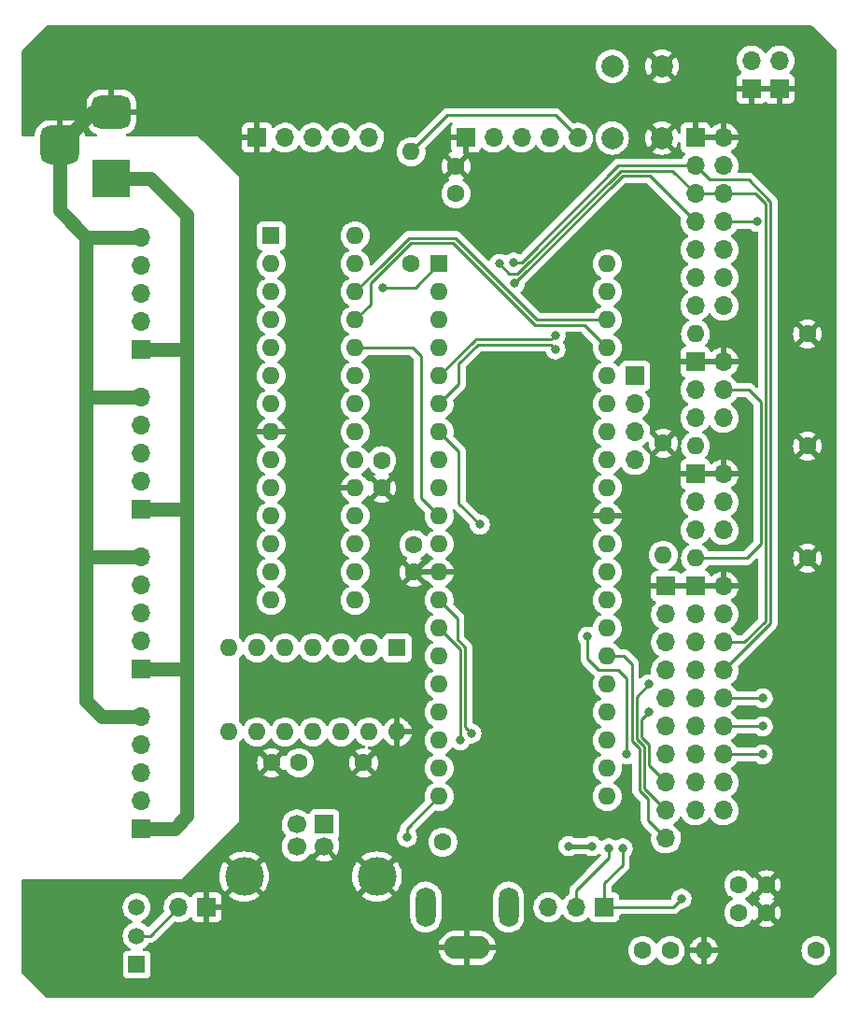
<source format=gbl>
%TF.GenerationSoftware,KiCad,Pcbnew,5.99.0-unknown-3b7f5a3db7~131~ubuntu20.04.1*%
%TF.CreationDate,2021-09-21T00:43:15-05:00*%
%TF.ProjectId,pictas,70696374-6173-42e6-9b69-6361645f7063,rev?*%
%TF.SameCoordinates,Original*%
%TF.FileFunction,Copper,L2,Bot*%
%TF.FilePolarity,Positive*%
%FSLAX46Y46*%
G04 Gerber Fmt 4.6, Leading zero omitted, Abs format (unit mm)*
G04 Created by KiCad (PCBNEW 5.99.0-unknown-3b7f5a3db7~131~ubuntu20.04.1) date 2021-09-21 00:43:15*
%MOMM*%
%LPD*%
G01*
G04 APERTURE LIST*
G04 Aperture macros list*
%AMRoundRect*
0 Rectangle with rounded corners*
0 $1 Rounding radius*
0 $2 $3 $4 $5 $6 $7 $8 $9 X,Y pos of 4 corners*
0 Add a 4 corners polygon primitive as box body*
4,1,4,$2,$3,$4,$5,$6,$7,$8,$9,$2,$3,0*
0 Add four circle primitives for the rounded corners*
1,1,$1+$1,$2,$3*
1,1,$1+$1,$4,$5*
1,1,$1+$1,$6,$7*
1,1,$1+$1,$8,$9*
0 Add four rect primitives between the rounded corners*
20,1,$1+$1,$2,$3,$4,$5,0*
20,1,$1+$1,$4,$5,$6,$7,0*
20,1,$1+$1,$6,$7,$8,$9,0*
20,1,$1+$1,$8,$9,$2,$3,0*%
%AMHorizOval*
0 Thick line with rounded ends*
0 $1 width*
0 $2 $3 position (X,Y) of the first rounded end (center of the circle)*
0 $4 $5 position (X,Y) of the second rounded end (center of the circle)*
0 Add line between two ends*
20,1,$1,$2,$3,$4,$5,0*
0 Add two circle primitives to create the rounded ends*
1,1,$1,$2,$3*
1,1,$1,$4,$5*%
G04 Aperture macros list end*
%TA.AperFunction,ComponentPad*%
%ADD10R,3.500000X3.500000*%
%TD*%
%TA.AperFunction,ComponentPad*%
%ADD11RoundRect,0.750000X-1.000000X0.750000X-1.000000X-0.750000X1.000000X-0.750000X1.000000X0.750000X0*%
%TD*%
%TA.AperFunction,ComponentPad*%
%ADD12RoundRect,0.875000X-0.875000X0.875000X-0.875000X-0.875000X0.875000X-0.875000X0.875000X0.875000X0*%
%TD*%
%TA.AperFunction,ComponentPad*%
%ADD13R,1.700000X1.700000*%
%TD*%
%TA.AperFunction,ComponentPad*%
%ADD14O,1.700000X1.700000*%
%TD*%
%TA.AperFunction,ComponentPad*%
%ADD15C,1.600000*%
%TD*%
%TA.AperFunction,ComponentPad*%
%ADD16R,1.600000X1.600000*%
%TD*%
%TA.AperFunction,ComponentPad*%
%ADD17O,1.600000X1.600000*%
%TD*%
%TA.AperFunction,ComponentPad*%
%ADD18R,1.500000X1.500000*%
%TD*%
%TA.AperFunction,ComponentPad*%
%ADD19C,1.500000*%
%TD*%
%TA.AperFunction,ComponentPad*%
%ADD20C,2.000000*%
%TD*%
%TA.AperFunction,ComponentPad*%
%ADD21C,1.700000*%
%TD*%
%TA.AperFunction,ComponentPad*%
%ADD22C,3.500000*%
%TD*%
%TA.AperFunction,ComponentPad*%
%ADD23O,1.800000X3.600000*%
%TD*%
%TA.AperFunction,ComponentPad*%
%ADD24O,4.200000X2.100000*%
%TD*%
%TA.AperFunction,ComponentPad*%
%ADD25HorizOval,1.600000X0.000000X0.000000X0.000000X0.000000X0*%
%TD*%
%TA.AperFunction,ViaPad*%
%ADD26C,0.800000*%
%TD*%
%TA.AperFunction,Conductor*%
%ADD27C,0.250000*%
%TD*%
%TA.AperFunction,Conductor*%
%ADD28C,0.400000*%
%TD*%
%TA.AperFunction,Conductor*%
%ADD29C,0.500000*%
%TD*%
%TA.AperFunction,Conductor*%
%ADD30C,1.300000*%
%TD*%
G04 APERTURE END LIST*
D10*
X75184000Y-64643000D03*
D11*
X75184000Y-58643000D03*
D12*
X70484000Y-61643000D03*
D13*
X77851000Y-94615000D03*
D14*
X77851000Y-92075000D03*
X77851000Y-89535000D03*
X77851000Y-86995000D03*
X77851000Y-84455000D03*
D13*
X77851000Y-123571000D03*
D14*
X77851000Y-121031000D03*
X77851000Y-118491000D03*
X77851000Y-115951000D03*
X77851000Y-113411000D03*
D13*
X107315000Y-60960000D03*
D14*
X109855000Y-60960000D03*
X112395000Y-60960000D03*
X114935000Y-60960000D03*
X117475000Y-60960000D03*
D15*
X89702000Y-117602000D03*
X92202000Y-117602000D03*
D13*
X88392000Y-60960000D03*
D14*
X90932000Y-60960000D03*
X93472000Y-60960000D03*
X96012000Y-60960000D03*
X98552000Y-60960000D03*
D16*
X104902000Y-72390000D03*
D17*
X104902000Y-74930000D03*
X104902000Y-77470000D03*
X104902000Y-80010000D03*
X104902000Y-82550000D03*
X104902000Y-85090000D03*
X104902000Y-87630000D03*
X104902000Y-90170000D03*
X104902000Y-92710000D03*
X104902000Y-95250000D03*
X104902000Y-97790000D03*
X104902000Y-100330000D03*
X104902000Y-102870000D03*
X104902000Y-105410000D03*
X104902000Y-107950000D03*
X104902000Y-110490000D03*
X104902000Y-113030000D03*
X104902000Y-115570000D03*
X104902000Y-118110000D03*
X104902000Y-120650000D03*
X120142000Y-120650000D03*
X120142000Y-118110000D03*
X120142000Y-115570000D03*
X120142000Y-113030000D03*
X120142000Y-110490000D03*
X120142000Y-107950000D03*
X120142000Y-105410000D03*
X120142000Y-102870000D03*
X120142000Y-100330000D03*
X120142000Y-97790000D03*
X120142000Y-95250000D03*
X120142000Y-92710000D03*
X120142000Y-90170000D03*
X120142000Y-87630000D03*
X120142000Y-85090000D03*
X120142000Y-82550000D03*
X120142000Y-80010000D03*
X120142000Y-77470000D03*
X120142000Y-74930000D03*
X120142000Y-72390000D03*
D15*
X102616000Y-100330000D03*
X102616000Y-97830000D03*
X99695000Y-92710000D03*
X99695000Y-90210000D03*
X102362000Y-72390000D03*
D17*
X102362000Y-62230000D03*
D15*
X138303000Y-88900000D03*
D17*
X128143000Y-88900000D03*
D15*
X138303000Y-78740000D03*
D17*
X128143000Y-78740000D03*
D13*
X128143000Y-81280000D03*
D14*
X130683000Y-81280000D03*
X128143000Y-83820000D03*
X130683000Y-83820000D03*
X128143000Y-86360000D03*
X130683000Y-86360000D03*
D15*
X125222000Y-88646000D03*
D17*
X125222000Y-98806000D03*
D13*
X128143000Y-91440000D03*
D14*
X130683000Y-91440000D03*
X128143000Y-93980000D03*
X130683000Y-93980000D03*
X128143000Y-96520000D03*
X130683000Y-96520000D03*
D15*
X138303000Y-99060000D03*
D17*
X128143000Y-99060000D03*
D13*
X128143000Y-101600000D03*
D14*
X130683000Y-101600000D03*
X128143000Y-104140000D03*
X130683000Y-104140000D03*
X128143000Y-106680000D03*
X130683000Y-106680000D03*
X128143000Y-109220000D03*
X130683000Y-109220000D03*
X128143000Y-111760000D03*
X130683000Y-111760000D03*
X128143000Y-114300000D03*
X130683000Y-114300000D03*
X128143000Y-116840000D03*
X130683000Y-116840000D03*
X128143000Y-119380000D03*
X130683000Y-119380000D03*
X128143000Y-121920000D03*
X130683000Y-121920000D03*
D13*
X125476000Y-101600000D03*
D14*
X125476000Y-104140000D03*
X125476000Y-106680000D03*
X125476000Y-109220000D03*
X125476000Y-111760000D03*
X125476000Y-114300000D03*
X125476000Y-116840000D03*
X125476000Y-119380000D03*
X125476000Y-121920000D03*
X125476000Y-124460000D03*
D13*
X119888000Y-130683000D03*
D14*
X117348000Y-130683000D03*
X114808000Y-130683000D03*
D15*
X132080000Y-131191000D03*
X134580000Y-131191000D03*
X125857000Y-134620000D03*
X123357000Y-134620000D03*
X139065000Y-134620000D03*
D17*
X128905000Y-134620000D03*
X101092000Y-114808000D03*
X98552000Y-114808000D03*
X96012000Y-114808000D03*
X93472000Y-114808000D03*
X90932000Y-114808000D03*
X88392000Y-114808000D03*
X85852000Y-114808000D03*
X85852000Y-107188000D03*
X88392000Y-107188000D03*
X90932000Y-107188000D03*
X93472000Y-107188000D03*
X96012000Y-107188000D03*
X98552000Y-107188000D03*
D16*
X101092000Y-107188000D03*
D13*
X128143000Y-60960000D03*
D14*
X130683000Y-60960000D03*
X128143000Y-63500000D03*
X130683000Y-63500000D03*
X128143000Y-66040000D03*
X130683000Y-66040000D03*
X128143000Y-68580000D03*
X130683000Y-68580000D03*
X128143000Y-71120000D03*
X130683000Y-71120000D03*
X128143000Y-73660000D03*
X130683000Y-73660000D03*
X128143000Y-76200000D03*
X130683000Y-76200000D03*
D13*
X83820000Y-130683000D03*
D14*
X81280000Y-130683000D03*
D18*
X77470000Y-135890000D03*
D19*
X77470000Y-133290000D03*
X77470000Y-130690000D03*
D20*
X125095000Y-54483000D03*
X125095000Y-60983000D03*
X120595000Y-54483000D03*
X120595000Y-60983000D03*
D13*
X77851000Y-80137000D03*
D14*
X77851000Y-77597000D03*
X77851000Y-75057000D03*
X77851000Y-72517000D03*
X77851000Y-69977000D03*
D13*
X77851000Y-109093000D03*
D14*
X77851000Y-106553000D03*
X77851000Y-104013000D03*
X77851000Y-101473000D03*
X77851000Y-98933000D03*
D13*
X135763000Y-56515000D03*
D14*
X135763000Y-53975000D03*
D13*
X133223000Y-56515000D03*
D14*
X133223000Y-53975000D03*
D13*
X94488000Y-123190000D03*
D21*
X91988000Y-123190000D03*
X91988000Y-125190000D03*
X94488000Y-125190000D03*
D22*
X99258000Y-127900000D03*
X87218000Y-127900000D03*
D23*
X111192000Y-130666000D03*
X103692000Y-130666000D03*
D24*
X107442000Y-134366000D03*
D13*
X122682000Y-82550000D03*
D14*
X122682000Y-85090000D03*
X122682000Y-87630000D03*
X122682000Y-90170000D03*
D16*
X89662000Y-69850000D03*
D17*
X89662000Y-72390000D03*
X89662000Y-74930000D03*
X89662000Y-77470000D03*
X89662000Y-80010000D03*
X89662000Y-82550000D03*
X89662000Y-85090000D03*
X89662000Y-87630000D03*
X89662000Y-90170000D03*
X89662000Y-92710000D03*
X89662000Y-95250000D03*
X89662000Y-97790000D03*
X89662000Y-100330000D03*
X89662000Y-102870000D03*
X97282000Y-102870000D03*
X97282000Y-100330000D03*
X97282000Y-97790000D03*
X97282000Y-95250000D03*
X97282000Y-92710000D03*
X97282000Y-90170000D03*
X97282000Y-87630000D03*
X97282000Y-85090000D03*
X97282000Y-82550000D03*
X97282000Y-80010000D03*
X97282000Y-77470000D03*
X97282000Y-74930000D03*
X97282000Y-72390000D03*
X97282000Y-69850000D03*
D15*
X98044000Y-117602000D03*
D25*
X105228205Y-124786205D03*
D15*
X106426000Y-63540000D03*
X106426000Y-66040000D03*
X134580000Y-128651000D03*
X132080000Y-128651000D03*
D26*
X99822000Y-74549000D03*
X118745000Y-125145800D03*
X116624100Y-125145800D03*
X121920000Y-132842000D03*
X111125000Y-124510800D03*
X110490000Y-68453000D03*
X113538000Y-126492000D03*
X126873000Y-129921000D03*
X121539000Y-125349000D03*
X120269000Y-125349000D03*
X107823000Y-114935000D03*
X101981000Y-124333000D03*
X115443000Y-80137000D03*
X134239000Y-116840000D03*
X133731000Y-68580000D03*
X111762820Y-74168000D03*
X134239000Y-111760000D03*
X110363000Y-72390000D03*
X134239000Y-114300000D03*
X115443000Y-78867000D03*
X111633000Y-72263000D03*
X106807000Y-115570000D03*
X123952000Y-110490000D03*
X121920000Y-116840000D03*
X118364000Y-106172000D03*
X108585000Y-96012000D03*
X123952000Y-113030000D03*
D27*
X125476000Y-119380000D02*
X123952000Y-117856000D01*
X123952000Y-117856000D02*
X123952000Y-115949564D01*
X123952000Y-115949564D02*
X123268560Y-115266124D01*
X123268560Y-115266124D02*
X123268560Y-113713440D01*
X123268560Y-113713440D02*
X123952000Y-113030000D01*
X125476000Y-121920000D02*
X123502480Y-119946480D01*
X122819040Y-111622960D02*
X123952000Y-110490000D01*
X123502480Y-119946480D02*
X123502480Y-116135762D01*
X123502480Y-116135762D02*
X122819040Y-115452322D01*
X122819040Y-115452322D02*
X122819040Y-111622960D01*
X125476000Y-124460000D02*
X123825000Y-122809000D01*
X123825000Y-122809000D02*
X123825000Y-120904718D01*
X123825000Y-120904718D02*
X123052960Y-120132678D01*
X123052960Y-120132678D02*
X123052960Y-116321960D01*
X123052960Y-116321960D02*
X122369520Y-115638520D01*
X122369520Y-115638520D02*
X122369520Y-108653520D01*
X122369520Y-108653520D02*
X121666000Y-107950000D01*
X121666000Y-107950000D02*
X120142000Y-107950000D01*
X121920000Y-116840000D02*
X121920000Y-109982000D01*
X119380000Y-109220000D02*
X118364000Y-108204000D01*
X121920000Y-109982000D02*
X121158000Y-109220000D01*
X121158000Y-109220000D02*
X119380000Y-109220000D01*
X118364000Y-108204000D02*
X118364000Y-106172000D01*
X99822000Y-74549000D02*
X102743000Y-74549000D01*
X102743000Y-74549000D02*
X104902000Y-72390000D01*
X108208805Y-79243195D02*
X108140500Y-79311500D01*
X115066805Y-79243195D02*
X108208805Y-79243195D01*
X115443000Y-78867000D02*
X115066805Y-79243195D01*
X108140500Y-79311500D02*
X104902000Y-82550000D01*
X115443000Y-80137000D02*
X114999205Y-79693205D01*
X114872205Y-79693205D02*
X108395205Y-79693205D01*
X114999205Y-79693205D02*
X114872205Y-79693205D01*
X108395205Y-79693205D02*
X106680000Y-81408410D01*
X103251000Y-93599000D02*
X103251000Y-80772000D01*
X104902000Y-95250000D02*
X103251000Y-93599000D01*
X102489000Y-80010000D02*
X97282000Y-80010000D01*
X103251000Y-80772000D02*
X102489000Y-80010000D01*
D28*
X116624100Y-125145800D02*
X118402100Y-125145800D01*
D27*
X132772990Y-99060000D02*
X134042990Y-97790000D01*
X132969000Y-83820000D02*
X130683000Y-83820000D01*
X134042990Y-97790000D02*
X134042990Y-84893990D01*
X134042990Y-84893990D02*
X132969000Y-83820000D01*
X128143000Y-99060000D02*
X132772990Y-99060000D01*
D29*
X102616000Y-100330000D02*
X104902000Y-100330000D01*
D30*
X72898000Y-112014000D02*
X74295000Y-113411000D01*
X72898000Y-69977000D02*
X72898000Y-84455000D01*
X77851000Y-84455000D02*
X72898000Y-84455000D01*
X75184000Y-58643000D02*
X73484000Y-58643000D01*
X72898000Y-84455000D02*
X72898000Y-98933000D01*
X72898000Y-69977000D02*
X70484000Y-67563000D01*
X70484000Y-67563000D02*
X70484000Y-61643000D01*
X73484000Y-58643000D02*
X70484000Y-61643000D01*
X72898000Y-98933000D02*
X72898000Y-112014000D01*
X77851000Y-69977000D02*
X72898000Y-69977000D01*
X77851000Y-98933000D02*
X72898000Y-98933000D01*
X74295000Y-113411000D02*
X77851000Y-113411000D01*
X81915000Y-109093000D02*
X82042000Y-109220000D01*
X77851000Y-109093000D02*
X81915000Y-109093000D01*
X82042000Y-122428000D02*
X80899000Y-123571000D01*
X81915000Y-94615000D02*
X82042000Y-94488000D01*
X80899000Y-123571000D02*
X77851000Y-123571000D01*
X82042000Y-67945000D02*
X82042000Y-80264000D01*
X77851000Y-80137000D02*
X81915000Y-80137000D01*
X82042000Y-94488000D02*
X82042000Y-109220000D01*
X78740000Y-64643000D02*
X82042000Y-67945000D01*
X82042000Y-109220000D02*
X82042000Y-122428000D01*
X82042000Y-80264000D02*
X82042000Y-94488000D01*
X75184000Y-64643000D02*
X78740000Y-64643000D01*
X77851000Y-94615000D02*
X81915000Y-94615000D01*
X81915000Y-80137000D02*
X82042000Y-80264000D01*
D27*
X119888000Y-128524000D02*
X121539000Y-126873000D01*
X119888000Y-130683000D02*
X126111000Y-130683000D01*
X119888000Y-130683000D02*
X119888000Y-128524000D01*
X121539000Y-126873000D02*
X121539000Y-125349000D01*
X126111000Y-130683000D02*
X126873000Y-129921000D01*
X117348000Y-129159000D02*
X117348000Y-130683000D01*
X106553000Y-106425282D02*
X106553000Y-104521000D01*
X120269000Y-125349000D02*
X120269000Y-126238000D01*
X107256520Y-107128802D02*
X106553000Y-106425282D01*
X120269000Y-126238000D02*
X117348000Y-129159000D01*
X106553000Y-104521000D02*
X104902000Y-102870000D01*
X107256520Y-114368520D02*
X107256520Y-107128802D01*
X107823000Y-114935000D02*
X107256520Y-114368520D01*
X105664000Y-58928000D02*
X115443000Y-58928000D01*
X102362000Y-62230000D02*
X105664000Y-58928000D01*
X115443000Y-58928000D02*
X117475000Y-60960000D01*
X104902000Y-120650000D02*
X101981000Y-123571000D01*
X101981000Y-123571000D02*
X101981000Y-124333000D01*
X130683000Y-116840000D02*
X134239000Y-116840000D01*
X130683000Y-68580000D02*
X133731000Y-68580000D01*
X106680000Y-83312000D02*
X104902000Y-85090000D01*
X106680000Y-81408410D02*
X106680000Y-83312000D01*
X130683000Y-111760000D02*
X134239000Y-111760000D01*
X111762820Y-74168000D02*
X121530800Y-64400020D01*
X121530800Y-64400020D02*
X123963020Y-64400020D01*
X123963020Y-64400020D02*
X128143000Y-68580000D01*
X121344400Y-63950010D02*
X126053010Y-63950010D01*
X111252000Y-73279000D02*
X112015410Y-73279000D01*
X133604000Y-66040000D02*
X130683000Y-66040000D01*
X132587282Y-106680000D02*
X134493000Y-104774282D01*
X128143000Y-66040000D02*
X130683000Y-66040000D01*
X134493000Y-66929000D02*
X133604000Y-66040000D01*
X134493000Y-104774282D02*
X134493000Y-66929000D01*
X130683000Y-106680000D02*
X132587282Y-106680000D01*
X110363000Y-72390000D02*
X111252000Y-73279000D01*
X126053010Y-63950010D02*
X128143000Y-66040000D01*
X112015410Y-73279000D02*
X121344400Y-63950010D01*
X130683000Y-114300000D02*
X134239000Y-114300000D01*
X134943010Y-104959990D02*
X130683000Y-109220000D01*
X121158000Y-63500000D02*
X112839500Y-71818500D01*
X134943010Y-66743292D02*
X134943010Y-104959990D01*
X132969718Y-64770000D02*
X134943010Y-66743292D01*
X112395000Y-72263000D02*
X112839500Y-71818500D01*
X128143000Y-63500000D02*
X129413000Y-64770000D01*
X111633000Y-72263000D02*
X112395000Y-72263000D01*
X129413000Y-64770000D02*
X132969718Y-64770000D01*
X128143000Y-63500000D02*
X121158000Y-63500000D01*
X106807000Y-107315000D02*
X104902000Y-105410000D01*
X106807000Y-115570000D02*
X106807000Y-107315000D01*
X108585000Y-96012000D02*
X106680000Y-94107000D01*
X106680000Y-94107000D02*
X106680000Y-89408000D01*
X106680000Y-89408000D02*
X104902000Y-87630000D01*
X77470000Y-133290000D02*
X78673000Y-133290000D01*
X78673000Y-133290000D02*
X81280000Y-130683000D01*
X118052010Y-77920010D02*
X113607010Y-77920010D01*
X98679000Y-74169410D02*
X98679000Y-76073000D01*
X120142000Y-80010000D02*
X118052010Y-77920010D01*
X98679000Y-76073000D02*
X97282000Y-77470000D01*
X106172000Y-70485000D02*
X102363410Y-70485000D01*
X113607010Y-77920010D02*
X106172000Y-70485000D01*
X102363410Y-70485000D02*
X98679000Y-74169410D01*
X99752990Y-72459010D02*
X102177009Y-70034991D01*
X102177009Y-70034991D02*
X106358401Y-70034991D01*
X113793410Y-77470000D02*
X120142000Y-77470000D01*
X97282000Y-74930000D02*
X99752990Y-72459010D01*
X106358401Y-70034991D02*
X113793410Y-77470000D01*
%TA.AperFunction,Conductor*%
G36*
X138743511Y-50820002D02*
G01*
X138764485Y-50836905D01*
X140933095Y-53005515D01*
X140967121Y-53067827D01*
X140970000Y-53094610D01*
X140970000Y-136643390D01*
X140949998Y-136711511D01*
X140933095Y-136732485D01*
X138764485Y-138901095D01*
X138702173Y-138935121D01*
X138675390Y-138938000D01*
X69350610Y-138938000D01*
X69282489Y-138917998D01*
X69261515Y-138901095D01*
X67092905Y-136732485D01*
X67058879Y-136670173D01*
X67056000Y-136643390D01*
X67056000Y-130690000D01*
X76206693Y-130690000D01*
X76225885Y-130909371D01*
X76282880Y-131122076D01*
X76310791Y-131181931D01*
X76373618Y-131316666D01*
X76373621Y-131316671D01*
X76375944Y-131321653D01*
X76379100Y-131326160D01*
X76379101Y-131326162D01*
X76447890Y-131424402D01*
X76502251Y-131502038D01*
X76657962Y-131657749D01*
X76662471Y-131660906D01*
X76662473Y-131660908D01*
X76679001Y-131672481D01*
X76838346Y-131784056D01*
X76984596Y-131852253D01*
X77035104Y-131875805D01*
X77088389Y-131922722D01*
X77107850Y-131990999D01*
X77087308Y-132058959D01*
X77035104Y-132104195D01*
X76843334Y-132193618D01*
X76843329Y-132193621D01*
X76838347Y-132195944D01*
X76833840Y-132199100D01*
X76833838Y-132199101D01*
X76662473Y-132319092D01*
X76662470Y-132319094D01*
X76657962Y-132322251D01*
X76502251Y-132477962D01*
X76499094Y-132482470D01*
X76499092Y-132482473D01*
X76379101Y-132653838D01*
X76375944Y-132658347D01*
X76373621Y-132663329D01*
X76373618Y-132663334D01*
X76354343Y-132704671D01*
X76282880Y-132857924D01*
X76225885Y-133070629D01*
X76206693Y-133290000D01*
X76225885Y-133509371D01*
X76282880Y-133722076D01*
X76310139Y-133780533D01*
X76373618Y-133916666D01*
X76373621Y-133916671D01*
X76375944Y-133921653D01*
X76379100Y-133926160D01*
X76379101Y-133926162D01*
X76496808Y-134094264D01*
X76502251Y-134102038D01*
X76657962Y-134257749D01*
X76838346Y-134384056D01*
X76843331Y-134386380D01*
X76843337Y-134386384D01*
X76853891Y-134391305D01*
X76907176Y-134438221D01*
X76926638Y-134506498D01*
X76906097Y-134574458D01*
X76852075Y-134620525D01*
X76800642Y-134631500D01*
X76671866Y-134631500D01*
X76609684Y-134638255D01*
X76473295Y-134689385D01*
X76356739Y-134776739D01*
X76269385Y-134893295D01*
X76218255Y-135029684D01*
X76211500Y-135091866D01*
X76211500Y-136688134D01*
X76218255Y-136750316D01*
X76269385Y-136886705D01*
X76356739Y-137003261D01*
X76473295Y-137090615D01*
X76609684Y-137141745D01*
X76671866Y-137148500D01*
X78268134Y-137148500D01*
X78330316Y-137141745D01*
X78466705Y-137090615D01*
X78583261Y-137003261D01*
X78670615Y-136886705D01*
X78721745Y-136750316D01*
X78728500Y-136688134D01*
X78728500Y-135091866D01*
X78721745Y-135029684D01*
X78670615Y-134893295D01*
X78583261Y-134776739D01*
X78466705Y-134689385D01*
X78330316Y-134638255D01*
X78319813Y-134637114D01*
X104854940Y-134637114D01*
X104858117Y-134664572D01*
X104860078Y-134674476D01*
X104925587Y-134905975D01*
X104929101Y-134915424D01*
X105030782Y-135133483D01*
X105035761Y-135142247D01*
X105170993Y-135341234D01*
X105177325Y-135349109D01*
X105342621Y-135523905D01*
X105350130Y-135530666D01*
X105541253Y-135676791D01*
X105549732Y-135682255D01*
X105761764Y-135795945D01*
X105771016Y-135799987D01*
X105998493Y-135878313D01*
X106008269Y-135880824D01*
X106246428Y-135921961D01*
X106254295Y-135922816D01*
X106278953Y-135923936D01*
X106281786Y-135924000D01*
X107169885Y-135924000D01*
X107185124Y-135919525D01*
X107186329Y-135918135D01*
X107188000Y-135910452D01*
X107188000Y-134638115D01*
X107186659Y-134633548D01*
X107696000Y-134633548D01*
X107696000Y-135905885D01*
X107700475Y-135921124D01*
X107701865Y-135922329D01*
X107709548Y-135924000D01*
X108552482Y-135924000D01*
X108557514Y-135923798D01*
X108736863Y-135909368D01*
X108746816Y-135907756D01*
X108980467Y-135850366D01*
X108990037Y-135847183D01*
X109211506Y-135753174D01*
X109220448Y-135748499D01*
X109424036Y-135620293D01*
X109432109Y-135614253D01*
X109612585Y-135455143D01*
X109619588Y-135447891D01*
X109772301Y-135261975D01*
X109778057Y-135253693D01*
X109899080Y-135045754D01*
X109903440Y-135036655D01*
X109989660Y-134812045D01*
X109992509Y-134802363D01*
X110026902Y-134637736D01*
X110025779Y-134623675D01*
X110015672Y-134620000D01*
X122043502Y-134620000D01*
X122063457Y-134848087D01*
X122064881Y-134853400D01*
X122064881Y-134853402D01*
X122110134Y-135022285D01*
X122122716Y-135069243D01*
X122125039Y-135074224D01*
X122125039Y-135074225D01*
X122217151Y-135271762D01*
X122217154Y-135271767D01*
X122219477Y-135276749D01*
X122350802Y-135464300D01*
X122512700Y-135626198D01*
X122517208Y-135629355D01*
X122517211Y-135629357D01*
X122584954Y-135676791D01*
X122700251Y-135757523D01*
X122705233Y-135759846D01*
X122705238Y-135759849D01*
X122901765Y-135851490D01*
X122907757Y-135854284D01*
X122913065Y-135855706D01*
X122913067Y-135855707D01*
X123123598Y-135912119D01*
X123123600Y-135912119D01*
X123128913Y-135913543D01*
X123357000Y-135933498D01*
X123585087Y-135913543D01*
X123590400Y-135912119D01*
X123590402Y-135912119D01*
X123800933Y-135855707D01*
X123800935Y-135855706D01*
X123806243Y-135854284D01*
X123812235Y-135851490D01*
X124008762Y-135759849D01*
X124008767Y-135759846D01*
X124013749Y-135757523D01*
X124129046Y-135676791D01*
X124196789Y-135629357D01*
X124196792Y-135629355D01*
X124201300Y-135626198D01*
X124363198Y-135464300D01*
X124494523Y-135276749D01*
X124496846Y-135271767D01*
X124497882Y-135269973D01*
X124549266Y-135220981D01*
X124618979Y-135207546D01*
X124684890Y-135233934D01*
X124716118Y-135269973D01*
X124717154Y-135271767D01*
X124719477Y-135276749D01*
X124850802Y-135464300D01*
X125012700Y-135626198D01*
X125017208Y-135629355D01*
X125017211Y-135629357D01*
X125084954Y-135676791D01*
X125200251Y-135757523D01*
X125205233Y-135759846D01*
X125205238Y-135759849D01*
X125401765Y-135851490D01*
X125407757Y-135854284D01*
X125413065Y-135855706D01*
X125413067Y-135855707D01*
X125623598Y-135912119D01*
X125623600Y-135912119D01*
X125628913Y-135913543D01*
X125857000Y-135933498D01*
X126085087Y-135913543D01*
X126090400Y-135912119D01*
X126090402Y-135912119D01*
X126300933Y-135855707D01*
X126300935Y-135855706D01*
X126306243Y-135854284D01*
X126312235Y-135851490D01*
X126508762Y-135759849D01*
X126508767Y-135759846D01*
X126513749Y-135757523D01*
X126629046Y-135676791D01*
X126696789Y-135629357D01*
X126696792Y-135629355D01*
X126701300Y-135626198D01*
X126863198Y-135464300D01*
X126994523Y-135276749D01*
X126996846Y-135271767D01*
X126996849Y-135271762D01*
X127088961Y-135074225D01*
X127088961Y-135074224D01*
X127091284Y-135069243D01*
X127103867Y-135022285D01*
X127140245Y-134886522D01*
X127622273Y-134886522D01*
X127669764Y-135063761D01*
X127673510Y-135074053D01*
X127765586Y-135271511D01*
X127771069Y-135281007D01*
X127896028Y-135459467D01*
X127903084Y-135467875D01*
X128057125Y-135621916D01*
X128065533Y-135628972D01*
X128243993Y-135753931D01*
X128253489Y-135759414D01*
X128450947Y-135851490D01*
X128461239Y-135855236D01*
X128633503Y-135901394D01*
X128647599Y-135901058D01*
X128651000Y-135893116D01*
X128651000Y-134892115D01*
X128649659Y-134887548D01*
X129159000Y-134887548D01*
X129159000Y-135887967D01*
X129162973Y-135901498D01*
X129171522Y-135902727D01*
X129348761Y-135855236D01*
X129359053Y-135851490D01*
X129556511Y-135759414D01*
X129566007Y-135753931D01*
X129744467Y-135628972D01*
X129752875Y-135621916D01*
X129906916Y-135467875D01*
X129913972Y-135459467D01*
X130038931Y-135281007D01*
X130044414Y-135271511D01*
X130136490Y-135074053D01*
X130140236Y-135063761D01*
X130186394Y-134891497D01*
X130186058Y-134877401D01*
X130178116Y-134874000D01*
X129177115Y-134874000D01*
X129161876Y-134878475D01*
X129160671Y-134879865D01*
X129159000Y-134887548D01*
X128649659Y-134887548D01*
X128646525Y-134876876D01*
X128645135Y-134875671D01*
X128637452Y-134874000D01*
X127637033Y-134874000D01*
X127623502Y-134877973D01*
X127622273Y-134886522D01*
X127140245Y-134886522D01*
X127149119Y-134853402D01*
X127149119Y-134853400D01*
X127150543Y-134848087D01*
X127170498Y-134620000D01*
X137751502Y-134620000D01*
X137771457Y-134848087D01*
X137772881Y-134853400D01*
X137772881Y-134853402D01*
X137818134Y-135022285D01*
X137830716Y-135069243D01*
X137833039Y-135074224D01*
X137833039Y-135074225D01*
X137925151Y-135271762D01*
X137925154Y-135271767D01*
X137927477Y-135276749D01*
X138058802Y-135464300D01*
X138220700Y-135626198D01*
X138225208Y-135629355D01*
X138225211Y-135629357D01*
X138292954Y-135676791D01*
X138408251Y-135757523D01*
X138413233Y-135759846D01*
X138413238Y-135759849D01*
X138609765Y-135851490D01*
X138615757Y-135854284D01*
X138621065Y-135855706D01*
X138621067Y-135855707D01*
X138831598Y-135912119D01*
X138831600Y-135912119D01*
X138836913Y-135913543D01*
X139065000Y-135933498D01*
X139293087Y-135913543D01*
X139298400Y-135912119D01*
X139298402Y-135912119D01*
X139508933Y-135855707D01*
X139508935Y-135855706D01*
X139514243Y-135854284D01*
X139520235Y-135851490D01*
X139716762Y-135759849D01*
X139716767Y-135759846D01*
X139721749Y-135757523D01*
X139837046Y-135676791D01*
X139904789Y-135629357D01*
X139904792Y-135629355D01*
X139909300Y-135626198D01*
X140071198Y-135464300D01*
X140202523Y-135276749D01*
X140204846Y-135271767D01*
X140204849Y-135271762D01*
X140296961Y-135074225D01*
X140296961Y-135074224D01*
X140299284Y-135069243D01*
X140311867Y-135022285D01*
X140357119Y-134853402D01*
X140357119Y-134853400D01*
X140358543Y-134848087D01*
X140378498Y-134620000D01*
X140358543Y-134391913D01*
X140357119Y-134386598D01*
X140300707Y-134176067D01*
X140300706Y-134176065D01*
X140299284Y-134170757D01*
X140296961Y-134165775D01*
X140204849Y-133968238D01*
X140204846Y-133968233D01*
X140202523Y-133963251D01*
X140122910Y-133849552D01*
X140074357Y-133780211D01*
X140074355Y-133780208D01*
X140071198Y-133775700D01*
X139909300Y-133613802D01*
X139904792Y-133610645D01*
X139904789Y-133610643D01*
X139767741Y-133514681D01*
X139721749Y-133482477D01*
X139716767Y-133480154D01*
X139716762Y-133480151D01*
X139519225Y-133388039D01*
X139519224Y-133388039D01*
X139514243Y-133385716D01*
X139508935Y-133384294D01*
X139508933Y-133384293D01*
X139298402Y-133327881D01*
X139298400Y-133327881D01*
X139293087Y-133326457D01*
X139065000Y-133306502D01*
X138836913Y-133326457D01*
X138831600Y-133327881D01*
X138831598Y-133327881D01*
X138621067Y-133384293D01*
X138621065Y-133384294D01*
X138615757Y-133385716D01*
X138610776Y-133388039D01*
X138610775Y-133388039D01*
X138413238Y-133480151D01*
X138413233Y-133480154D01*
X138408251Y-133482477D01*
X138362259Y-133514681D01*
X138225211Y-133610643D01*
X138225208Y-133610645D01*
X138220700Y-133613802D01*
X138058802Y-133775700D01*
X138055645Y-133780208D01*
X138055643Y-133780211D01*
X138007090Y-133849552D01*
X137927477Y-133963251D01*
X137925154Y-133968233D01*
X137925151Y-133968238D01*
X137833039Y-134165775D01*
X137830716Y-134170757D01*
X137829294Y-134176065D01*
X137829293Y-134176067D01*
X137772881Y-134386598D01*
X137771457Y-134391913D01*
X137751502Y-134620000D01*
X127170498Y-134620000D01*
X127150543Y-134391913D01*
X127149119Y-134386598D01*
X127138911Y-134348503D01*
X127623606Y-134348503D01*
X127623942Y-134362599D01*
X127631884Y-134366000D01*
X128632885Y-134366000D01*
X128648124Y-134361525D01*
X128649329Y-134360135D01*
X128651000Y-134352452D01*
X128651000Y-133352033D01*
X128649488Y-133346884D01*
X129159000Y-133346884D01*
X129159000Y-134347885D01*
X129163475Y-134363124D01*
X129164865Y-134364329D01*
X129172548Y-134366000D01*
X130172967Y-134366000D01*
X130186498Y-134362027D01*
X130187727Y-134353478D01*
X130140236Y-134176239D01*
X130136490Y-134165947D01*
X130044414Y-133968489D01*
X130038931Y-133958993D01*
X129913972Y-133780533D01*
X129906916Y-133772125D01*
X129752875Y-133618084D01*
X129744467Y-133611028D01*
X129566007Y-133486069D01*
X129556511Y-133480586D01*
X129359053Y-133388510D01*
X129348761Y-133384764D01*
X129176497Y-133338606D01*
X129162401Y-133338942D01*
X129159000Y-133346884D01*
X128649488Y-133346884D01*
X128647027Y-133338502D01*
X128638478Y-133337273D01*
X128461239Y-133384764D01*
X128450947Y-133388510D01*
X128253489Y-133480586D01*
X128243993Y-133486069D01*
X128065533Y-133611028D01*
X128057125Y-133618084D01*
X127903084Y-133772125D01*
X127896028Y-133780533D01*
X127771069Y-133958993D01*
X127765586Y-133968489D01*
X127673510Y-134165947D01*
X127669764Y-134176239D01*
X127623606Y-134348503D01*
X127138911Y-134348503D01*
X127092707Y-134176067D01*
X127092706Y-134176065D01*
X127091284Y-134170757D01*
X127088961Y-134165775D01*
X126996849Y-133968238D01*
X126996846Y-133968233D01*
X126994523Y-133963251D01*
X126914910Y-133849552D01*
X126866357Y-133780211D01*
X126866355Y-133780208D01*
X126863198Y-133775700D01*
X126701300Y-133613802D01*
X126696792Y-133610645D01*
X126696789Y-133610643D01*
X126559741Y-133514681D01*
X126513749Y-133482477D01*
X126508767Y-133480154D01*
X126508762Y-133480151D01*
X126311225Y-133388039D01*
X126311224Y-133388039D01*
X126306243Y-133385716D01*
X126300935Y-133384294D01*
X126300933Y-133384293D01*
X126090402Y-133327881D01*
X126090400Y-133327881D01*
X126085087Y-133326457D01*
X125857000Y-133306502D01*
X125628913Y-133326457D01*
X125623600Y-133327881D01*
X125623598Y-133327881D01*
X125413067Y-133384293D01*
X125413065Y-133384294D01*
X125407757Y-133385716D01*
X125402776Y-133388039D01*
X125402775Y-133388039D01*
X125205238Y-133480151D01*
X125205233Y-133480154D01*
X125200251Y-133482477D01*
X125154259Y-133514681D01*
X125017211Y-133610643D01*
X125017208Y-133610645D01*
X125012700Y-133613802D01*
X124850802Y-133775700D01*
X124847645Y-133780208D01*
X124847643Y-133780211D01*
X124799090Y-133849552D01*
X124719477Y-133963251D01*
X124717154Y-133968233D01*
X124716118Y-133970027D01*
X124664734Y-134019019D01*
X124595021Y-134032454D01*
X124529110Y-134006066D01*
X124497882Y-133970027D01*
X124496846Y-133968233D01*
X124494523Y-133963251D01*
X124414910Y-133849552D01*
X124366357Y-133780211D01*
X124366355Y-133780208D01*
X124363198Y-133775700D01*
X124201300Y-133613802D01*
X124196792Y-133610645D01*
X124196789Y-133610643D01*
X124059741Y-133514681D01*
X124013749Y-133482477D01*
X124008767Y-133480154D01*
X124008762Y-133480151D01*
X123811225Y-133388039D01*
X123811224Y-133388039D01*
X123806243Y-133385716D01*
X123800935Y-133384294D01*
X123800933Y-133384293D01*
X123590402Y-133327881D01*
X123590400Y-133327881D01*
X123585087Y-133326457D01*
X123357000Y-133306502D01*
X123128913Y-133326457D01*
X123123600Y-133327881D01*
X123123598Y-133327881D01*
X122913067Y-133384293D01*
X122913065Y-133384294D01*
X122907757Y-133385716D01*
X122902776Y-133388039D01*
X122902775Y-133388039D01*
X122705238Y-133480151D01*
X122705233Y-133480154D01*
X122700251Y-133482477D01*
X122654259Y-133514681D01*
X122517211Y-133610643D01*
X122517208Y-133610645D01*
X122512700Y-133613802D01*
X122350802Y-133775700D01*
X122347645Y-133780208D01*
X122347643Y-133780211D01*
X122299090Y-133849552D01*
X122219477Y-133963251D01*
X122217154Y-133968233D01*
X122217151Y-133968238D01*
X122125039Y-134165775D01*
X122122716Y-134170757D01*
X122121294Y-134176065D01*
X122121293Y-134176067D01*
X122064881Y-134386598D01*
X122063457Y-134391913D01*
X122043502Y-134620000D01*
X110015672Y-134620000D01*
X107714115Y-134620000D01*
X107698876Y-134624475D01*
X107697671Y-134625865D01*
X107696000Y-134633548D01*
X107186659Y-134633548D01*
X107183525Y-134622876D01*
X107182135Y-134621671D01*
X107174452Y-134620000D01*
X104871075Y-134620000D01*
X104856989Y-134624136D01*
X104854940Y-134637114D01*
X78319813Y-134637114D01*
X78268134Y-134631500D01*
X78139358Y-134631500D01*
X78071237Y-134611498D01*
X78024744Y-134557842D01*
X78014640Y-134487568D01*
X78044134Y-134422988D01*
X78086109Y-134391305D01*
X78096663Y-134386384D01*
X78096669Y-134386380D01*
X78101654Y-134384056D01*
X78282038Y-134257749D01*
X78437749Y-134102038D01*
X78443193Y-134094264D01*
X104857098Y-134094264D01*
X104858221Y-134108325D01*
X104868328Y-134112000D01*
X107169885Y-134112000D01*
X107185124Y-134107525D01*
X107186329Y-134106135D01*
X107188000Y-134098452D01*
X107188000Y-132826115D01*
X107186659Y-132821548D01*
X107696000Y-132821548D01*
X107696000Y-134093885D01*
X107700475Y-134109124D01*
X107701865Y-134110329D01*
X107709548Y-134112000D01*
X110012925Y-134112000D01*
X110027011Y-134107864D01*
X110029060Y-134094886D01*
X110025883Y-134067428D01*
X110023922Y-134057524D01*
X109958413Y-133826025D01*
X109954899Y-133816576D01*
X109853218Y-133598517D01*
X109848239Y-133589753D01*
X109713007Y-133390766D01*
X109706675Y-133382891D01*
X109541379Y-133208095D01*
X109533870Y-133201334D01*
X109342747Y-133055209D01*
X109334268Y-133049745D01*
X109122236Y-132936055D01*
X109112984Y-132932013D01*
X108885507Y-132853687D01*
X108875731Y-132851176D01*
X108637572Y-132810039D01*
X108629705Y-132809184D01*
X108605047Y-132808064D01*
X108602214Y-132808000D01*
X107714115Y-132808000D01*
X107698876Y-132812475D01*
X107697671Y-132813865D01*
X107696000Y-132821548D01*
X107186659Y-132821548D01*
X107183525Y-132810876D01*
X107182135Y-132809671D01*
X107174452Y-132808000D01*
X106331518Y-132808000D01*
X106326486Y-132808202D01*
X106147137Y-132822632D01*
X106137184Y-132824244D01*
X105903533Y-132881634D01*
X105893963Y-132884817D01*
X105672494Y-132978826D01*
X105663552Y-132983501D01*
X105459964Y-133111707D01*
X105451891Y-133117747D01*
X105271415Y-133276857D01*
X105264412Y-133284109D01*
X105111699Y-133470025D01*
X105105943Y-133478307D01*
X104984920Y-133686246D01*
X104980560Y-133695345D01*
X104894340Y-133919955D01*
X104891491Y-133929637D01*
X104857098Y-134094264D01*
X78443193Y-134094264D01*
X78523868Y-133979048D01*
X78579325Y-133934720D01*
X78623122Y-133925381D01*
X78680986Y-133923562D01*
X78684945Y-133923500D01*
X78712856Y-133923500D01*
X78716791Y-133923003D01*
X78716856Y-133922995D01*
X78728693Y-133922062D01*
X78760951Y-133921048D01*
X78764970Y-133920922D01*
X78772889Y-133920673D01*
X78792343Y-133915021D01*
X78811700Y-133911013D01*
X78823930Y-133909468D01*
X78823931Y-133909468D01*
X78831797Y-133908474D01*
X78839168Y-133905555D01*
X78839170Y-133905555D01*
X78872912Y-133892196D01*
X78884142Y-133888351D01*
X78918983Y-133878229D01*
X78918984Y-133878229D01*
X78926593Y-133876018D01*
X78933412Y-133871985D01*
X78933417Y-133871983D01*
X78944028Y-133865707D01*
X78961776Y-133857012D01*
X78980617Y-133849552D01*
X79016387Y-133823564D01*
X79026307Y-133817048D01*
X79057535Y-133798580D01*
X79057538Y-133798578D01*
X79064362Y-133794542D01*
X79078683Y-133780221D01*
X79093717Y-133767380D01*
X79103694Y-133760131D01*
X79110107Y-133755472D01*
X79138298Y-133721395D01*
X79146288Y-133712616D01*
X80824549Y-132034355D01*
X80886861Y-132000329D01*
X80938762Y-131999979D01*
X81118597Y-132036567D01*
X81123772Y-132036757D01*
X81123774Y-132036757D01*
X81336673Y-132044564D01*
X81336677Y-132044564D01*
X81341837Y-132044753D01*
X81346957Y-132044097D01*
X81346959Y-132044097D01*
X81558288Y-132017025D01*
X81558289Y-132017025D01*
X81563416Y-132016368D01*
X81568366Y-132014883D01*
X81772429Y-131953661D01*
X81772434Y-131953659D01*
X81777384Y-131952174D01*
X81977994Y-131853896D01*
X82159860Y-131724173D01*
X82223347Y-131660908D01*
X82268479Y-131615933D01*
X82330851Y-131582017D01*
X82401658Y-131587205D01*
X82458419Y-131629851D01*
X82475401Y-131660954D01*
X82516676Y-131771054D01*
X82525214Y-131786649D01*
X82601715Y-131888724D01*
X82614276Y-131901285D01*
X82716351Y-131977786D01*
X82731946Y-131986324D01*
X82852394Y-132031478D01*
X82867649Y-132035105D01*
X82918514Y-132040631D01*
X82925328Y-132041000D01*
X83547885Y-132041000D01*
X83563124Y-132036525D01*
X83564329Y-132035135D01*
X83566000Y-132027452D01*
X83566000Y-130950548D01*
X84074000Y-130950548D01*
X84074000Y-132022884D01*
X84078475Y-132038123D01*
X84079865Y-132039328D01*
X84087548Y-132040999D01*
X84714669Y-132040999D01*
X84721490Y-132040629D01*
X84772352Y-132035105D01*
X84787604Y-132031479D01*
X84908054Y-131986324D01*
X84923649Y-131977786D01*
X85025724Y-131901285D01*
X85038285Y-131888724D01*
X85114786Y-131786649D01*
X85123324Y-131771054D01*
X85168478Y-131650606D01*
X85172105Y-131635351D01*
X85177631Y-131584486D01*
X85178000Y-131577672D01*
X85178000Y-130955115D01*
X85173525Y-130939876D01*
X85172135Y-130938671D01*
X85164452Y-130937000D01*
X84092115Y-130937000D01*
X84076876Y-130941475D01*
X84075671Y-130942865D01*
X84074000Y-130950548D01*
X83566000Y-130950548D01*
X83566000Y-129343116D01*
X83564659Y-129338548D01*
X84074000Y-129338548D01*
X84074000Y-130410885D01*
X84078475Y-130426124D01*
X84079865Y-130427329D01*
X84087548Y-130429000D01*
X85159884Y-130429000D01*
X85175123Y-130424525D01*
X85176328Y-130423135D01*
X85177999Y-130415452D01*
X85177999Y-129788331D01*
X85177629Y-129781510D01*
X85172105Y-129730648D01*
X85168479Y-129715396D01*
X85151032Y-129668856D01*
X85814601Y-129668856D01*
X85821059Y-129678216D01*
X85837361Y-129692512D01*
X85843901Y-129697530D01*
X86083144Y-129857387D01*
X86090281Y-129861508D01*
X86348349Y-129988772D01*
X86355953Y-129991922D01*
X86628420Y-130084412D01*
X86636383Y-130086546D01*
X86918600Y-130142683D01*
X86926751Y-130143756D01*
X87213881Y-130162575D01*
X87222119Y-130162575D01*
X87509249Y-130143756D01*
X87517400Y-130142683D01*
X87799617Y-130086546D01*
X87807580Y-130084412D01*
X88080047Y-129991922D01*
X88087651Y-129988772D01*
X88345719Y-129861508D01*
X88352856Y-129857387D01*
X88592099Y-129697530D01*
X88598639Y-129692512D01*
X88613074Y-129679853D01*
X88620050Y-129668856D01*
X97854601Y-129668856D01*
X97861059Y-129678216D01*
X97877361Y-129692512D01*
X97883901Y-129697530D01*
X98123144Y-129857387D01*
X98130281Y-129861508D01*
X98388349Y-129988772D01*
X98395953Y-129991922D01*
X98668420Y-130084412D01*
X98676383Y-130086546D01*
X98958600Y-130142683D01*
X98966751Y-130143756D01*
X99253881Y-130162575D01*
X99262119Y-130162575D01*
X99549249Y-130143756D01*
X99557400Y-130142683D01*
X99839617Y-130086546D01*
X99847580Y-130084412D01*
X100120047Y-129991922D01*
X100127651Y-129988772D01*
X100385719Y-129861508D01*
X100392856Y-129857387D01*
X100632099Y-129697530D01*
X100638639Y-129692512D01*
X100653074Y-129679853D01*
X100661472Y-129666614D01*
X100656345Y-129658032D01*
X102283500Y-129658032D01*
X102283500Y-131626012D01*
X102298617Y-131804175D01*
X102299957Y-131809339D01*
X102299958Y-131809343D01*
X102356569Y-132027452D01*
X102358668Y-132035540D01*
X102360860Y-132040406D01*
X102429878Y-132193619D01*
X102456843Y-132253480D01*
X102459822Y-132257904D01*
X102459822Y-132257905D01*
X102464792Y-132265287D01*
X102590334Y-132451762D01*
X102594013Y-132455619D01*
X102594015Y-132455621D01*
X102622062Y-132485022D01*
X102755326Y-132624718D01*
X102947100Y-132767402D01*
X102951851Y-132769818D01*
X102951855Y-132769820D01*
X103125144Y-132857924D01*
X103160172Y-132875733D01*
X103274312Y-132911174D01*
X103383349Y-132945032D01*
X103383355Y-132945033D01*
X103388452Y-132946616D01*
X103515883Y-132963506D01*
X103620127Y-132977323D01*
X103620131Y-132977323D01*
X103625411Y-132978023D01*
X103630740Y-132977823D01*
X103630741Y-132977823D01*
X103728509Y-132974152D01*
X103864274Y-132969055D01*
X103951184Y-132950819D01*
X104092984Y-132921067D01*
X104092987Y-132921066D01*
X104098211Y-132919970D01*
X104320533Y-132832171D01*
X104524883Y-132708168D01*
X104705419Y-132551507D01*
X104708802Y-132547381D01*
X104708806Y-132547377D01*
X104853593Y-132370795D01*
X104856978Y-132366667D01*
X104877615Y-132330414D01*
X104972584Y-132163577D01*
X104975227Y-132158934D01*
X105056784Y-131934247D01*
X105060413Y-131914181D01*
X105098580Y-131703115D01*
X105098581Y-131703107D01*
X105099318Y-131699031D01*
X105100500Y-131673968D01*
X105100500Y-129705988D01*
X105096431Y-129658032D01*
X109783500Y-129658032D01*
X109783500Y-131626012D01*
X109798617Y-131804175D01*
X109799957Y-131809339D01*
X109799958Y-131809343D01*
X109856569Y-132027452D01*
X109858668Y-132035540D01*
X109860860Y-132040406D01*
X109929878Y-132193619D01*
X109956843Y-132253480D01*
X109959822Y-132257904D01*
X109959822Y-132257905D01*
X109964792Y-132265287D01*
X110090334Y-132451762D01*
X110094013Y-132455619D01*
X110094015Y-132455621D01*
X110122062Y-132485022D01*
X110255326Y-132624718D01*
X110447100Y-132767402D01*
X110451851Y-132769818D01*
X110451855Y-132769820D01*
X110625144Y-132857924D01*
X110660172Y-132875733D01*
X110774312Y-132911174D01*
X110883349Y-132945032D01*
X110883355Y-132945033D01*
X110888452Y-132946616D01*
X111015883Y-132963506D01*
X111120127Y-132977323D01*
X111120131Y-132977323D01*
X111125411Y-132978023D01*
X111130740Y-132977823D01*
X111130741Y-132977823D01*
X111228509Y-132974152D01*
X111364274Y-132969055D01*
X111451184Y-132950819D01*
X111592984Y-132921067D01*
X111592987Y-132921066D01*
X111598211Y-132919970D01*
X111820533Y-132832171D01*
X112024883Y-132708168D01*
X112205419Y-132551507D01*
X112208802Y-132547381D01*
X112208806Y-132547377D01*
X112353593Y-132370795D01*
X112356978Y-132366667D01*
X112377615Y-132330414D01*
X112472584Y-132163577D01*
X112475227Y-132158934D01*
X112556784Y-131934247D01*
X112560413Y-131914181D01*
X112598580Y-131703115D01*
X112598581Y-131703107D01*
X112599318Y-131699031D01*
X112600500Y-131673968D01*
X112600500Y-130649695D01*
X113445251Y-130649695D01*
X113445548Y-130654848D01*
X113445548Y-130654851D01*
X113448626Y-130708237D01*
X113458110Y-130872715D01*
X113459247Y-130877761D01*
X113459248Y-130877767D01*
X113473606Y-130941475D01*
X113507222Y-131090639D01*
X113567014Y-131237890D01*
X113584662Y-131281351D01*
X113591266Y-131297616D01*
X113628685Y-131358678D01*
X113705291Y-131483688D01*
X113707987Y-131488088D01*
X113854250Y-131656938D01*
X114026126Y-131799632D01*
X114219000Y-131912338D01*
X114427692Y-131992030D01*
X114432760Y-131993061D01*
X114432763Y-131993062D01*
X114540017Y-132014883D01*
X114646597Y-132036567D01*
X114651772Y-132036757D01*
X114651774Y-132036757D01*
X114864673Y-132044564D01*
X114864677Y-132044564D01*
X114869837Y-132044753D01*
X114874957Y-132044097D01*
X114874959Y-132044097D01*
X115086288Y-132017025D01*
X115086289Y-132017025D01*
X115091416Y-132016368D01*
X115096366Y-132014883D01*
X115300429Y-131953661D01*
X115300434Y-131953659D01*
X115305384Y-131952174D01*
X115505994Y-131853896D01*
X115687860Y-131724173D01*
X115751347Y-131660908D01*
X115789034Y-131623352D01*
X115846096Y-131566489D01*
X115854059Y-131555408D01*
X115976453Y-131385077D01*
X115977776Y-131386028D01*
X116024645Y-131342857D01*
X116094580Y-131330625D01*
X116160026Y-131358144D01*
X116187875Y-131389994D01*
X116247987Y-131488088D01*
X116394250Y-131656938D01*
X116566126Y-131799632D01*
X116759000Y-131912338D01*
X116967692Y-131992030D01*
X116972760Y-131993061D01*
X116972763Y-131993062D01*
X117080017Y-132014883D01*
X117186597Y-132036567D01*
X117191772Y-132036757D01*
X117191774Y-132036757D01*
X117404673Y-132044564D01*
X117404677Y-132044564D01*
X117409837Y-132044753D01*
X117414957Y-132044097D01*
X117414959Y-132044097D01*
X117626288Y-132017025D01*
X117626289Y-132017025D01*
X117631416Y-132016368D01*
X117636366Y-132014883D01*
X117840429Y-131953661D01*
X117840434Y-131953659D01*
X117845384Y-131952174D01*
X118045994Y-131853896D01*
X118227860Y-131724173D01*
X118336091Y-131616319D01*
X118398462Y-131582404D01*
X118469268Y-131587592D01*
X118526030Y-131630238D01*
X118543012Y-131661341D01*
X118558673Y-131703115D01*
X118587385Y-131779705D01*
X118674739Y-131896261D01*
X118791295Y-131983615D01*
X118927684Y-132034745D01*
X118989866Y-132041500D01*
X120786134Y-132041500D01*
X120848316Y-132034745D01*
X120984705Y-131983615D01*
X121101261Y-131896261D01*
X121188615Y-131779705D01*
X121239745Y-131643316D01*
X121246500Y-131581134D01*
X121246500Y-131442500D01*
X121266502Y-131374379D01*
X121320158Y-131327886D01*
X121372500Y-131316500D01*
X126032233Y-131316500D01*
X126043416Y-131317027D01*
X126050909Y-131318702D01*
X126058835Y-131318453D01*
X126058836Y-131318453D01*
X126118986Y-131316562D01*
X126122945Y-131316500D01*
X126150856Y-131316500D01*
X126154791Y-131316003D01*
X126154856Y-131315995D01*
X126166693Y-131315062D01*
X126198951Y-131314048D01*
X126202970Y-131313922D01*
X126210889Y-131313673D01*
X126230343Y-131308021D01*
X126249700Y-131304013D01*
X126261930Y-131302468D01*
X126261931Y-131302468D01*
X126269797Y-131301474D01*
X126277168Y-131298555D01*
X126277170Y-131298555D01*
X126310912Y-131285196D01*
X126322142Y-131281351D01*
X126356983Y-131271229D01*
X126356984Y-131271229D01*
X126364593Y-131269018D01*
X126371412Y-131264985D01*
X126371417Y-131264983D01*
X126382028Y-131258707D01*
X126399776Y-131250012D01*
X126418617Y-131242552D01*
X126454387Y-131216564D01*
X126464307Y-131210048D01*
X126495535Y-131191580D01*
X126495538Y-131191578D01*
X126502362Y-131187542D01*
X126516683Y-131173221D01*
X126531717Y-131160380D01*
X126541693Y-131153132D01*
X126548107Y-131148472D01*
X126576293Y-131114401D01*
X126584282Y-131105622D01*
X126823499Y-130866405D01*
X126885811Y-130832379D01*
X126912594Y-130829500D01*
X126968487Y-130829500D01*
X126974939Y-130828128D01*
X126974944Y-130828128D01*
X127061888Y-130809647D01*
X127155288Y-130789794D01*
X127161319Y-130787109D01*
X127323722Y-130714803D01*
X127323724Y-130714802D01*
X127329752Y-130712118D01*
X127484253Y-130599866D01*
X127492667Y-130590521D01*
X127607621Y-130462852D01*
X127607622Y-130462851D01*
X127612040Y-130457944D01*
X127707527Y-130292556D01*
X127766542Y-130110928D01*
X127767272Y-130103988D01*
X127785814Y-129927565D01*
X127786504Y-129921000D01*
X127772354Y-129786371D01*
X127767232Y-129737635D01*
X127767232Y-129737633D01*
X127766542Y-129731072D01*
X127707527Y-129549444D01*
X127692062Y-129522657D01*
X127647737Y-129445885D01*
X127612040Y-129384056D01*
X127595203Y-129365356D01*
X127488675Y-129247045D01*
X127488674Y-129247044D01*
X127484253Y-129242134D01*
X127353086Y-129146835D01*
X127335094Y-129133763D01*
X127335093Y-129133762D01*
X127329752Y-129129882D01*
X127323724Y-129127198D01*
X127323722Y-129127197D01*
X127161319Y-129054891D01*
X127161318Y-129054891D01*
X127155288Y-129052206D01*
X127040082Y-129027718D01*
X126974944Y-129013872D01*
X126974939Y-129013872D01*
X126968487Y-129012500D01*
X126777513Y-129012500D01*
X126771061Y-129013872D01*
X126771056Y-129013872D01*
X126705918Y-129027718D01*
X126590712Y-129052206D01*
X126584682Y-129054891D01*
X126584681Y-129054891D01*
X126422278Y-129127197D01*
X126422276Y-129127198D01*
X126416248Y-129129882D01*
X126410907Y-129133762D01*
X126410906Y-129133763D01*
X126392914Y-129146835D01*
X126261747Y-129242134D01*
X126257326Y-129247044D01*
X126257325Y-129247045D01*
X126150798Y-129365356D01*
X126133960Y-129384056D01*
X126098263Y-129445885D01*
X126053939Y-129522657D01*
X126038473Y-129549444D01*
X125979458Y-129731072D01*
X125978768Y-129737633D01*
X125978768Y-129737635D01*
X125973646Y-129786371D01*
X125964020Y-129877962D01*
X125962093Y-129896292D01*
X125935080Y-129961949D01*
X125925877Y-129972219D01*
X125885498Y-130012597D01*
X125823186Y-130046621D01*
X125796404Y-130049500D01*
X121372500Y-130049500D01*
X121304379Y-130029498D01*
X121257886Y-129975842D01*
X121246500Y-129923500D01*
X121246500Y-129784866D01*
X121239745Y-129722684D01*
X121188615Y-129586295D01*
X121101261Y-129469739D01*
X120984705Y-129382385D01*
X120848316Y-129331255D01*
X120786134Y-129324500D01*
X120647500Y-129324500D01*
X120579379Y-129304498D01*
X120532886Y-129250842D01*
X120521500Y-129198500D01*
X120521500Y-128838594D01*
X120541502Y-128770473D01*
X120558405Y-128749499D01*
X120656904Y-128651000D01*
X130766502Y-128651000D01*
X130786457Y-128879087D01*
X130787881Y-128884400D01*
X130787881Y-128884402D01*
X130838710Y-129074095D01*
X130845716Y-129100243D01*
X130848039Y-129105224D01*
X130848039Y-129105225D01*
X130940151Y-129302762D01*
X130940154Y-129302767D01*
X130942477Y-129307749D01*
X130975142Y-129354399D01*
X131070264Y-129490247D01*
X131073802Y-129495300D01*
X131235700Y-129657198D01*
X131240208Y-129660355D01*
X131240211Y-129660357D01*
X131272332Y-129682848D01*
X131423251Y-129788523D01*
X131428233Y-129790846D01*
X131428238Y-129790849D01*
X131462457Y-129806805D01*
X131515742Y-129853722D01*
X131535203Y-129921999D01*
X131514661Y-129989959D01*
X131462457Y-130035195D01*
X131428238Y-130051151D01*
X131428233Y-130051154D01*
X131423251Y-130053477D01*
X131366080Y-130093509D01*
X131240211Y-130181643D01*
X131240208Y-130181645D01*
X131235700Y-130184802D01*
X131073802Y-130346700D01*
X130942477Y-130534251D01*
X130940154Y-130539233D01*
X130940151Y-130539238D01*
X130859537Y-130712118D01*
X130845716Y-130741757D01*
X130844294Y-130747065D01*
X130844293Y-130747067D01*
X130799381Y-130914681D01*
X130786457Y-130962913D01*
X130766502Y-131191000D01*
X130786457Y-131419087D01*
X130787881Y-131424400D01*
X130787881Y-131424402D01*
X130842613Y-131628661D01*
X130845716Y-131640243D01*
X130848039Y-131645224D01*
X130848039Y-131645225D01*
X130940151Y-131842762D01*
X130940154Y-131842767D01*
X130942477Y-131847749D01*
X130987703Y-131912338D01*
X131068307Y-132027452D01*
X131073802Y-132035300D01*
X131235700Y-132197198D01*
X131240208Y-132200355D01*
X131240211Y-132200357D01*
X131309137Y-132248619D01*
X131423251Y-132328523D01*
X131428233Y-132330846D01*
X131428238Y-132330849D01*
X131624765Y-132422490D01*
X131630757Y-132425284D01*
X131636065Y-132426706D01*
X131636067Y-132426707D01*
X131846598Y-132483119D01*
X131846600Y-132483119D01*
X131851913Y-132484543D01*
X132080000Y-132504498D01*
X132308087Y-132484543D01*
X132313400Y-132483119D01*
X132313402Y-132483119D01*
X132523933Y-132426707D01*
X132523935Y-132426706D01*
X132529243Y-132425284D01*
X132535235Y-132422490D01*
X132731762Y-132330849D01*
X132731767Y-132330846D01*
X132736749Y-132328523D01*
X132810242Y-132277062D01*
X133858493Y-132277062D01*
X133867789Y-132289077D01*
X133918994Y-132324931D01*
X133928489Y-132330414D01*
X134125947Y-132422490D01*
X134136239Y-132426236D01*
X134346688Y-132482625D01*
X134357481Y-132484528D01*
X134574525Y-132503517D01*
X134585475Y-132503517D01*
X134802519Y-132484528D01*
X134813312Y-132482625D01*
X135023761Y-132426236D01*
X135034053Y-132422490D01*
X135231511Y-132330414D01*
X135241006Y-132324931D01*
X135293048Y-132288491D01*
X135301424Y-132278012D01*
X135294356Y-132264566D01*
X134592812Y-131563022D01*
X134578868Y-131555408D01*
X134577035Y-131555539D01*
X134570420Y-131559790D01*
X133864923Y-132265287D01*
X133858493Y-132277062D01*
X132810242Y-132277062D01*
X132850863Y-132248619D01*
X132919789Y-132200357D01*
X132919792Y-132200355D01*
X132924300Y-132197198D01*
X133086198Y-132035300D01*
X133091694Y-132027452D01*
X133179787Y-131901642D01*
X133217523Y-131847749D01*
X133219847Y-131842765D01*
X133221171Y-131840472D01*
X133272553Y-131791479D01*
X133342267Y-131778043D01*
X133408178Y-131804429D01*
X133439409Y-131840472D01*
X133446066Y-131852002D01*
X133482509Y-131904048D01*
X133492988Y-131912424D01*
X133506434Y-131905356D01*
X134207978Y-131203812D01*
X134214356Y-131192132D01*
X134944408Y-131192132D01*
X134944539Y-131193965D01*
X134948790Y-131200580D01*
X135654287Y-131906077D01*
X135666062Y-131912507D01*
X135678077Y-131903211D01*
X135713931Y-131852006D01*
X135719414Y-131842511D01*
X135811490Y-131645053D01*
X135815236Y-131634761D01*
X135871625Y-131424312D01*
X135873528Y-131413519D01*
X135892517Y-131196475D01*
X135892517Y-131185525D01*
X135873528Y-130968481D01*
X135871625Y-130957688D01*
X135815236Y-130747239D01*
X135811490Y-130736947D01*
X135719414Y-130539489D01*
X135713931Y-130529994D01*
X135677491Y-130477952D01*
X135667012Y-130469576D01*
X135653566Y-130476644D01*
X134952022Y-131178188D01*
X134944408Y-131192132D01*
X134214356Y-131192132D01*
X134215592Y-131189868D01*
X134215461Y-131188035D01*
X134211210Y-131181420D01*
X133505713Y-130475923D01*
X133493938Y-130469493D01*
X133481923Y-130478789D01*
X133446066Y-130529998D01*
X133439409Y-130541528D01*
X133388027Y-130590521D01*
X133318313Y-130603958D01*
X133252402Y-130577571D01*
X133221171Y-130541528D01*
X133219847Y-130539235D01*
X133217523Y-130534251D01*
X133142655Y-130427329D01*
X133089357Y-130351211D01*
X133089355Y-130351208D01*
X133086198Y-130346700D01*
X132924300Y-130184802D01*
X132919792Y-130181645D01*
X132919789Y-130181643D01*
X132793920Y-130093509D01*
X132736749Y-130053477D01*
X132731767Y-130051154D01*
X132731762Y-130051151D01*
X132697543Y-130035195D01*
X132644258Y-129988278D01*
X132624797Y-129920001D01*
X132645339Y-129852041D01*
X132697543Y-129806805D01*
X132731762Y-129790849D01*
X132731767Y-129790846D01*
X132736749Y-129788523D01*
X132810243Y-129737062D01*
X133858493Y-129737062D01*
X133867789Y-129749077D01*
X133918994Y-129784931D01*
X133928489Y-129790414D01*
X133963641Y-129806805D01*
X134016926Y-129853722D01*
X134036387Y-129921999D01*
X134015845Y-129989959D01*
X133963641Y-130035195D01*
X133928489Y-130051586D01*
X133918994Y-130057069D01*
X133866952Y-130093509D01*
X133858576Y-130103988D01*
X133865644Y-130117434D01*
X134567188Y-130818978D01*
X134581132Y-130826592D01*
X134582965Y-130826461D01*
X134589580Y-130822210D01*
X135295077Y-130116713D01*
X135301507Y-130104938D01*
X135292211Y-130092923D01*
X135241006Y-130057069D01*
X135231511Y-130051586D01*
X135196359Y-130035195D01*
X135143074Y-129988278D01*
X135123613Y-129920001D01*
X135144155Y-129852041D01*
X135196359Y-129806805D01*
X135231511Y-129790414D01*
X135241006Y-129784931D01*
X135293048Y-129748491D01*
X135301424Y-129738012D01*
X135294356Y-129724566D01*
X134592812Y-129023022D01*
X134578868Y-129015408D01*
X134577035Y-129015539D01*
X134570420Y-129019790D01*
X133864923Y-129725287D01*
X133858493Y-129737062D01*
X132810243Y-129737062D01*
X132887668Y-129682848D01*
X132919789Y-129660357D01*
X132919792Y-129660355D01*
X132924300Y-129657198D01*
X133086198Y-129495300D01*
X133089737Y-129490247D01*
X133204273Y-129326672D01*
X133217523Y-129307749D01*
X133219847Y-129302765D01*
X133221171Y-129300472D01*
X133272553Y-129251479D01*
X133342267Y-129238043D01*
X133408178Y-129264429D01*
X133439409Y-129300472D01*
X133446066Y-129312002D01*
X133482509Y-129364048D01*
X133492988Y-129372424D01*
X133506434Y-129365356D01*
X134207978Y-128663812D01*
X134214356Y-128652132D01*
X134944408Y-128652132D01*
X134944539Y-128653965D01*
X134948790Y-128660580D01*
X135654287Y-129366077D01*
X135666062Y-129372507D01*
X135678077Y-129363211D01*
X135713931Y-129312006D01*
X135719414Y-129302511D01*
X135811490Y-129105053D01*
X135815236Y-129094760D01*
X135871625Y-128884312D01*
X135873528Y-128873519D01*
X135892517Y-128656475D01*
X135892517Y-128645525D01*
X135873528Y-128428481D01*
X135871625Y-128417688D01*
X135815236Y-128207239D01*
X135811490Y-128196947D01*
X135719414Y-127999489D01*
X135713931Y-127989994D01*
X135677491Y-127937952D01*
X135667012Y-127929576D01*
X135653566Y-127936644D01*
X134952022Y-128638188D01*
X134944408Y-128652132D01*
X134214356Y-128652132D01*
X134215592Y-128649868D01*
X134215461Y-128648035D01*
X134211210Y-128641420D01*
X133505713Y-127935923D01*
X133493938Y-127929493D01*
X133481923Y-127938789D01*
X133446066Y-127989998D01*
X133439409Y-128001528D01*
X133388027Y-128050521D01*
X133318313Y-128063958D01*
X133252402Y-128037571D01*
X133221171Y-128001528D01*
X133219847Y-127999235D01*
X133217523Y-127994251D01*
X133153604Y-127902966D01*
X133089357Y-127811211D01*
X133089355Y-127811208D01*
X133086198Y-127806700D01*
X132924300Y-127644802D01*
X132919792Y-127641645D01*
X132919789Y-127641643D01*
X132808886Y-127563988D01*
X133858576Y-127563988D01*
X133865644Y-127577434D01*
X134567188Y-128278978D01*
X134581132Y-128286592D01*
X134582965Y-128286461D01*
X134589580Y-128282210D01*
X135295077Y-127576713D01*
X135301507Y-127564938D01*
X135292211Y-127552923D01*
X135241006Y-127517069D01*
X135231511Y-127511586D01*
X135034053Y-127419510D01*
X135023761Y-127415764D01*
X134813312Y-127359375D01*
X134802519Y-127357472D01*
X134585475Y-127338483D01*
X134574525Y-127338483D01*
X134357481Y-127357472D01*
X134346688Y-127359375D01*
X134136239Y-127415764D01*
X134125947Y-127419510D01*
X133928489Y-127511586D01*
X133918994Y-127517069D01*
X133866952Y-127553509D01*
X133858576Y-127563988D01*
X132808886Y-127563988D01*
X132793920Y-127553509D01*
X132736749Y-127513477D01*
X132731767Y-127511154D01*
X132731762Y-127511151D01*
X132534225Y-127419039D01*
X132534224Y-127419039D01*
X132529243Y-127416716D01*
X132523935Y-127415294D01*
X132523933Y-127415293D01*
X132313402Y-127358881D01*
X132313400Y-127358881D01*
X132308087Y-127357457D01*
X132080000Y-127337502D01*
X131851913Y-127357457D01*
X131846600Y-127358881D01*
X131846598Y-127358881D01*
X131636067Y-127415293D01*
X131636065Y-127415294D01*
X131630757Y-127416716D01*
X131625776Y-127419039D01*
X131625775Y-127419039D01*
X131428238Y-127511151D01*
X131428233Y-127511154D01*
X131423251Y-127513477D01*
X131366080Y-127553509D01*
X131240211Y-127641643D01*
X131240208Y-127641645D01*
X131235700Y-127644802D01*
X131073802Y-127806700D01*
X130942477Y-127994251D01*
X130940154Y-127999233D01*
X130940151Y-127999238D01*
X130867805Y-128154386D01*
X130845716Y-128201757D01*
X130844294Y-128207065D01*
X130844293Y-128207067D01*
X130793832Y-128395389D01*
X130786457Y-128422913D01*
X130766502Y-128651000D01*
X120656904Y-128651000D01*
X121931247Y-127376657D01*
X121939537Y-127369113D01*
X121946018Y-127365000D01*
X121992659Y-127315332D01*
X121995413Y-127312491D01*
X122015135Y-127292769D01*
X122017612Y-127289576D01*
X122025317Y-127280555D01*
X122050159Y-127254100D01*
X122055586Y-127248321D01*
X122059407Y-127241371D01*
X122065346Y-127230568D01*
X122076202Y-127214041D01*
X122083757Y-127204302D01*
X122083758Y-127204300D01*
X122088614Y-127198040D01*
X122106174Y-127157460D01*
X122111391Y-127146812D01*
X122128875Y-127115009D01*
X122128876Y-127115007D01*
X122132695Y-127108060D01*
X122137733Y-127088437D01*
X122144137Y-127069734D01*
X122149033Y-127058420D01*
X122149033Y-127058419D01*
X122152181Y-127051145D01*
X122153420Y-127043322D01*
X122153423Y-127043312D01*
X122159099Y-127007476D01*
X122161505Y-126995856D01*
X122170528Y-126960711D01*
X122170528Y-126960710D01*
X122172500Y-126953030D01*
X122172500Y-126932776D01*
X122174051Y-126913065D01*
X122175980Y-126900886D01*
X122177220Y-126893057D01*
X122173059Y-126849038D01*
X122172500Y-126837181D01*
X122172500Y-126051524D01*
X122192502Y-125983403D01*
X122204858Y-125967221D01*
X122278040Y-125885944D01*
X122344945Y-125770062D01*
X122370223Y-125726279D01*
X122370224Y-125726278D01*
X122373527Y-125720556D01*
X122432542Y-125538928D01*
X122438939Y-125478069D01*
X122451814Y-125355565D01*
X122452504Y-125349000D01*
X122443138Y-125259887D01*
X122433232Y-125165635D01*
X122433232Y-125165633D01*
X122432542Y-125159072D01*
X122373527Y-124977444D01*
X122361073Y-124955872D01*
X122336314Y-124912990D01*
X122278040Y-124812056D01*
X122259694Y-124791680D01*
X122154675Y-124675045D01*
X122154674Y-124675044D01*
X122150253Y-124670134D01*
X122051157Y-124598136D01*
X122001094Y-124561763D01*
X122001093Y-124561762D01*
X121995752Y-124557882D01*
X121989724Y-124555198D01*
X121989722Y-124555197D01*
X121827319Y-124482891D01*
X121827318Y-124482891D01*
X121821288Y-124480206D01*
X121710448Y-124456646D01*
X121640944Y-124441872D01*
X121640939Y-124441872D01*
X121634487Y-124440500D01*
X121443513Y-124440500D01*
X121437061Y-124441872D01*
X121437056Y-124441872D01*
X121367552Y-124456646D01*
X121256712Y-124480206D01*
X121250682Y-124482891D01*
X121250681Y-124482891D01*
X121088278Y-124555197D01*
X121088276Y-124555198D01*
X121082248Y-124557882D01*
X121076907Y-124561762D01*
X121076906Y-124561763D01*
X121043773Y-124585836D01*
X120978060Y-124633579D01*
X120911194Y-124657437D01*
X120842042Y-124641357D01*
X120829944Y-124633582D01*
X120764227Y-124585836D01*
X120731094Y-124561763D01*
X120731093Y-124561762D01*
X120725752Y-124557882D01*
X120719724Y-124555198D01*
X120719722Y-124555197D01*
X120557319Y-124482891D01*
X120557318Y-124482891D01*
X120551288Y-124480206D01*
X120440448Y-124456646D01*
X120370944Y-124441872D01*
X120370939Y-124441872D01*
X120364487Y-124440500D01*
X120173513Y-124440500D01*
X120167061Y-124441872D01*
X120167056Y-124441872D01*
X120097552Y-124456646D01*
X119986712Y-124480206D01*
X119980682Y-124482891D01*
X119980681Y-124482891D01*
X119818278Y-124555197D01*
X119818276Y-124555198D01*
X119812248Y-124557882D01*
X119806907Y-124561762D01*
X119806906Y-124561763D01*
X119673508Y-124658683D01*
X119606640Y-124682541D01*
X119537489Y-124666461D01*
X119490329Y-124619749D01*
X119484040Y-124608856D01*
X119438356Y-124558118D01*
X119360675Y-124471845D01*
X119360674Y-124471844D01*
X119356253Y-124466934D01*
X119201752Y-124354682D01*
X119195724Y-124351998D01*
X119195722Y-124351997D01*
X119033319Y-124279691D01*
X119033318Y-124279691D01*
X119027288Y-124277006D01*
X118933888Y-124257153D01*
X118846944Y-124238672D01*
X118846939Y-124238672D01*
X118840487Y-124237300D01*
X118649513Y-124237300D01*
X118643061Y-124238672D01*
X118643056Y-124238672D01*
X118556112Y-124257153D01*
X118462712Y-124277006D01*
X118456682Y-124279691D01*
X118456681Y-124279691D01*
X118294278Y-124351997D01*
X118294276Y-124351998D01*
X118288248Y-124354682D01*
X118282907Y-124358562D01*
X118282906Y-124358563D01*
X118207656Y-124413236D01*
X118140789Y-124437094D01*
X118133595Y-124437300D01*
X117235505Y-124437300D01*
X117167384Y-124417298D01*
X117161444Y-124413236D01*
X117086194Y-124358563D01*
X117086193Y-124358562D01*
X117080852Y-124354682D01*
X117074824Y-124351998D01*
X117074822Y-124351997D01*
X116912419Y-124279691D01*
X116912418Y-124279691D01*
X116906388Y-124277006D01*
X116812988Y-124257153D01*
X116726044Y-124238672D01*
X116726039Y-124238672D01*
X116719587Y-124237300D01*
X116528613Y-124237300D01*
X116522161Y-124238672D01*
X116522156Y-124238672D01*
X116435212Y-124257153D01*
X116341812Y-124277006D01*
X116335782Y-124279691D01*
X116335781Y-124279691D01*
X116173378Y-124351997D01*
X116173376Y-124351998D01*
X116167348Y-124354682D01*
X116012847Y-124466934D01*
X116008426Y-124471844D01*
X116008425Y-124471845D01*
X115930745Y-124558118D01*
X115885060Y-124608856D01*
X115789573Y-124774244D01*
X115730558Y-124955872D01*
X115710596Y-125145800D01*
X115711286Y-125152365D01*
X115723544Y-125268990D01*
X115730558Y-125335728D01*
X115789573Y-125517356D01*
X115792876Y-125523078D01*
X115792877Y-125523079D01*
X115805652Y-125545206D01*
X115885060Y-125682744D01*
X115889478Y-125687651D01*
X115889479Y-125687652D01*
X116008425Y-125819755D01*
X116012847Y-125824666D01*
X116089323Y-125880229D01*
X116149194Y-125923728D01*
X116167348Y-125936918D01*
X116173376Y-125939602D01*
X116173378Y-125939603D01*
X116312384Y-126001492D01*
X116341812Y-126014594D01*
X116434333Y-126034260D01*
X116522156Y-126052928D01*
X116522161Y-126052928D01*
X116528613Y-126054300D01*
X116719587Y-126054300D01*
X116726039Y-126052928D01*
X116726044Y-126052928D01*
X116813867Y-126034260D01*
X116906388Y-126014594D01*
X116935816Y-126001492D01*
X117074822Y-125939603D01*
X117074824Y-125939602D01*
X117080852Y-125936918D01*
X117099007Y-125923728D01*
X117161444Y-125878364D01*
X117228311Y-125854506D01*
X117235505Y-125854300D01*
X118133595Y-125854300D01*
X118201716Y-125874302D01*
X118207656Y-125878364D01*
X118270094Y-125923728D01*
X118288248Y-125936918D01*
X118294276Y-125939602D01*
X118294278Y-125939603D01*
X118433284Y-126001492D01*
X118462712Y-126014594D01*
X118555233Y-126034260D01*
X118643056Y-126052928D01*
X118643061Y-126052928D01*
X118649513Y-126054300D01*
X118840487Y-126054300D01*
X118846939Y-126052928D01*
X118846944Y-126052928D01*
X118934767Y-126034260D01*
X119027288Y-126014594D01*
X119056716Y-126001492D01*
X119195722Y-125939603D01*
X119195724Y-125939602D01*
X119201752Y-125936918D01*
X119219907Y-125923728D01*
X119340492Y-125836117D01*
X119407360Y-125812259D01*
X119476511Y-125828339D01*
X119523671Y-125875051D01*
X119529960Y-125885944D01*
X119542436Y-125899800D01*
X119573152Y-125963806D01*
X119564387Y-126034260D01*
X119537893Y-126073203D01*
X118246095Y-127365000D01*
X116955747Y-128655348D01*
X116947461Y-128662888D01*
X116940982Y-128667000D01*
X116935557Y-128672777D01*
X116894357Y-128716651D01*
X116891602Y-128719493D01*
X116871865Y-128739230D01*
X116869385Y-128742427D01*
X116861682Y-128751447D01*
X116831414Y-128783679D01*
X116827595Y-128790625D01*
X116827593Y-128790628D01*
X116821652Y-128801434D01*
X116810801Y-128817953D01*
X116798386Y-128833959D01*
X116795241Y-128841228D01*
X116795238Y-128841232D01*
X116780826Y-128874537D01*
X116775609Y-128885187D01*
X116754305Y-128923940D01*
X116752334Y-128931615D01*
X116752334Y-128931616D01*
X116749267Y-128943562D01*
X116742863Y-128962266D01*
X116734819Y-128980855D01*
X116733580Y-128988678D01*
X116733577Y-128988688D01*
X116727901Y-129024524D01*
X116725495Y-129036144D01*
X116720682Y-129054891D01*
X116714500Y-129078970D01*
X116714500Y-129099224D01*
X116712949Y-129118934D01*
X116709780Y-129138943D01*
X116710526Y-129146835D01*
X116713941Y-129182961D01*
X116714500Y-129194819D01*
X116714500Y-129404692D01*
X116694498Y-129472813D01*
X116646683Y-129516453D01*
X116621607Y-129529507D01*
X116617474Y-129532610D01*
X116617471Y-129532612D01*
X116447100Y-129660530D01*
X116442965Y-129663635D01*
X116399950Y-129708648D01*
X116349280Y-129761671D01*
X116288629Y-129825138D01*
X116181201Y-129982621D01*
X116126293Y-130027621D01*
X116055768Y-130035792D01*
X115992021Y-130004538D01*
X115971324Y-129980054D01*
X115890822Y-129855617D01*
X115890820Y-129855614D01*
X115888014Y-129851277D01*
X115737670Y-129686051D01*
X115733619Y-129682852D01*
X115733615Y-129682848D01*
X115566414Y-129550800D01*
X115566410Y-129550798D01*
X115562359Y-129547598D01*
X115557831Y-129545098D01*
X115441988Y-129481150D01*
X115366789Y-129439638D01*
X115361920Y-129437914D01*
X115361916Y-129437912D01*
X115161087Y-129366795D01*
X115161083Y-129366794D01*
X115156212Y-129365069D01*
X115151119Y-129364162D01*
X115151116Y-129364161D01*
X114941373Y-129326800D01*
X114941367Y-129326799D01*
X114936284Y-129325894D01*
X114862452Y-129324992D01*
X114718081Y-129323228D01*
X114718079Y-129323228D01*
X114712911Y-129323165D01*
X114492091Y-129356955D01*
X114279756Y-129426357D01*
X114249443Y-129442137D01*
X114128291Y-129505205D01*
X114081607Y-129529507D01*
X114077474Y-129532610D01*
X114077471Y-129532612D01*
X113907100Y-129660530D01*
X113902965Y-129663635D01*
X113859950Y-129708648D01*
X113809280Y-129761671D01*
X113748629Y-129825138D01*
X113622743Y-130009680D01*
X113528688Y-130212305D01*
X113468989Y-130427570D01*
X113445251Y-130649695D01*
X112600500Y-130649695D01*
X112600500Y-129705988D01*
X112585383Y-129527825D01*
X112584042Y-129522657D01*
X112526673Y-129301625D01*
X112526671Y-129301620D01*
X112525332Y-129296460D01*
X112510903Y-129264429D01*
X112429347Y-129083381D01*
X112429346Y-129083378D01*
X112427157Y-129078520D01*
X112293666Y-128880238D01*
X112287341Y-128873607D01*
X112168947Y-128749499D01*
X112128674Y-128707282D01*
X111936900Y-128564598D01*
X111932149Y-128562182D01*
X111932145Y-128562180D01*
X111728586Y-128458686D01*
X111728585Y-128458686D01*
X111723828Y-128456267D01*
X111581362Y-128412030D01*
X111500651Y-128386968D01*
X111500645Y-128386967D01*
X111495548Y-128385384D01*
X111368117Y-128368494D01*
X111263873Y-128354677D01*
X111263869Y-128354677D01*
X111258589Y-128353977D01*
X111253260Y-128354177D01*
X111253259Y-128354177D01*
X111155491Y-128357848D01*
X111019726Y-128362945D01*
X110932816Y-128381181D01*
X110791016Y-128410933D01*
X110791013Y-128410934D01*
X110785789Y-128412030D01*
X110563467Y-128499829D01*
X110359117Y-128623832D01*
X110355087Y-128627329D01*
X110229364Y-128736426D01*
X110178581Y-128780493D01*
X110175198Y-128784619D01*
X110175194Y-128784623D01*
X110096795Y-128880238D01*
X110027022Y-128965333D01*
X110024383Y-128969969D01*
X110024381Y-128969972D01*
X109945161Y-129109142D01*
X109908773Y-129173066D01*
X109827216Y-129397753D01*
X109826267Y-129403002D01*
X109826266Y-129403005D01*
X109785420Y-129628885D01*
X109785419Y-129628893D01*
X109784682Y-129632969D01*
X109784487Y-129637114D01*
X109783639Y-129655095D01*
X109783500Y-129658032D01*
X105096431Y-129658032D01*
X105085383Y-129527825D01*
X105084042Y-129522657D01*
X105026673Y-129301625D01*
X105026671Y-129301620D01*
X105025332Y-129296460D01*
X105010903Y-129264429D01*
X104929347Y-129083381D01*
X104929346Y-129083378D01*
X104927157Y-129078520D01*
X104793666Y-128880238D01*
X104787341Y-128873607D01*
X104668947Y-128749499D01*
X104628674Y-128707282D01*
X104436900Y-128564598D01*
X104432149Y-128562182D01*
X104432145Y-128562180D01*
X104228586Y-128458686D01*
X104228585Y-128458686D01*
X104223828Y-128456267D01*
X104081362Y-128412030D01*
X104000651Y-128386968D01*
X104000645Y-128386967D01*
X103995548Y-128385384D01*
X103868117Y-128368494D01*
X103763873Y-128354677D01*
X103763869Y-128354677D01*
X103758589Y-128353977D01*
X103753260Y-128354177D01*
X103753259Y-128354177D01*
X103655491Y-128357848D01*
X103519726Y-128362945D01*
X103432816Y-128381181D01*
X103291016Y-128410933D01*
X103291013Y-128410934D01*
X103285789Y-128412030D01*
X103063467Y-128499829D01*
X102859117Y-128623832D01*
X102855087Y-128627329D01*
X102729364Y-128736426D01*
X102678581Y-128780493D01*
X102675198Y-128784619D01*
X102675194Y-128784623D01*
X102596795Y-128880238D01*
X102527022Y-128965333D01*
X102524383Y-128969969D01*
X102524381Y-128969972D01*
X102445161Y-129109142D01*
X102408773Y-129173066D01*
X102327216Y-129397753D01*
X102326267Y-129403002D01*
X102326266Y-129403005D01*
X102285420Y-129628885D01*
X102285419Y-129628893D01*
X102284682Y-129632969D01*
X102284487Y-129637114D01*
X102283639Y-129655095D01*
X102283500Y-129658032D01*
X100656345Y-129658032D01*
X100655638Y-129656849D01*
X99270810Y-128272020D01*
X99256869Y-128264408D01*
X99255034Y-128264539D01*
X99248420Y-128268790D01*
X97862116Y-129655095D01*
X97854601Y-129668856D01*
X88620050Y-129668856D01*
X88621472Y-129666614D01*
X88615638Y-129656849D01*
X87230810Y-128272020D01*
X87216869Y-128264408D01*
X87215034Y-128264539D01*
X87208420Y-128268790D01*
X85822116Y-129655095D01*
X85814601Y-129668856D01*
X85151032Y-129668856D01*
X85123324Y-129594946D01*
X85114786Y-129579351D01*
X85038285Y-129477276D01*
X85025724Y-129464715D01*
X84923649Y-129388214D01*
X84908054Y-129379676D01*
X84787606Y-129334522D01*
X84772351Y-129330895D01*
X84721486Y-129325369D01*
X84714672Y-129325000D01*
X84092115Y-129325000D01*
X84076876Y-129329475D01*
X84075671Y-129330865D01*
X84074000Y-129338548D01*
X83564659Y-129338548D01*
X83561525Y-129327877D01*
X83560135Y-129326672D01*
X83552452Y-129325001D01*
X82925331Y-129325001D01*
X82918510Y-129325371D01*
X82867648Y-129330895D01*
X82852396Y-129334521D01*
X82731946Y-129379676D01*
X82716351Y-129388214D01*
X82614276Y-129464715D01*
X82601715Y-129477276D01*
X82525214Y-129579351D01*
X82516676Y-129594946D01*
X82475297Y-129705322D01*
X82432655Y-129762087D01*
X82366093Y-129786786D01*
X82296744Y-129771578D01*
X82264121Y-129745891D01*
X82213151Y-129689876D01*
X82213145Y-129689870D01*
X82209670Y-129686051D01*
X82205619Y-129682852D01*
X82205615Y-129682848D01*
X82038414Y-129550800D01*
X82038410Y-129550798D01*
X82034359Y-129547598D01*
X82029831Y-129545098D01*
X81913988Y-129481150D01*
X81838789Y-129439638D01*
X81833920Y-129437914D01*
X81833916Y-129437912D01*
X81633087Y-129366795D01*
X81633083Y-129366794D01*
X81628212Y-129365069D01*
X81623119Y-129364162D01*
X81623116Y-129364161D01*
X81413373Y-129326800D01*
X81413367Y-129326799D01*
X81408284Y-129325894D01*
X81334452Y-129324992D01*
X81190081Y-129323228D01*
X81190079Y-129323228D01*
X81184911Y-129323165D01*
X80964091Y-129356955D01*
X80751756Y-129426357D01*
X80721443Y-129442137D01*
X80600291Y-129505205D01*
X80553607Y-129529507D01*
X80549474Y-129532610D01*
X80549471Y-129532612D01*
X80379100Y-129660530D01*
X80374965Y-129663635D01*
X80331950Y-129708648D01*
X80281280Y-129761671D01*
X80220629Y-129825138D01*
X80094743Y-130009680D01*
X80000688Y-130212305D01*
X79940989Y-130427570D01*
X79917251Y-130649695D01*
X79917548Y-130654848D01*
X79917548Y-130654851D01*
X79920626Y-130708237D01*
X79930110Y-130872715D01*
X79931247Y-130877761D01*
X79931248Y-130877767D01*
X79963453Y-131020668D01*
X79958917Y-131091520D01*
X79929631Y-131137464D01*
X78602536Y-132464559D01*
X78540224Y-132498585D01*
X78469409Y-132493520D01*
X78424346Y-132464559D01*
X78282038Y-132322251D01*
X78101654Y-132195944D01*
X77904896Y-132104195D01*
X77851611Y-132057278D01*
X77832150Y-131989001D01*
X77852692Y-131921041D01*
X77904896Y-131875805D01*
X77955404Y-131852253D01*
X78101654Y-131784056D01*
X78260999Y-131672481D01*
X78277527Y-131660908D01*
X78277529Y-131660906D01*
X78282038Y-131657749D01*
X78437749Y-131502038D01*
X78492111Y-131424402D01*
X78560899Y-131326162D01*
X78560900Y-131326160D01*
X78564056Y-131321653D01*
X78566379Y-131316671D01*
X78566382Y-131316666D01*
X78629209Y-131181931D01*
X78657120Y-131122076D01*
X78714115Y-130909371D01*
X78733307Y-130690000D01*
X78714115Y-130470629D01*
X78657120Y-130257924D01*
X78603883Y-130143756D01*
X78566382Y-130063334D01*
X78566379Y-130063329D01*
X78564056Y-130058347D01*
X78559322Y-130051586D01*
X78440908Y-129882473D01*
X78440906Y-129882470D01*
X78437749Y-129877962D01*
X78282038Y-129722251D01*
X78272249Y-129715396D01*
X78148698Y-129628885D01*
X78101654Y-129595944D01*
X77902076Y-129502880D01*
X77689371Y-129445885D01*
X77470000Y-129426693D01*
X77250629Y-129445885D01*
X77037924Y-129502880D01*
X76944562Y-129546415D01*
X76843334Y-129593618D01*
X76843329Y-129593621D01*
X76838347Y-129595944D01*
X76833840Y-129599100D01*
X76833838Y-129599101D01*
X76662473Y-129719092D01*
X76662470Y-129719094D01*
X76657962Y-129722251D01*
X76502251Y-129877962D01*
X76499094Y-129882470D01*
X76499092Y-129882473D01*
X76380678Y-130051586D01*
X76375944Y-130058347D01*
X76373621Y-130063329D01*
X76373618Y-130063334D01*
X76336117Y-130143756D01*
X76282880Y-130257924D01*
X76225885Y-130470629D01*
X76206693Y-130690000D01*
X67056000Y-130690000D01*
X67056000Y-128269000D01*
X67076002Y-128200879D01*
X67129658Y-128154386D01*
X67182000Y-128143000D01*
X81534000Y-128143000D01*
X81781119Y-127895881D01*
X84955425Y-127895881D01*
X84955425Y-127904119D01*
X84974244Y-128191249D01*
X84975317Y-128199400D01*
X85031454Y-128481617D01*
X85033588Y-128489580D01*
X85126078Y-128762047D01*
X85129228Y-128769651D01*
X85256492Y-129027718D01*
X85260613Y-129034855D01*
X85420470Y-129274099D01*
X85425488Y-129280639D01*
X85438147Y-129295074D01*
X85451386Y-129303472D01*
X85461151Y-129297638D01*
X86845980Y-127912810D01*
X86852357Y-127901131D01*
X87582408Y-127901131D01*
X87582539Y-127902966D01*
X87586790Y-127909580D01*
X88973095Y-129295884D01*
X88986856Y-129303399D01*
X88996216Y-129296941D01*
X89010512Y-129280639D01*
X89015530Y-129274099D01*
X89175387Y-129034855D01*
X89179508Y-129027718D01*
X89306772Y-128769651D01*
X89309922Y-128762047D01*
X89402412Y-128489580D01*
X89404546Y-128481617D01*
X89460683Y-128199400D01*
X89461756Y-128191249D01*
X89480575Y-127904119D01*
X89480575Y-127895881D01*
X96995425Y-127895881D01*
X96995425Y-127904119D01*
X97014244Y-128191249D01*
X97015317Y-128199400D01*
X97071454Y-128481617D01*
X97073588Y-128489580D01*
X97166078Y-128762047D01*
X97169228Y-128769651D01*
X97296492Y-129027718D01*
X97300613Y-129034855D01*
X97460470Y-129274099D01*
X97465488Y-129280639D01*
X97478147Y-129295074D01*
X97491386Y-129303472D01*
X97501151Y-129297638D01*
X98885980Y-127912810D01*
X98892357Y-127901131D01*
X99622408Y-127901131D01*
X99622539Y-127902966D01*
X99626790Y-127909580D01*
X101013095Y-129295884D01*
X101026856Y-129303399D01*
X101036216Y-129296941D01*
X101050512Y-129280639D01*
X101055530Y-129274099D01*
X101215387Y-129034855D01*
X101219508Y-129027718D01*
X101346772Y-128769651D01*
X101349922Y-128762047D01*
X101442412Y-128489580D01*
X101444546Y-128481617D01*
X101500683Y-128199400D01*
X101501756Y-128191249D01*
X101520575Y-127904119D01*
X101520575Y-127895881D01*
X101501756Y-127608751D01*
X101500683Y-127600600D01*
X101444546Y-127318383D01*
X101442412Y-127310420D01*
X101349922Y-127037953D01*
X101346772Y-127030349D01*
X101219508Y-126772282D01*
X101215387Y-126765145D01*
X101055530Y-126525901D01*
X101050512Y-126519361D01*
X101037853Y-126504926D01*
X101024614Y-126496528D01*
X101014849Y-126502362D01*
X99630020Y-127887190D01*
X99622408Y-127901131D01*
X98892357Y-127901131D01*
X98893592Y-127898869D01*
X98893461Y-127897034D01*
X98889210Y-127890420D01*
X97502905Y-126504116D01*
X97489144Y-126496601D01*
X97479784Y-126503059D01*
X97465488Y-126519361D01*
X97460470Y-126525901D01*
X97300613Y-126765145D01*
X97296492Y-126772282D01*
X97169228Y-127030349D01*
X97166078Y-127037953D01*
X97073588Y-127310420D01*
X97071454Y-127318383D01*
X97015317Y-127600600D01*
X97014244Y-127608751D01*
X96995425Y-127895881D01*
X89480575Y-127895881D01*
X89461756Y-127608751D01*
X89460683Y-127600600D01*
X89404546Y-127318383D01*
X89402412Y-127310420D01*
X89309922Y-127037953D01*
X89306772Y-127030349D01*
X89179508Y-126772282D01*
X89175387Y-126765145D01*
X89015530Y-126525901D01*
X89010512Y-126519361D01*
X88997853Y-126504926D01*
X88984614Y-126496528D01*
X88974849Y-126502362D01*
X87590020Y-127887190D01*
X87582408Y-127901131D01*
X86852357Y-127901131D01*
X86853592Y-127898869D01*
X86853461Y-127897034D01*
X86849210Y-127890420D01*
X85462905Y-126504116D01*
X85449144Y-126496601D01*
X85439784Y-126503059D01*
X85425488Y-126519361D01*
X85420470Y-126525901D01*
X85260613Y-126765145D01*
X85256492Y-126772282D01*
X85129228Y-127030349D01*
X85126078Y-127037953D01*
X85033588Y-127310420D01*
X85031454Y-127318383D01*
X84975317Y-127600600D01*
X84974244Y-127608751D01*
X84955425Y-127895881D01*
X81781119Y-127895881D01*
X83543614Y-126133386D01*
X85814528Y-126133386D01*
X85820362Y-126143151D01*
X87205190Y-127527980D01*
X87219131Y-127535592D01*
X87220966Y-127535461D01*
X87227580Y-127531210D01*
X88613884Y-126144905D01*
X88621399Y-126131144D01*
X88614941Y-126121784D01*
X88598639Y-126107488D01*
X88592099Y-126102470D01*
X88352856Y-125942613D01*
X88345719Y-125938492D01*
X88087651Y-125811228D01*
X88080047Y-125808078D01*
X87807580Y-125715588D01*
X87799617Y-125713454D01*
X87517400Y-125657317D01*
X87509249Y-125656244D01*
X87222119Y-125637425D01*
X87213881Y-125637425D01*
X86926751Y-125656244D01*
X86918600Y-125657317D01*
X86636383Y-125713454D01*
X86628420Y-125715588D01*
X86355953Y-125808078D01*
X86348349Y-125811228D01*
X86090282Y-125938492D01*
X86083145Y-125942613D01*
X85843901Y-126102470D01*
X85837361Y-126107488D01*
X85822926Y-126120147D01*
X85814528Y-126133386D01*
X83543614Y-126133386D01*
X86520305Y-123156695D01*
X90625251Y-123156695D01*
X90625548Y-123161848D01*
X90625548Y-123161851D01*
X90632737Y-123286537D01*
X90638110Y-123379715D01*
X90639247Y-123384761D01*
X90639248Y-123384767D01*
X90659067Y-123472707D01*
X90687222Y-123597639D01*
X90771266Y-123804616D01*
X90773965Y-123809020D01*
X90855397Y-123941905D01*
X90887987Y-123995088D01*
X90968587Y-124088134D01*
X90985388Y-124107530D01*
X91014871Y-124172116D01*
X91004757Y-124242388D01*
X90981245Y-124277079D01*
X90928629Y-124332138D01*
X90925715Y-124336410D01*
X90925714Y-124336411D01*
X90910798Y-124358277D01*
X90802743Y-124516680D01*
X90762497Y-124603383D01*
X90712621Y-124710833D01*
X90708688Y-124719305D01*
X90648989Y-124934570D01*
X90625251Y-125156695D01*
X90625548Y-125161848D01*
X90625548Y-125161851D01*
X90630079Y-125240430D01*
X90638110Y-125379715D01*
X90639247Y-125384761D01*
X90639248Y-125384767D01*
X90660275Y-125478069D01*
X90687222Y-125597639D01*
X90734249Y-125713454D01*
X90767590Y-125795562D01*
X90771266Y-125804616D01*
X90814429Y-125875052D01*
X90846167Y-125926843D01*
X90887987Y-125995088D01*
X91034250Y-126163938D01*
X91206126Y-126306632D01*
X91399000Y-126419338D01*
X91607692Y-126499030D01*
X91612760Y-126500061D01*
X91612763Y-126500062D01*
X91696071Y-126517011D01*
X91826597Y-126543567D01*
X91831772Y-126543757D01*
X91831774Y-126543757D01*
X92044673Y-126551564D01*
X92044677Y-126551564D01*
X92049837Y-126551753D01*
X92054957Y-126551097D01*
X92054959Y-126551097D01*
X92266288Y-126524025D01*
X92266289Y-126524025D01*
X92271416Y-126523368D01*
X92276366Y-126521883D01*
X92480429Y-126460661D01*
X92480434Y-126460659D01*
X92485384Y-126459174D01*
X92685994Y-126360896D01*
X92750544Y-126314853D01*
X93727977Y-126314853D01*
X93733258Y-126321907D01*
X93894756Y-126416279D01*
X93904042Y-126420729D01*
X94103001Y-126496703D01*
X94112899Y-126499579D01*
X94321595Y-126542038D01*
X94331823Y-126543257D01*
X94544650Y-126551062D01*
X94554936Y-126550595D01*
X94766185Y-126523534D01*
X94776262Y-126521392D01*
X94980255Y-126460191D01*
X94989842Y-126456433D01*
X95181098Y-126362738D01*
X95189944Y-126357465D01*
X95237247Y-126323723D01*
X95245648Y-126313023D01*
X95238660Y-126299870D01*
X95072176Y-126133386D01*
X97854528Y-126133386D01*
X97860362Y-126143151D01*
X99245190Y-127527980D01*
X99259131Y-127535592D01*
X99260966Y-127535461D01*
X99267580Y-127531210D01*
X100653884Y-126144905D01*
X100661399Y-126131144D01*
X100654941Y-126121784D01*
X100638639Y-126107488D01*
X100632099Y-126102470D01*
X100392856Y-125942613D01*
X100385719Y-125938492D01*
X100127651Y-125811228D01*
X100120047Y-125808078D01*
X99847580Y-125715588D01*
X99839617Y-125713454D01*
X99557400Y-125657317D01*
X99549249Y-125656244D01*
X99262119Y-125637425D01*
X99253881Y-125637425D01*
X98966751Y-125656244D01*
X98958600Y-125657317D01*
X98676383Y-125713454D01*
X98668420Y-125715588D01*
X98395953Y-125808078D01*
X98388349Y-125811228D01*
X98130282Y-125938492D01*
X98123145Y-125942613D01*
X97883901Y-126102470D01*
X97877361Y-126107488D01*
X97862926Y-126120147D01*
X97854528Y-126133386D01*
X95072176Y-126133386D01*
X94500812Y-125562022D01*
X94486868Y-125554408D01*
X94485035Y-125554539D01*
X94478420Y-125558790D01*
X93734737Y-126302473D01*
X93727977Y-126314853D01*
X92750544Y-126314853D01*
X92867860Y-126231173D01*
X93026096Y-126073489D01*
X93040871Y-126052928D01*
X93054285Y-126034260D01*
X93136999Y-125919151D01*
X93192991Y-125875504D01*
X93263695Y-125869058D01*
X93326659Y-125901860D01*
X93346752Y-125926843D01*
X93354458Y-125939418D01*
X93364916Y-125948880D01*
X93373694Y-125945096D01*
X94398905Y-124919885D01*
X94461217Y-124885859D01*
X94532032Y-124890924D01*
X94577095Y-124919885D01*
X95598474Y-125941264D01*
X95610484Y-125947823D01*
X95622223Y-125938855D01*
X95653004Y-125896019D01*
X95658315Y-125887180D01*
X95752670Y-125696267D01*
X95756469Y-125686672D01*
X95818376Y-125482915D01*
X95820555Y-125472834D01*
X95848590Y-125259887D01*
X95849109Y-125253212D01*
X95850572Y-125193364D01*
X95850378Y-125186646D01*
X95832781Y-124972604D01*
X95831096Y-124962424D01*
X95779214Y-124755875D01*
X95775894Y-124746124D01*
X95690972Y-124550814D01*
X95686653Y-124542760D01*
X95672089Y-124473274D01*
X95697404Y-124406944D01*
X95699406Y-124404651D01*
X95701261Y-124403261D01*
X95788615Y-124286705D01*
X95839745Y-124150316D01*
X95846500Y-124088134D01*
X95846500Y-122291866D01*
X95839745Y-122229684D01*
X95788615Y-122093295D01*
X95701261Y-121976739D01*
X95584705Y-121889385D01*
X95448316Y-121838255D01*
X95386134Y-121831500D01*
X93589866Y-121831500D01*
X93527684Y-121838255D01*
X93391295Y-121889385D01*
X93274739Y-121976739D01*
X93187385Y-122093295D01*
X93184233Y-122101703D01*
X93184232Y-122101705D01*
X93154591Y-122180773D01*
X93111950Y-122237538D01*
X93045388Y-122262238D01*
X92976040Y-122247031D01*
X92943416Y-122221344D01*
X92921152Y-122196876D01*
X92921142Y-122196867D01*
X92917670Y-122193051D01*
X92913619Y-122189852D01*
X92913615Y-122189848D01*
X92746414Y-122057800D01*
X92746410Y-122057798D01*
X92742359Y-122054598D01*
X92546789Y-121946638D01*
X92541920Y-121944914D01*
X92541916Y-121944912D01*
X92341087Y-121873795D01*
X92341083Y-121873794D01*
X92336212Y-121872069D01*
X92331119Y-121871162D01*
X92331116Y-121871161D01*
X92121373Y-121833800D01*
X92121367Y-121833799D01*
X92116284Y-121832894D01*
X92042452Y-121831992D01*
X91898081Y-121830228D01*
X91898079Y-121830228D01*
X91892911Y-121830165D01*
X91672091Y-121863955D01*
X91459756Y-121933357D01*
X91431370Y-121948134D01*
X91357497Y-121986590D01*
X91261607Y-122036507D01*
X91257474Y-122039610D01*
X91257471Y-122039612D01*
X91174771Y-122101705D01*
X91082965Y-122170635D01*
X90928629Y-122332138D01*
X90802743Y-122516680D01*
X90792373Y-122539020D01*
X90724848Y-122684492D01*
X90708688Y-122719305D01*
X90648989Y-122934570D01*
X90625251Y-123156695D01*
X86520305Y-123156695D01*
X86741000Y-122936000D01*
X86741000Y-118688062D01*
X88980493Y-118688062D01*
X88989789Y-118700077D01*
X89040994Y-118735931D01*
X89050489Y-118741414D01*
X89247947Y-118833490D01*
X89258239Y-118837236D01*
X89468688Y-118893625D01*
X89479481Y-118895528D01*
X89696525Y-118914517D01*
X89707475Y-118914517D01*
X89924519Y-118895528D01*
X89935312Y-118893625D01*
X90145761Y-118837236D01*
X90156053Y-118833490D01*
X90353511Y-118741414D01*
X90363006Y-118735931D01*
X90415048Y-118699491D01*
X90423424Y-118689012D01*
X90416356Y-118675566D01*
X89714812Y-117974022D01*
X89700868Y-117966408D01*
X89699035Y-117966539D01*
X89692420Y-117970790D01*
X88986923Y-118676287D01*
X88980493Y-118688062D01*
X86741000Y-118688062D01*
X86741000Y-117596525D01*
X88389483Y-117596525D01*
X88389483Y-117607475D01*
X88408472Y-117824519D01*
X88410375Y-117835312D01*
X88466764Y-118045761D01*
X88470510Y-118056053D01*
X88562586Y-118253511D01*
X88568069Y-118263006D01*
X88604509Y-118315048D01*
X88614988Y-118323424D01*
X88628434Y-118316356D01*
X89329978Y-117614812D01*
X89336356Y-117603132D01*
X90066408Y-117603132D01*
X90066539Y-117604965D01*
X90070790Y-117611580D01*
X90776287Y-118317077D01*
X90788062Y-118323507D01*
X90800077Y-118314211D01*
X90835934Y-118263002D01*
X90842591Y-118251472D01*
X90893973Y-118202479D01*
X90963687Y-118189042D01*
X91029598Y-118215429D01*
X91060829Y-118251472D01*
X91062153Y-118253765D01*
X91064477Y-118258749D01*
X91103312Y-118314211D01*
X91154189Y-118386870D01*
X91195802Y-118446300D01*
X91357700Y-118608198D01*
X91362208Y-118611355D01*
X91362211Y-118611357D01*
X91440389Y-118666098D01*
X91545251Y-118739523D01*
X91550233Y-118741846D01*
X91550238Y-118741849D01*
X91741204Y-118830897D01*
X91752757Y-118836284D01*
X91758065Y-118837706D01*
X91758067Y-118837707D01*
X91968598Y-118894119D01*
X91968600Y-118894119D01*
X91973913Y-118895543D01*
X92202000Y-118915498D01*
X92430087Y-118895543D01*
X92435400Y-118894119D01*
X92435402Y-118894119D01*
X92645933Y-118837707D01*
X92645935Y-118837706D01*
X92651243Y-118836284D01*
X92662796Y-118830897D01*
X92853762Y-118741849D01*
X92853767Y-118741846D01*
X92858749Y-118739523D01*
X92932243Y-118688062D01*
X97322493Y-118688062D01*
X97331789Y-118700077D01*
X97382994Y-118735931D01*
X97392489Y-118741414D01*
X97589947Y-118833490D01*
X97600239Y-118837236D01*
X97810688Y-118893625D01*
X97821481Y-118895528D01*
X98038525Y-118914517D01*
X98049475Y-118914517D01*
X98266519Y-118895528D01*
X98277312Y-118893625D01*
X98487761Y-118837236D01*
X98498053Y-118833490D01*
X98695511Y-118741414D01*
X98705006Y-118735931D01*
X98757048Y-118699491D01*
X98765424Y-118689012D01*
X98758356Y-118675566D01*
X98056812Y-117974022D01*
X98042868Y-117966408D01*
X98041035Y-117966539D01*
X98034420Y-117970790D01*
X97328923Y-118676287D01*
X97322493Y-118688062D01*
X92932243Y-118688062D01*
X92963611Y-118666098D01*
X93041789Y-118611357D01*
X93041792Y-118611355D01*
X93046300Y-118608198D01*
X93208198Y-118446300D01*
X93249812Y-118386870D01*
X93300688Y-118314211D01*
X93339523Y-118258749D01*
X93341846Y-118253767D01*
X93341849Y-118253762D01*
X93433961Y-118056225D01*
X93433961Y-118056224D01*
X93436284Y-118051243D01*
X93447628Y-118008909D01*
X93494119Y-117835402D01*
X93494119Y-117835400D01*
X93495543Y-117830087D01*
X93515498Y-117602000D01*
X93515019Y-117596525D01*
X96731483Y-117596525D01*
X96731483Y-117607475D01*
X96750472Y-117824519D01*
X96752375Y-117835312D01*
X96808764Y-118045761D01*
X96812510Y-118056053D01*
X96904586Y-118253511D01*
X96910069Y-118263006D01*
X96946509Y-118315048D01*
X96956988Y-118323424D01*
X96970434Y-118316356D01*
X97671978Y-117614812D01*
X97678356Y-117603132D01*
X98408408Y-117603132D01*
X98408539Y-117604965D01*
X98412790Y-117611580D01*
X99118287Y-118317077D01*
X99130062Y-118323507D01*
X99142077Y-118314211D01*
X99177931Y-118263006D01*
X99183414Y-118253511D01*
X99275490Y-118056053D01*
X99279236Y-118045761D01*
X99335625Y-117835312D01*
X99337528Y-117824519D01*
X99356517Y-117607475D01*
X99356517Y-117596525D01*
X99337528Y-117379481D01*
X99335625Y-117368688D01*
X99279236Y-117158239D01*
X99275490Y-117147947D01*
X99183414Y-116950489D01*
X99177931Y-116940994D01*
X99141491Y-116888952D01*
X99131012Y-116880576D01*
X99117566Y-116887644D01*
X98416022Y-117589188D01*
X98408408Y-117603132D01*
X97678356Y-117603132D01*
X97679592Y-117600868D01*
X97679461Y-117599035D01*
X97675210Y-117592420D01*
X96969713Y-116886923D01*
X96957938Y-116880493D01*
X96945923Y-116889789D01*
X96910069Y-116940994D01*
X96904586Y-116950489D01*
X96812510Y-117147947D01*
X96808764Y-117158239D01*
X96752375Y-117368688D01*
X96750472Y-117379481D01*
X96731483Y-117596525D01*
X93515019Y-117596525D01*
X93495543Y-117373913D01*
X93494119Y-117368598D01*
X93437707Y-117158067D01*
X93437706Y-117158065D01*
X93436284Y-117152757D01*
X93424772Y-117128069D01*
X93341849Y-116950238D01*
X93341846Y-116950233D01*
X93339523Y-116945251D01*
X93261226Y-116833432D01*
X93211357Y-116762211D01*
X93211355Y-116762208D01*
X93208198Y-116757700D01*
X93046300Y-116595802D01*
X93041792Y-116592645D01*
X93041789Y-116592643D01*
X92915920Y-116504509D01*
X92858749Y-116464477D01*
X92853767Y-116462154D01*
X92853762Y-116462151D01*
X92656225Y-116370039D01*
X92656224Y-116370039D01*
X92651243Y-116367716D01*
X92645935Y-116366294D01*
X92645933Y-116366293D01*
X92435402Y-116309881D01*
X92435400Y-116309881D01*
X92430087Y-116308457D01*
X92202000Y-116288502D01*
X91973913Y-116308457D01*
X91968600Y-116309881D01*
X91968598Y-116309881D01*
X91758067Y-116366293D01*
X91758065Y-116366294D01*
X91752757Y-116367716D01*
X91747776Y-116370039D01*
X91747775Y-116370039D01*
X91550238Y-116462151D01*
X91550233Y-116462154D01*
X91545251Y-116464477D01*
X91488080Y-116504509D01*
X91362211Y-116592643D01*
X91362208Y-116592645D01*
X91357700Y-116595802D01*
X91195802Y-116757700D01*
X91192645Y-116762208D01*
X91192643Y-116762211D01*
X91142774Y-116833432D01*
X91064477Y-116945251D01*
X91062153Y-116950235D01*
X91060829Y-116952528D01*
X91009447Y-117001521D01*
X90939733Y-117014957D01*
X90873822Y-116988571D01*
X90842591Y-116952528D01*
X90835934Y-116940998D01*
X90799491Y-116888952D01*
X90789012Y-116880576D01*
X90775566Y-116887644D01*
X90074022Y-117589188D01*
X90066408Y-117603132D01*
X89336356Y-117603132D01*
X89337592Y-117600868D01*
X89337461Y-117599035D01*
X89333210Y-117592420D01*
X88627713Y-116886923D01*
X88615938Y-116880493D01*
X88603923Y-116889789D01*
X88568069Y-116940994D01*
X88562586Y-116950489D01*
X88470510Y-117147947D01*
X88466764Y-117158239D01*
X88410375Y-117368688D01*
X88408472Y-117379481D01*
X88389483Y-117596525D01*
X86741000Y-117596525D01*
X86741000Y-116514988D01*
X88980576Y-116514988D01*
X88987644Y-116528434D01*
X89689188Y-117229978D01*
X89703132Y-117237592D01*
X89704965Y-117237461D01*
X89711580Y-117233210D01*
X90417077Y-116527713D01*
X90423507Y-116515938D01*
X90414211Y-116503923D01*
X90363006Y-116468069D01*
X90353511Y-116462586D01*
X90156053Y-116370510D01*
X90145761Y-116366764D01*
X89935312Y-116310375D01*
X89924519Y-116308472D01*
X89707475Y-116289483D01*
X89696525Y-116289483D01*
X89479481Y-116308472D01*
X89468688Y-116310375D01*
X89258239Y-116366764D01*
X89247947Y-116370510D01*
X89050489Y-116462586D01*
X89040994Y-116468069D01*
X88988952Y-116504509D01*
X88980576Y-116514988D01*
X86741000Y-116514988D01*
X86741000Y-115821688D01*
X86761002Y-115753567D01*
X86777905Y-115732593D01*
X86858198Y-115652300D01*
X86865448Y-115641947D01*
X86957282Y-115510794D01*
X86989523Y-115464749D01*
X86991846Y-115459767D01*
X86991849Y-115459762D01*
X87007805Y-115425543D01*
X87054722Y-115372258D01*
X87122999Y-115352797D01*
X87190959Y-115373339D01*
X87236195Y-115425543D01*
X87252151Y-115459762D01*
X87252154Y-115459767D01*
X87254477Y-115464749D01*
X87286718Y-115510794D01*
X87378553Y-115641947D01*
X87385802Y-115652300D01*
X87547700Y-115814198D01*
X87552208Y-115817355D01*
X87552211Y-115817357D01*
X87584332Y-115839848D01*
X87735251Y-115945523D01*
X87740233Y-115947846D01*
X87740238Y-115947849D01*
X87889800Y-116017590D01*
X87942757Y-116042284D01*
X87948065Y-116043706D01*
X87948067Y-116043707D01*
X88158598Y-116100119D01*
X88158600Y-116100119D01*
X88163913Y-116101543D01*
X88392000Y-116121498D01*
X88620087Y-116101543D01*
X88625400Y-116100119D01*
X88625402Y-116100119D01*
X88835933Y-116043707D01*
X88835935Y-116043706D01*
X88841243Y-116042284D01*
X88894200Y-116017590D01*
X89043762Y-115947849D01*
X89043767Y-115947846D01*
X89048749Y-115945523D01*
X89199668Y-115839848D01*
X89231789Y-115817357D01*
X89231792Y-115817355D01*
X89236300Y-115814198D01*
X89398198Y-115652300D01*
X89405448Y-115641947D01*
X89497282Y-115510794D01*
X89529523Y-115464749D01*
X89531846Y-115459767D01*
X89531849Y-115459762D01*
X89547805Y-115425543D01*
X89594722Y-115372258D01*
X89662999Y-115352797D01*
X89730959Y-115373339D01*
X89776195Y-115425543D01*
X89792151Y-115459762D01*
X89792154Y-115459767D01*
X89794477Y-115464749D01*
X89826718Y-115510794D01*
X89918553Y-115641947D01*
X89925802Y-115652300D01*
X90087700Y-115814198D01*
X90092208Y-115817355D01*
X90092211Y-115817357D01*
X90124332Y-115839848D01*
X90275251Y-115945523D01*
X90280233Y-115947846D01*
X90280238Y-115947849D01*
X90429800Y-116017590D01*
X90482757Y-116042284D01*
X90488065Y-116043706D01*
X90488067Y-116043707D01*
X90698598Y-116100119D01*
X90698600Y-116100119D01*
X90703913Y-116101543D01*
X90932000Y-116121498D01*
X91160087Y-116101543D01*
X91165400Y-116100119D01*
X91165402Y-116100119D01*
X91375933Y-116043707D01*
X91375935Y-116043706D01*
X91381243Y-116042284D01*
X91434200Y-116017590D01*
X91583762Y-115947849D01*
X91583767Y-115947846D01*
X91588749Y-115945523D01*
X91739668Y-115839848D01*
X91771789Y-115817357D01*
X91771792Y-115817355D01*
X91776300Y-115814198D01*
X91938198Y-115652300D01*
X91945448Y-115641947D01*
X92037282Y-115510794D01*
X92069523Y-115464749D01*
X92071846Y-115459767D01*
X92071849Y-115459762D01*
X92087805Y-115425543D01*
X92134722Y-115372258D01*
X92202999Y-115352797D01*
X92270959Y-115373339D01*
X92316195Y-115425543D01*
X92332151Y-115459762D01*
X92332154Y-115459767D01*
X92334477Y-115464749D01*
X92366718Y-115510794D01*
X92458553Y-115641947D01*
X92465802Y-115652300D01*
X92627700Y-115814198D01*
X92632208Y-115817355D01*
X92632211Y-115817357D01*
X92664332Y-115839848D01*
X92815251Y-115945523D01*
X92820233Y-115947846D01*
X92820238Y-115947849D01*
X92969800Y-116017590D01*
X93022757Y-116042284D01*
X93028065Y-116043706D01*
X93028067Y-116043707D01*
X93238598Y-116100119D01*
X93238600Y-116100119D01*
X93243913Y-116101543D01*
X93472000Y-116121498D01*
X93700087Y-116101543D01*
X93705400Y-116100119D01*
X93705402Y-116100119D01*
X93915933Y-116043707D01*
X93915935Y-116043706D01*
X93921243Y-116042284D01*
X93974200Y-116017590D01*
X94123762Y-115947849D01*
X94123767Y-115947846D01*
X94128749Y-115945523D01*
X94279668Y-115839848D01*
X94311789Y-115817357D01*
X94311792Y-115817355D01*
X94316300Y-115814198D01*
X94478198Y-115652300D01*
X94485448Y-115641947D01*
X94577282Y-115510794D01*
X94609523Y-115464749D01*
X94611846Y-115459767D01*
X94611849Y-115459762D01*
X94627805Y-115425543D01*
X94674722Y-115372258D01*
X94742999Y-115352797D01*
X94810959Y-115373339D01*
X94856195Y-115425543D01*
X94872151Y-115459762D01*
X94872154Y-115459767D01*
X94874477Y-115464749D01*
X94906718Y-115510794D01*
X94998553Y-115641947D01*
X95005802Y-115652300D01*
X95167700Y-115814198D01*
X95172208Y-115817355D01*
X95172211Y-115817357D01*
X95204332Y-115839848D01*
X95355251Y-115945523D01*
X95360233Y-115947846D01*
X95360238Y-115947849D01*
X95509800Y-116017590D01*
X95562757Y-116042284D01*
X95568065Y-116043706D01*
X95568067Y-116043707D01*
X95778598Y-116100119D01*
X95778600Y-116100119D01*
X95783913Y-116101543D01*
X96012000Y-116121498D01*
X96240087Y-116101543D01*
X96245400Y-116100119D01*
X96245402Y-116100119D01*
X96455933Y-116043707D01*
X96455935Y-116043706D01*
X96461243Y-116042284D01*
X96514200Y-116017590D01*
X96663762Y-115947849D01*
X96663767Y-115947846D01*
X96668749Y-115945523D01*
X96819668Y-115839848D01*
X96851789Y-115817357D01*
X96851792Y-115817355D01*
X96856300Y-115814198D01*
X97018198Y-115652300D01*
X97025448Y-115641947D01*
X97117282Y-115510794D01*
X97149523Y-115464749D01*
X97151846Y-115459767D01*
X97151849Y-115459762D01*
X97167805Y-115425543D01*
X97214722Y-115372258D01*
X97282999Y-115352797D01*
X97350959Y-115373339D01*
X97396195Y-115425543D01*
X97412151Y-115459762D01*
X97412154Y-115459767D01*
X97414477Y-115464749D01*
X97446718Y-115510794D01*
X97538553Y-115641947D01*
X97545802Y-115652300D01*
X97707700Y-115814198D01*
X97712208Y-115817355D01*
X97712211Y-115817357D01*
X97744332Y-115839848D01*
X97895251Y-115945523D01*
X97900233Y-115947846D01*
X97900238Y-115947849D01*
X98049800Y-116017590D01*
X98102757Y-116042284D01*
X98108066Y-116043707D01*
X98113241Y-116045590D01*
X98112784Y-116046844D01*
X98167922Y-116080458D01*
X98198940Y-116144320D01*
X98190507Y-116214814D01*
X98145300Y-116269558D01*
X98077673Y-116291172D01*
X98063699Y-116290727D01*
X98049482Y-116289483D01*
X98038525Y-116289483D01*
X97821481Y-116308472D01*
X97810688Y-116310375D01*
X97600239Y-116366764D01*
X97589947Y-116370510D01*
X97392489Y-116462586D01*
X97382994Y-116468069D01*
X97330952Y-116504509D01*
X97322576Y-116514988D01*
X97329644Y-116528434D01*
X98031188Y-117229978D01*
X98045132Y-117237592D01*
X98046965Y-117237461D01*
X98053580Y-117233210D01*
X98759077Y-116527713D01*
X98765507Y-116515938D01*
X98756211Y-116503923D01*
X98705006Y-116468069D01*
X98695511Y-116462586D01*
X98498053Y-116370510D01*
X98482587Y-116364881D01*
X98483053Y-116363601D01*
X98427997Y-116330040D01*
X98396978Y-116266178D01*
X98405409Y-116195684D01*
X98450614Y-116140939D01*
X98518240Y-116119324D01*
X98532216Y-116119768D01*
X98546514Y-116121019D01*
X98546525Y-116121019D01*
X98552000Y-116121498D01*
X98780087Y-116101543D01*
X98785400Y-116100119D01*
X98785402Y-116100119D01*
X98995933Y-116043707D01*
X98995935Y-116043706D01*
X99001243Y-116042284D01*
X99054200Y-116017590D01*
X99203762Y-115947849D01*
X99203767Y-115947846D01*
X99208749Y-115945523D01*
X99359668Y-115839848D01*
X99391789Y-115817357D01*
X99391792Y-115817355D01*
X99396300Y-115814198D01*
X99558198Y-115652300D01*
X99565448Y-115641947D01*
X99657282Y-115510794D01*
X99689523Y-115464749D01*
X99691846Y-115459767D01*
X99691849Y-115459762D01*
X99708081Y-115424951D01*
X99754998Y-115371666D01*
X99823275Y-115352205D01*
X99891235Y-115372747D01*
X99936471Y-115424951D01*
X99952586Y-115459511D01*
X99958069Y-115469007D01*
X100083028Y-115647467D01*
X100090084Y-115655875D01*
X100244125Y-115809916D01*
X100252533Y-115816972D01*
X100430993Y-115941931D01*
X100440489Y-115947414D01*
X100637947Y-116039490D01*
X100648239Y-116043236D01*
X100820503Y-116089394D01*
X100834599Y-116089058D01*
X100838000Y-116081116D01*
X100838000Y-115075548D01*
X101346000Y-115075548D01*
X101346000Y-116075967D01*
X101349973Y-116089498D01*
X101358522Y-116090727D01*
X101535761Y-116043236D01*
X101546053Y-116039490D01*
X101743511Y-115947414D01*
X101753007Y-115941931D01*
X101931467Y-115816972D01*
X101939875Y-115809916D01*
X102093916Y-115655875D01*
X102100972Y-115647467D01*
X102225931Y-115469007D01*
X102231414Y-115459511D01*
X102323490Y-115262053D01*
X102327236Y-115251761D01*
X102373394Y-115079497D01*
X102373058Y-115065401D01*
X102365116Y-115062000D01*
X101364115Y-115062000D01*
X101348876Y-115066475D01*
X101347671Y-115067865D01*
X101346000Y-115075548D01*
X100838000Y-115075548D01*
X100838000Y-113540033D01*
X100836488Y-113534884D01*
X101346000Y-113534884D01*
X101346000Y-114535885D01*
X101350475Y-114551124D01*
X101351865Y-114552329D01*
X101359548Y-114554000D01*
X102359967Y-114554000D01*
X102373498Y-114550027D01*
X102374727Y-114541478D01*
X102327236Y-114364239D01*
X102323490Y-114353947D01*
X102231414Y-114156489D01*
X102225931Y-114146993D01*
X102100972Y-113968533D01*
X102093916Y-113960125D01*
X101939875Y-113806084D01*
X101931467Y-113799028D01*
X101753007Y-113674069D01*
X101743511Y-113668586D01*
X101546053Y-113576510D01*
X101535761Y-113572764D01*
X101363497Y-113526606D01*
X101349401Y-113526942D01*
X101346000Y-113534884D01*
X100836488Y-113534884D01*
X100834027Y-113526502D01*
X100825478Y-113525273D01*
X100648239Y-113572764D01*
X100637947Y-113576510D01*
X100440489Y-113668586D01*
X100430993Y-113674069D01*
X100252533Y-113799028D01*
X100244125Y-113806084D01*
X100090084Y-113960125D01*
X100083028Y-113968533D01*
X99958069Y-114146993D01*
X99952586Y-114156489D01*
X99936471Y-114191049D01*
X99889554Y-114244334D01*
X99821277Y-114263795D01*
X99753317Y-114243253D01*
X99708081Y-114191049D01*
X99691849Y-114156238D01*
X99691846Y-114156233D01*
X99689523Y-114151251D01*
X99606233Y-114032301D01*
X99561357Y-113968211D01*
X99561355Y-113968208D01*
X99558198Y-113963700D01*
X99396300Y-113801802D01*
X99391792Y-113798645D01*
X99391789Y-113798643D01*
X99244578Y-113695565D01*
X99208749Y-113670477D01*
X99203767Y-113668154D01*
X99203762Y-113668151D01*
X99006225Y-113576039D01*
X99006224Y-113576039D01*
X99001243Y-113573716D01*
X98995935Y-113572294D01*
X98995933Y-113572293D01*
X98785402Y-113515881D01*
X98785400Y-113515881D01*
X98780087Y-113514457D01*
X98552000Y-113494502D01*
X98323913Y-113514457D01*
X98318600Y-113515881D01*
X98318598Y-113515881D01*
X98108067Y-113572293D01*
X98108065Y-113572294D01*
X98102757Y-113573716D01*
X98097776Y-113576039D01*
X98097775Y-113576039D01*
X97900238Y-113668151D01*
X97900233Y-113668154D01*
X97895251Y-113670477D01*
X97859422Y-113695565D01*
X97712211Y-113798643D01*
X97712208Y-113798645D01*
X97707700Y-113801802D01*
X97545802Y-113963700D01*
X97542645Y-113968208D01*
X97542643Y-113968211D01*
X97497767Y-114032301D01*
X97414477Y-114151251D01*
X97412154Y-114156233D01*
X97412151Y-114156238D01*
X97396195Y-114190457D01*
X97349278Y-114243742D01*
X97281001Y-114263203D01*
X97213041Y-114242661D01*
X97167805Y-114190457D01*
X97151849Y-114156238D01*
X97151846Y-114156233D01*
X97149523Y-114151251D01*
X97066233Y-114032301D01*
X97021357Y-113968211D01*
X97021355Y-113968208D01*
X97018198Y-113963700D01*
X96856300Y-113801802D01*
X96851792Y-113798645D01*
X96851789Y-113798643D01*
X96704578Y-113695565D01*
X96668749Y-113670477D01*
X96663767Y-113668154D01*
X96663762Y-113668151D01*
X96466225Y-113576039D01*
X96466224Y-113576039D01*
X96461243Y-113573716D01*
X96455935Y-113572294D01*
X96455933Y-113572293D01*
X96245402Y-113515881D01*
X96245400Y-113515881D01*
X96240087Y-113514457D01*
X96012000Y-113494502D01*
X95783913Y-113514457D01*
X95778600Y-113515881D01*
X95778598Y-113515881D01*
X95568067Y-113572293D01*
X95568065Y-113572294D01*
X95562757Y-113573716D01*
X95557776Y-113576039D01*
X95557775Y-113576039D01*
X95360238Y-113668151D01*
X95360233Y-113668154D01*
X95355251Y-113670477D01*
X95319422Y-113695565D01*
X95172211Y-113798643D01*
X95172208Y-113798645D01*
X95167700Y-113801802D01*
X95005802Y-113963700D01*
X95002645Y-113968208D01*
X95002643Y-113968211D01*
X94957767Y-114032301D01*
X94874477Y-114151251D01*
X94872154Y-114156233D01*
X94872151Y-114156238D01*
X94856195Y-114190457D01*
X94809278Y-114243742D01*
X94741001Y-114263203D01*
X94673041Y-114242661D01*
X94627805Y-114190457D01*
X94611849Y-114156238D01*
X94611846Y-114156233D01*
X94609523Y-114151251D01*
X94526233Y-114032301D01*
X94481357Y-113968211D01*
X94481355Y-113968208D01*
X94478198Y-113963700D01*
X94316300Y-113801802D01*
X94311792Y-113798645D01*
X94311789Y-113798643D01*
X94164578Y-113695565D01*
X94128749Y-113670477D01*
X94123767Y-113668154D01*
X94123762Y-113668151D01*
X93926225Y-113576039D01*
X93926224Y-113576039D01*
X93921243Y-113573716D01*
X93915935Y-113572294D01*
X93915933Y-113572293D01*
X93705402Y-113515881D01*
X93705400Y-113515881D01*
X93700087Y-113514457D01*
X93472000Y-113494502D01*
X93243913Y-113514457D01*
X93238600Y-113515881D01*
X93238598Y-113515881D01*
X93028067Y-113572293D01*
X93028065Y-113572294D01*
X93022757Y-113573716D01*
X93017776Y-113576039D01*
X93017775Y-113576039D01*
X92820238Y-113668151D01*
X92820233Y-113668154D01*
X92815251Y-113670477D01*
X92779422Y-113695565D01*
X92632211Y-113798643D01*
X92632208Y-113798645D01*
X92627700Y-113801802D01*
X92465802Y-113963700D01*
X92462645Y-113968208D01*
X92462643Y-113968211D01*
X92417767Y-114032301D01*
X92334477Y-114151251D01*
X92332154Y-114156233D01*
X92332151Y-114156238D01*
X92316195Y-114190457D01*
X92269278Y-114243742D01*
X92201001Y-114263203D01*
X92133041Y-114242661D01*
X92087805Y-114190457D01*
X92071849Y-114156238D01*
X92071846Y-114156233D01*
X92069523Y-114151251D01*
X91986233Y-114032301D01*
X91941357Y-113968211D01*
X91941355Y-113968208D01*
X91938198Y-113963700D01*
X91776300Y-113801802D01*
X91771792Y-113798645D01*
X91771789Y-113798643D01*
X91624578Y-113695565D01*
X91588749Y-113670477D01*
X91583767Y-113668154D01*
X91583762Y-113668151D01*
X91386225Y-113576039D01*
X91386224Y-113576039D01*
X91381243Y-113573716D01*
X91375935Y-113572294D01*
X91375933Y-113572293D01*
X91165402Y-113515881D01*
X91165400Y-113515881D01*
X91160087Y-113514457D01*
X90932000Y-113494502D01*
X90703913Y-113514457D01*
X90698600Y-113515881D01*
X90698598Y-113515881D01*
X90488067Y-113572293D01*
X90488065Y-113572294D01*
X90482757Y-113573716D01*
X90477776Y-113576039D01*
X90477775Y-113576039D01*
X90280238Y-113668151D01*
X90280233Y-113668154D01*
X90275251Y-113670477D01*
X90239422Y-113695565D01*
X90092211Y-113798643D01*
X90092208Y-113798645D01*
X90087700Y-113801802D01*
X89925802Y-113963700D01*
X89922645Y-113968208D01*
X89922643Y-113968211D01*
X89877767Y-114032301D01*
X89794477Y-114151251D01*
X89792154Y-114156233D01*
X89792151Y-114156238D01*
X89776195Y-114190457D01*
X89729278Y-114243742D01*
X89661001Y-114263203D01*
X89593041Y-114242661D01*
X89547805Y-114190457D01*
X89531849Y-114156238D01*
X89531846Y-114156233D01*
X89529523Y-114151251D01*
X89446233Y-114032301D01*
X89401357Y-113968211D01*
X89401355Y-113968208D01*
X89398198Y-113963700D01*
X89236300Y-113801802D01*
X89231792Y-113798645D01*
X89231789Y-113798643D01*
X89084578Y-113695565D01*
X89048749Y-113670477D01*
X89043767Y-113668154D01*
X89043762Y-113668151D01*
X88846225Y-113576039D01*
X88846224Y-113576039D01*
X88841243Y-113573716D01*
X88835935Y-113572294D01*
X88835933Y-113572293D01*
X88625402Y-113515881D01*
X88625400Y-113515881D01*
X88620087Y-113514457D01*
X88392000Y-113494502D01*
X88163913Y-113514457D01*
X88158600Y-113515881D01*
X88158598Y-113515881D01*
X87948067Y-113572293D01*
X87948065Y-113572294D01*
X87942757Y-113573716D01*
X87937776Y-113576039D01*
X87937775Y-113576039D01*
X87740238Y-113668151D01*
X87740233Y-113668154D01*
X87735251Y-113670477D01*
X87699422Y-113695565D01*
X87552211Y-113798643D01*
X87552208Y-113798645D01*
X87547700Y-113801802D01*
X87385802Y-113963700D01*
X87382645Y-113968208D01*
X87382643Y-113968211D01*
X87337767Y-114032301D01*
X87254477Y-114151251D01*
X87252154Y-114156233D01*
X87252151Y-114156238D01*
X87236195Y-114190457D01*
X87189278Y-114243742D01*
X87121001Y-114263203D01*
X87053041Y-114242661D01*
X87007805Y-114190457D01*
X86991849Y-114156238D01*
X86991846Y-114156233D01*
X86989523Y-114151251D01*
X86906233Y-114032301D01*
X86861357Y-113968211D01*
X86861355Y-113968208D01*
X86858198Y-113963700D01*
X86777905Y-113883407D01*
X86743879Y-113821095D01*
X86741000Y-113794312D01*
X86741000Y-108201688D01*
X86761002Y-108133567D01*
X86777905Y-108112593D01*
X86858198Y-108032300D01*
X86989523Y-107844749D01*
X86991846Y-107839767D01*
X86991849Y-107839762D01*
X87007805Y-107805543D01*
X87054722Y-107752258D01*
X87122999Y-107732797D01*
X87190959Y-107753339D01*
X87236195Y-107805543D01*
X87252151Y-107839762D01*
X87252154Y-107839767D01*
X87254477Y-107844749D01*
X87385802Y-108032300D01*
X87547700Y-108194198D01*
X87552208Y-108197355D01*
X87552211Y-108197357D01*
X87624304Y-108247837D01*
X87735251Y-108325523D01*
X87740233Y-108327846D01*
X87740238Y-108327849D01*
X87915193Y-108409431D01*
X87942757Y-108422284D01*
X87948065Y-108423706D01*
X87948067Y-108423707D01*
X88158598Y-108480119D01*
X88158600Y-108480119D01*
X88163913Y-108481543D01*
X88392000Y-108501498D01*
X88620087Y-108481543D01*
X88625400Y-108480119D01*
X88625402Y-108480119D01*
X88835933Y-108423707D01*
X88835935Y-108423706D01*
X88841243Y-108422284D01*
X88868807Y-108409431D01*
X89043762Y-108327849D01*
X89043767Y-108327846D01*
X89048749Y-108325523D01*
X89159696Y-108247837D01*
X89231789Y-108197357D01*
X89231792Y-108197355D01*
X89236300Y-108194198D01*
X89398198Y-108032300D01*
X89529523Y-107844749D01*
X89531846Y-107839767D01*
X89531849Y-107839762D01*
X89547805Y-107805543D01*
X89594722Y-107752258D01*
X89662999Y-107732797D01*
X89730959Y-107753339D01*
X89776195Y-107805543D01*
X89792151Y-107839762D01*
X89792154Y-107839767D01*
X89794477Y-107844749D01*
X89925802Y-108032300D01*
X90087700Y-108194198D01*
X90092208Y-108197355D01*
X90092211Y-108197357D01*
X90164304Y-108247837D01*
X90275251Y-108325523D01*
X90280233Y-108327846D01*
X90280238Y-108327849D01*
X90455193Y-108409431D01*
X90482757Y-108422284D01*
X90488065Y-108423706D01*
X90488067Y-108423707D01*
X90698598Y-108480119D01*
X90698600Y-108480119D01*
X90703913Y-108481543D01*
X90932000Y-108501498D01*
X91160087Y-108481543D01*
X91165400Y-108480119D01*
X91165402Y-108480119D01*
X91375933Y-108423707D01*
X91375935Y-108423706D01*
X91381243Y-108422284D01*
X91408807Y-108409431D01*
X91583762Y-108327849D01*
X91583767Y-108327846D01*
X91588749Y-108325523D01*
X91699696Y-108247837D01*
X91771789Y-108197357D01*
X91771792Y-108197355D01*
X91776300Y-108194198D01*
X91938198Y-108032300D01*
X92069523Y-107844749D01*
X92071846Y-107839767D01*
X92071849Y-107839762D01*
X92087805Y-107805543D01*
X92134722Y-107752258D01*
X92202999Y-107732797D01*
X92270959Y-107753339D01*
X92316195Y-107805543D01*
X92332151Y-107839762D01*
X92332154Y-107839767D01*
X92334477Y-107844749D01*
X92465802Y-108032300D01*
X92627700Y-108194198D01*
X92632208Y-108197355D01*
X92632211Y-108197357D01*
X92704304Y-108247837D01*
X92815251Y-108325523D01*
X92820233Y-108327846D01*
X92820238Y-108327849D01*
X92995193Y-108409431D01*
X93022757Y-108422284D01*
X93028065Y-108423706D01*
X93028067Y-108423707D01*
X93238598Y-108480119D01*
X93238600Y-108480119D01*
X93243913Y-108481543D01*
X93472000Y-108501498D01*
X93700087Y-108481543D01*
X93705400Y-108480119D01*
X93705402Y-108480119D01*
X93915933Y-108423707D01*
X93915935Y-108423706D01*
X93921243Y-108422284D01*
X93948807Y-108409431D01*
X94123762Y-108327849D01*
X94123767Y-108327846D01*
X94128749Y-108325523D01*
X94239696Y-108247837D01*
X94311789Y-108197357D01*
X94311792Y-108197355D01*
X94316300Y-108194198D01*
X94478198Y-108032300D01*
X94609523Y-107844749D01*
X94611846Y-107839767D01*
X94611849Y-107839762D01*
X94627805Y-107805543D01*
X94674722Y-107752258D01*
X94742999Y-107732797D01*
X94810959Y-107753339D01*
X94856195Y-107805543D01*
X94872151Y-107839762D01*
X94872154Y-107839767D01*
X94874477Y-107844749D01*
X95005802Y-108032300D01*
X95167700Y-108194198D01*
X95172208Y-108197355D01*
X95172211Y-108197357D01*
X95244304Y-108247837D01*
X95355251Y-108325523D01*
X95360233Y-108327846D01*
X95360238Y-108327849D01*
X95535193Y-108409431D01*
X95562757Y-108422284D01*
X95568065Y-108423706D01*
X95568067Y-108423707D01*
X95778598Y-108480119D01*
X95778600Y-108480119D01*
X95783913Y-108481543D01*
X96012000Y-108501498D01*
X96240087Y-108481543D01*
X96245400Y-108480119D01*
X96245402Y-108480119D01*
X96455933Y-108423707D01*
X96455935Y-108423706D01*
X96461243Y-108422284D01*
X96488807Y-108409431D01*
X96663762Y-108327849D01*
X96663767Y-108327846D01*
X96668749Y-108325523D01*
X96779696Y-108247837D01*
X96851789Y-108197357D01*
X96851792Y-108197355D01*
X96856300Y-108194198D01*
X97018198Y-108032300D01*
X97149523Y-107844749D01*
X97151846Y-107839767D01*
X97151849Y-107839762D01*
X97167805Y-107805543D01*
X97214722Y-107752258D01*
X97282999Y-107732797D01*
X97350959Y-107753339D01*
X97396195Y-107805543D01*
X97412151Y-107839762D01*
X97412154Y-107839767D01*
X97414477Y-107844749D01*
X97545802Y-108032300D01*
X97707700Y-108194198D01*
X97712208Y-108197355D01*
X97712211Y-108197357D01*
X97784304Y-108247837D01*
X97895251Y-108325523D01*
X97900233Y-108327846D01*
X97900238Y-108327849D01*
X98075193Y-108409431D01*
X98102757Y-108422284D01*
X98108065Y-108423706D01*
X98108067Y-108423707D01*
X98318598Y-108480119D01*
X98318600Y-108480119D01*
X98323913Y-108481543D01*
X98552000Y-108501498D01*
X98780087Y-108481543D01*
X98785400Y-108480119D01*
X98785402Y-108480119D01*
X98995933Y-108423707D01*
X98995935Y-108423706D01*
X99001243Y-108422284D01*
X99028807Y-108409431D01*
X99203762Y-108327849D01*
X99203767Y-108327846D01*
X99208749Y-108325523D01*
X99319696Y-108247837D01*
X99391789Y-108197357D01*
X99391792Y-108197355D01*
X99396300Y-108194198D01*
X99558198Y-108032300D01*
X99561357Y-108027789D01*
X99564892Y-108023576D01*
X99566026Y-108024527D01*
X99616071Y-107984529D01*
X99686690Y-107977224D01*
X99750049Y-108009258D01*
X99786030Y-108070462D01*
X99789082Y-108087517D01*
X99790255Y-108098316D01*
X99841385Y-108234705D01*
X99928739Y-108351261D01*
X100045295Y-108438615D01*
X100181684Y-108489745D01*
X100243866Y-108496500D01*
X101940134Y-108496500D01*
X102002316Y-108489745D01*
X102138705Y-108438615D01*
X102255261Y-108351261D01*
X102342615Y-108234705D01*
X102393745Y-108098316D01*
X102400500Y-108036134D01*
X102400500Y-106339866D01*
X102393745Y-106277684D01*
X102342615Y-106141295D01*
X102255261Y-106024739D01*
X102138705Y-105937385D01*
X102002316Y-105886255D01*
X101940134Y-105879500D01*
X100243866Y-105879500D01*
X100181684Y-105886255D01*
X100045295Y-105937385D01*
X99928739Y-106024739D01*
X99841385Y-106141295D01*
X99790255Y-106277684D01*
X99789083Y-106288474D01*
X99788197Y-106290606D01*
X99787575Y-106293222D01*
X99787152Y-106293121D01*
X99761845Y-106354035D01*
X99703483Y-106394463D01*
X99632529Y-106396922D01*
X99571510Y-106360629D01*
X99564511Y-106351969D01*
X99561354Y-106348207D01*
X99558198Y-106343700D01*
X99396300Y-106181802D01*
X99391792Y-106178645D01*
X99391789Y-106178643D01*
X99244578Y-106075565D01*
X99208749Y-106050477D01*
X99203767Y-106048154D01*
X99203762Y-106048151D01*
X99006225Y-105956039D01*
X99006224Y-105956039D01*
X99001243Y-105953716D01*
X98995935Y-105952294D01*
X98995933Y-105952293D01*
X98785402Y-105895881D01*
X98785400Y-105895881D01*
X98780087Y-105894457D01*
X98552000Y-105874502D01*
X98323913Y-105894457D01*
X98318600Y-105895881D01*
X98318598Y-105895881D01*
X98108067Y-105952293D01*
X98108065Y-105952294D01*
X98102757Y-105953716D01*
X98097776Y-105956039D01*
X98097775Y-105956039D01*
X97900238Y-106048151D01*
X97900233Y-106048154D01*
X97895251Y-106050477D01*
X97859422Y-106075565D01*
X97712211Y-106178643D01*
X97712208Y-106178645D01*
X97707700Y-106181802D01*
X97545802Y-106343700D01*
X97542645Y-106348208D01*
X97542643Y-106348211D01*
X97510257Y-106394463D01*
X97414477Y-106531251D01*
X97412154Y-106536233D01*
X97412151Y-106536238D01*
X97396195Y-106570457D01*
X97349278Y-106623742D01*
X97281001Y-106643203D01*
X97213041Y-106622661D01*
X97167805Y-106570457D01*
X97151849Y-106536238D01*
X97151846Y-106536233D01*
X97149523Y-106531251D01*
X97053743Y-106394463D01*
X97021357Y-106348211D01*
X97021355Y-106348208D01*
X97018198Y-106343700D01*
X96856300Y-106181802D01*
X96851792Y-106178645D01*
X96851789Y-106178643D01*
X96704578Y-106075565D01*
X96668749Y-106050477D01*
X96663767Y-106048154D01*
X96663762Y-106048151D01*
X96466225Y-105956039D01*
X96466224Y-105956039D01*
X96461243Y-105953716D01*
X96455935Y-105952294D01*
X96455933Y-105952293D01*
X96245402Y-105895881D01*
X96245400Y-105895881D01*
X96240087Y-105894457D01*
X96012000Y-105874502D01*
X95783913Y-105894457D01*
X95778600Y-105895881D01*
X95778598Y-105895881D01*
X95568067Y-105952293D01*
X95568065Y-105952294D01*
X95562757Y-105953716D01*
X95557776Y-105956039D01*
X95557775Y-105956039D01*
X95360238Y-106048151D01*
X95360233Y-106048154D01*
X95355251Y-106050477D01*
X95319422Y-106075565D01*
X95172211Y-106178643D01*
X95172208Y-106178645D01*
X95167700Y-106181802D01*
X95005802Y-106343700D01*
X95002645Y-106348208D01*
X95002643Y-106348211D01*
X94970257Y-106394463D01*
X94874477Y-106531251D01*
X94872154Y-106536233D01*
X94872151Y-106536238D01*
X94856195Y-106570457D01*
X94809278Y-106623742D01*
X94741001Y-106643203D01*
X94673041Y-106622661D01*
X94627805Y-106570457D01*
X94611849Y-106536238D01*
X94611846Y-106536233D01*
X94609523Y-106531251D01*
X94513743Y-106394463D01*
X94481357Y-106348211D01*
X94481355Y-106348208D01*
X94478198Y-106343700D01*
X94316300Y-106181802D01*
X94311792Y-106178645D01*
X94311789Y-106178643D01*
X94164578Y-106075565D01*
X94128749Y-106050477D01*
X94123767Y-106048154D01*
X94123762Y-106048151D01*
X93926225Y-105956039D01*
X93926224Y-105956039D01*
X93921243Y-105953716D01*
X93915935Y-105952294D01*
X93915933Y-105952293D01*
X93705402Y-105895881D01*
X93705400Y-105895881D01*
X93700087Y-105894457D01*
X93472000Y-105874502D01*
X93243913Y-105894457D01*
X93238600Y-105895881D01*
X93238598Y-105895881D01*
X93028067Y-105952293D01*
X93028065Y-105952294D01*
X93022757Y-105953716D01*
X93017776Y-105956039D01*
X93017775Y-105956039D01*
X92820238Y-106048151D01*
X92820233Y-106048154D01*
X92815251Y-106050477D01*
X92779422Y-106075565D01*
X92632211Y-106178643D01*
X92632208Y-106178645D01*
X92627700Y-106181802D01*
X92465802Y-106343700D01*
X92462645Y-106348208D01*
X92462643Y-106348211D01*
X92430257Y-106394463D01*
X92334477Y-106531251D01*
X92332154Y-106536233D01*
X92332151Y-106536238D01*
X92316195Y-106570457D01*
X92269278Y-106623742D01*
X92201001Y-106643203D01*
X92133041Y-106622661D01*
X92087805Y-106570457D01*
X92071849Y-106536238D01*
X92071846Y-106536233D01*
X92069523Y-106531251D01*
X91973743Y-106394463D01*
X91941357Y-106348211D01*
X91941355Y-106348208D01*
X91938198Y-106343700D01*
X91776300Y-106181802D01*
X91771792Y-106178645D01*
X91771789Y-106178643D01*
X91624578Y-106075565D01*
X91588749Y-106050477D01*
X91583767Y-106048154D01*
X91583762Y-106048151D01*
X91386225Y-105956039D01*
X91386224Y-105956039D01*
X91381243Y-105953716D01*
X91375935Y-105952294D01*
X91375933Y-105952293D01*
X91165402Y-105895881D01*
X91165400Y-105895881D01*
X91160087Y-105894457D01*
X90932000Y-105874502D01*
X90703913Y-105894457D01*
X90698600Y-105895881D01*
X90698598Y-105895881D01*
X90488067Y-105952293D01*
X90488065Y-105952294D01*
X90482757Y-105953716D01*
X90477776Y-105956039D01*
X90477775Y-105956039D01*
X90280238Y-106048151D01*
X90280233Y-106048154D01*
X90275251Y-106050477D01*
X90239422Y-106075565D01*
X90092211Y-106178643D01*
X90092208Y-106178645D01*
X90087700Y-106181802D01*
X89925802Y-106343700D01*
X89922645Y-106348208D01*
X89922643Y-106348211D01*
X89890257Y-106394463D01*
X89794477Y-106531251D01*
X89792154Y-106536233D01*
X89792151Y-106536238D01*
X89776195Y-106570457D01*
X89729278Y-106623742D01*
X89661001Y-106643203D01*
X89593041Y-106622661D01*
X89547805Y-106570457D01*
X89531849Y-106536238D01*
X89531846Y-106536233D01*
X89529523Y-106531251D01*
X89433743Y-106394463D01*
X89401357Y-106348211D01*
X89401355Y-106348208D01*
X89398198Y-106343700D01*
X89236300Y-106181802D01*
X89231792Y-106178645D01*
X89231789Y-106178643D01*
X89084578Y-106075565D01*
X89048749Y-106050477D01*
X89043767Y-106048154D01*
X89043762Y-106048151D01*
X88846225Y-105956039D01*
X88846224Y-105956039D01*
X88841243Y-105953716D01*
X88835935Y-105952294D01*
X88835933Y-105952293D01*
X88625402Y-105895881D01*
X88625400Y-105895881D01*
X88620087Y-105894457D01*
X88392000Y-105874502D01*
X88163913Y-105894457D01*
X88158600Y-105895881D01*
X88158598Y-105895881D01*
X87948067Y-105952293D01*
X87948065Y-105952294D01*
X87942757Y-105953716D01*
X87937776Y-105956039D01*
X87937775Y-105956039D01*
X87740238Y-106048151D01*
X87740233Y-106048154D01*
X87735251Y-106050477D01*
X87699422Y-106075565D01*
X87552211Y-106178643D01*
X87552208Y-106178645D01*
X87547700Y-106181802D01*
X87385802Y-106343700D01*
X87382645Y-106348208D01*
X87382643Y-106348211D01*
X87350257Y-106394463D01*
X87254477Y-106531251D01*
X87252154Y-106536233D01*
X87252151Y-106536238D01*
X87236195Y-106570457D01*
X87189278Y-106623742D01*
X87121001Y-106643203D01*
X87053041Y-106622661D01*
X87007805Y-106570457D01*
X86991849Y-106536238D01*
X86991846Y-106536233D01*
X86989523Y-106531251D01*
X86893743Y-106394463D01*
X86861357Y-106348211D01*
X86861355Y-106348208D01*
X86858198Y-106343700D01*
X86777905Y-106263407D01*
X86743879Y-106201095D01*
X86741000Y-106174312D01*
X86741000Y-90170000D01*
X88348502Y-90170000D01*
X88368457Y-90398087D01*
X88369881Y-90403400D01*
X88369881Y-90403402D01*
X88406085Y-90538514D01*
X88427716Y-90619243D01*
X88430039Y-90624224D01*
X88430039Y-90624225D01*
X88522151Y-90821762D01*
X88522154Y-90821767D01*
X88524477Y-90826749D01*
X88597902Y-90931611D01*
X88649903Y-91005875D01*
X88655802Y-91014300D01*
X88817700Y-91176198D01*
X88822208Y-91179355D01*
X88822211Y-91179357D01*
X88842771Y-91193753D01*
X89005251Y-91307523D01*
X89010233Y-91309846D01*
X89010238Y-91309849D01*
X89044457Y-91325805D01*
X89097742Y-91372722D01*
X89117203Y-91440999D01*
X89096661Y-91508959D01*
X89044457Y-91554195D01*
X89010238Y-91570151D01*
X89010233Y-91570154D01*
X89005251Y-91572477D01*
X88948080Y-91612509D01*
X88822211Y-91700643D01*
X88822208Y-91700645D01*
X88817700Y-91703802D01*
X88655802Y-91865700D01*
X88524477Y-92053251D01*
X88522154Y-92058233D01*
X88522151Y-92058238D01*
X88522034Y-92058489D01*
X88427716Y-92260757D01*
X88426294Y-92266065D01*
X88426293Y-92266067D01*
X88380089Y-92438503D01*
X88368457Y-92481913D01*
X88348502Y-92710000D01*
X88368457Y-92938087D01*
X88369881Y-92943400D01*
X88369881Y-92943402D01*
X88425941Y-93152617D01*
X88427716Y-93159243D01*
X88430039Y-93164224D01*
X88430039Y-93164225D01*
X88522151Y-93361762D01*
X88522154Y-93361767D01*
X88524477Y-93366749D01*
X88564814Y-93424356D01*
X88650576Y-93546836D01*
X88655802Y-93554300D01*
X88817700Y-93716198D01*
X88822208Y-93719355D01*
X88822211Y-93719357D01*
X88848408Y-93737700D01*
X89005251Y-93847523D01*
X89010233Y-93849846D01*
X89010238Y-93849849D01*
X89044457Y-93865805D01*
X89097742Y-93912722D01*
X89117203Y-93980999D01*
X89096661Y-94048959D01*
X89044457Y-94094195D01*
X89010238Y-94110151D01*
X89010233Y-94110154D01*
X89005251Y-94112477D01*
X88942009Y-94156760D01*
X88822211Y-94240643D01*
X88822208Y-94240645D01*
X88817700Y-94243802D01*
X88655802Y-94405700D01*
X88524477Y-94593251D01*
X88522154Y-94598233D01*
X88522151Y-94598238D01*
X88433203Y-94788990D01*
X88427716Y-94800757D01*
X88426294Y-94806065D01*
X88426293Y-94806067D01*
X88380089Y-94978503D01*
X88368457Y-95021913D01*
X88348502Y-95250000D01*
X88368457Y-95478087D01*
X88369881Y-95483400D01*
X88369881Y-95483402D01*
X88425941Y-95692617D01*
X88427716Y-95699243D01*
X88430039Y-95704224D01*
X88430039Y-95704225D01*
X88522151Y-95901762D01*
X88522154Y-95901767D01*
X88524477Y-95906749D01*
X88527634Y-95911257D01*
X88646281Y-96080702D01*
X88655802Y-96094300D01*
X88817700Y-96256198D01*
X88822208Y-96259355D01*
X88822211Y-96259357D01*
X88869319Y-96292342D01*
X89005251Y-96387523D01*
X89010233Y-96389846D01*
X89010238Y-96389849D01*
X89044457Y-96405805D01*
X89097742Y-96452722D01*
X89117203Y-96520999D01*
X89096661Y-96588959D01*
X89044457Y-96634195D01*
X89010238Y-96650151D01*
X89010233Y-96650154D01*
X89005251Y-96652477D01*
X88944881Y-96694749D01*
X88822211Y-96780643D01*
X88822208Y-96780645D01*
X88817700Y-96783802D01*
X88655802Y-96945700D01*
X88652645Y-96950208D01*
X88652643Y-96950211D01*
X88624635Y-96990211D01*
X88524477Y-97133251D01*
X88522154Y-97138233D01*
X88522151Y-97138238D01*
X88433203Y-97328990D01*
X88427716Y-97340757D01*
X88426294Y-97346065D01*
X88426293Y-97346067D01*
X88373384Y-97543526D01*
X88368457Y-97561913D01*
X88348502Y-97790000D01*
X88368457Y-98018087D01*
X88369881Y-98023400D01*
X88369881Y-98023402D01*
X88421408Y-98215700D01*
X88427716Y-98239243D01*
X88430039Y-98244224D01*
X88430039Y-98244225D01*
X88522151Y-98441762D01*
X88522154Y-98441767D01*
X88524477Y-98446749D01*
X88555642Y-98491257D01*
X88643156Y-98616239D01*
X88655802Y-98634300D01*
X88817700Y-98796198D01*
X88822208Y-98799355D01*
X88822211Y-98799357D01*
X88861244Y-98826688D01*
X89005251Y-98927523D01*
X89010233Y-98929846D01*
X89010238Y-98929849D01*
X89044457Y-98945805D01*
X89097742Y-98992722D01*
X89117203Y-99060999D01*
X89096661Y-99128959D01*
X89044457Y-99174195D01*
X89010238Y-99190151D01*
X89010233Y-99190154D01*
X89005251Y-99192477D01*
X88948080Y-99232509D01*
X88822211Y-99320643D01*
X88822208Y-99320645D01*
X88817700Y-99323802D01*
X88655802Y-99485700D01*
X88652645Y-99490208D01*
X88652643Y-99490211D01*
X88632229Y-99519366D01*
X88524477Y-99673251D01*
X88522154Y-99678233D01*
X88522151Y-99678238D01*
X88459685Y-99812198D01*
X88427716Y-99880757D01*
X88426294Y-99886065D01*
X88426293Y-99886067D01*
X88371289Y-100091343D01*
X88368457Y-100101913D01*
X88348502Y-100330000D01*
X88368457Y-100558087D01*
X88369881Y-100563400D01*
X88369881Y-100563402D01*
X88407025Y-100702022D01*
X88427716Y-100779243D01*
X88430039Y-100784224D01*
X88430039Y-100784225D01*
X88522151Y-100981762D01*
X88522154Y-100981767D01*
X88524477Y-100986749D01*
X88557354Y-101033702D01*
X88649903Y-101165875D01*
X88655802Y-101174300D01*
X88817700Y-101336198D01*
X88822208Y-101339355D01*
X88822211Y-101339357D01*
X88900389Y-101394098D01*
X89005251Y-101467523D01*
X89010233Y-101469846D01*
X89010238Y-101469849D01*
X89044457Y-101485805D01*
X89097742Y-101532722D01*
X89117203Y-101600999D01*
X89096661Y-101668959D01*
X89044457Y-101714195D01*
X89010238Y-101730151D01*
X89010233Y-101730154D01*
X89005251Y-101732477D01*
X88964418Y-101761069D01*
X88822211Y-101860643D01*
X88822208Y-101860645D01*
X88817700Y-101863802D01*
X88655802Y-102025700D01*
X88524477Y-102213251D01*
X88522154Y-102218233D01*
X88522151Y-102218238D01*
X88494243Y-102278088D01*
X88427716Y-102420757D01*
X88426294Y-102426065D01*
X88426293Y-102426067D01*
X88382466Y-102589632D01*
X88368457Y-102641913D01*
X88348502Y-102870000D01*
X88368457Y-103098087D01*
X88369881Y-103103400D01*
X88369881Y-103103402D01*
X88425941Y-103312617D01*
X88427716Y-103319243D01*
X88430039Y-103324224D01*
X88430039Y-103324225D01*
X88522151Y-103521762D01*
X88522154Y-103521767D01*
X88524477Y-103526749D01*
X88557354Y-103573702D01*
X88646281Y-103700702D01*
X88655802Y-103714300D01*
X88817700Y-103876198D01*
X88822208Y-103879355D01*
X88822211Y-103879357D01*
X88869319Y-103912342D01*
X89005251Y-104007523D01*
X89010233Y-104009846D01*
X89010238Y-104009849D01*
X89207775Y-104101961D01*
X89212757Y-104104284D01*
X89218065Y-104105706D01*
X89218067Y-104105707D01*
X89428598Y-104162119D01*
X89428600Y-104162119D01*
X89433913Y-104163543D01*
X89662000Y-104183498D01*
X89890087Y-104163543D01*
X89895400Y-104162119D01*
X89895402Y-104162119D01*
X90105933Y-104105707D01*
X90105935Y-104105706D01*
X90111243Y-104104284D01*
X90116225Y-104101961D01*
X90313762Y-104009849D01*
X90313767Y-104009846D01*
X90318749Y-104007523D01*
X90454681Y-103912342D01*
X90501789Y-103879357D01*
X90501792Y-103879355D01*
X90506300Y-103876198D01*
X90668198Y-103714300D01*
X90677720Y-103700702D01*
X90766646Y-103573702D01*
X90799523Y-103526749D01*
X90801846Y-103521767D01*
X90801849Y-103521762D01*
X90893961Y-103324225D01*
X90893961Y-103324224D01*
X90896284Y-103319243D01*
X90898060Y-103312617D01*
X90954119Y-103103402D01*
X90954119Y-103103400D01*
X90955543Y-103098087D01*
X90975498Y-102870000D01*
X90955543Y-102641913D01*
X90941534Y-102589632D01*
X90897707Y-102426067D01*
X90897706Y-102426065D01*
X90896284Y-102420757D01*
X90829757Y-102278088D01*
X90801849Y-102218238D01*
X90801846Y-102218233D01*
X90799523Y-102213251D01*
X90668198Y-102025700D01*
X90506300Y-101863802D01*
X90501792Y-101860645D01*
X90501789Y-101860643D01*
X90359582Y-101761069D01*
X90318749Y-101732477D01*
X90313767Y-101730154D01*
X90313762Y-101730151D01*
X90279543Y-101714195D01*
X90226258Y-101667278D01*
X90206797Y-101599001D01*
X90227339Y-101531041D01*
X90279543Y-101485805D01*
X90313762Y-101469849D01*
X90313767Y-101469846D01*
X90318749Y-101467523D01*
X90423611Y-101394098D01*
X90501789Y-101339357D01*
X90501792Y-101339355D01*
X90506300Y-101336198D01*
X90668198Y-101174300D01*
X90674098Y-101165875D01*
X90766646Y-101033702D01*
X90799523Y-100986749D01*
X90801846Y-100981767D01*
X90801849Y-100981762D01*
X90893961Y-100784225D01*
X90893961Y-100784224D01*
X90896284Y-100779243D01*
X90916976Y-100702022D01*
X90954119Y-100563402D01*
X90954119Y-100563400D01*
X90955543Y-100558087D01*
X90975498Y-100330000D01*
X90955543Y-100101913D01*
X90952711Y-100091343D01*
X90897707Y-99886067D01*
X90897706Y-99886065D01*
X90896284Y-99880757D01*
X90864315Y-99812198D01*
X90801849Y-99678238D01*
X90801846Y-99678233D01*
X90799523Y-99673251D01*
X90691771Y-99519366D01*
X90671357Y-99490211D01*
X90671355Y-99490208D01*
X90668198Y-99485700D01*
X90506300Y-99323802D01*
X90501792Y-99320645D01*
X90501789Y-99320643D01*
X90375920Y-99232509D01*
X90318749Y-99192477D01*
X90313767Y-99190154D01*
X90313762Y-99190151D01*
X90279543Y-99174195D01*
X90226258Y-99127278D01*
X90206797Y-99059001D01*
X90227339Y-98991041D01*
X90279543Y-98945805D01*
X90313762Y-98929849D01*
X90313767Y-98929846D01*
X90318749Y-98927523D01*
X90462756Y-98826688D01*
X90501789Y-98799357D01*
X90501792Y-98799355D01*
X90506300Y-98796198D01*
X90668198Y-98634300D01*
X90680845Y-98616239D01*
X90768358Y-98491257D01*
X90799523Y-98446749D01*
X90801846Y-98441767D01*
X90801849Y-98441762D01*
X90893961Y-98244225D01*
X90893961Y-98244224D01*
X90896284Y-98239243D01*
X90902593Y-98215700D01*
X90954119Y-98023402D01*
X90954119Y-98023400D01*
X90955543Y-98018087D01*
X90975498Y-97790000D01*
X90955543Y-97561913D01*
X90950616Y-97543526D01*
X90897707Y-97346067D01*
X90897706Y-97346065D01*
X90896284Y-97340757D01*
X90890797Y-97328990D01*
X90801849Y-97138238D01*
X90801846Y-97138233D01*
X90799523Y-97133251D01*
X90699365Y-96990211D01*
X90671357Y-96950211D01*
X90671355Y-96950208D01*
X90668198Y-96945700D01*
X90506300Y-96783802D01*
X90501792Y-96780645D01*
X90501789Y-96780643D01*
X90379119Y-96694749D01*
X90318749Y-96652477D01*
X90313767Y-96650154D01*
X90313762Y-96650151D01*
X90279543Y-96634195D01*
X90226258Y-96587278D01*
X90206797Y-96519001D01*
X90227339Y-96451041D01*
X90279543Y-96405805D01*
X90313762Y-96389849D01*
X90313767Y-96389846D01*
X90318749Y-96387523D01*
X90454681Y-96292342D01*
X90501789Y-96259357D01*
X90501792Y-96259355D01*
X90506300Y-96256198D01*
X90668198Y-96094300D01*
X90677720Y-96080702D01*
X90796366Y-95911257D01*
X90799523Y-95906749D01*
X90801846Y-95901767D01*
X90801849Y-95901762D01*
X90893961Y-95704225D01*
X90893961Y-95704224D01*
X90896284Y-95699243D01*
X90898060Y-95692617D01*
X90954119Y-95483402D01*
X90954119Y-95483400D01*
X90955543Y-95478087D01*
X90975498Y-95250000D01*
X90955543Y-95021913D01*
X90943911Y-94978503D01*
X90897707Y-94806067D01*
X90897706Y-94806065D01*
X90896284Y-94800757D01*
X90890797Y-94788990D01*
X90801849Y-94598238D01*
X90801846Y-94598233D01*
X90799523Y-94593251D01*
X90668198Y-94405700D01*
X90506300Y-94243802D01*
X90501792Y-94240645D01*
X90501789Y-94240643D01*
X90381991Y-94156760D01*
X90318749Y-94112477D01*
X90313767Y-94110154D01*
X90313762Y-94110151D01*
X90279543Y-94094195D01*
X90226258Y-94047278D01*
X90206797Y-93979001D01*
X90227339Y-93911041D01*
X90279543Y-93865805D01*
X90313762Y-93849849D01*
X90313767Y-93849846D01*
X90318749Y-93847523D01*
X90475592Y-93737700D01*
X90501789Y-93719357D01*
X90501792Y-93719355D01*
X90506300Y-93716198D01*
X90668198Y-93554300D01*
X90673425Y-93546836D01*
X90759186Y-93424356D01*
X90799523Y-93366749D01*
X90801846Y-93361767D01*
X90801849Y-93361762D01*
X90893961Y-93164225D01*
X90893961Y-93164224D01*
X90896284Y-93159243D01*
X90898060Y-93152617D01*
X90954119Y-92943402D01*
X90954119Y-92943400D01*
X90955543Y-92938087D01*
X90975498Y-92710000D01*
X90955543Y-92481913D01*
X90943911Y-92438503D01*
X90897707Y-92266067D01*
X90897706Y-92266065D01*
X90896284Y-92260757D01*
X90801966Y-92058489D01*
X90801849Y-92058238D01*
X90801846Y-92058233D01*
X90799523Y-92053251D01*
X90668198Y-91865700D01*
X90506300Y-91703802D01*
X90501792Y-91700645D01*
X90501789Y-91700643D01*
X90375920Y-91612509D01*
X90318749Y-91572477D01*
X90313767Y-91570154D01*
X90313762Y-91570151D01*
X90279543Y-91554195D01*
X90226258Y-91507278D01*
X90206797Y-91439001D01*
X90227339Y-91371041D01*
X90279543Y-91325805D01*
X90313762Y-91309849D01*
X90313767Y-91309846D01*
X90318749Y-91307523D01*
X90481229Y-91193753D01*
X90501789Y-91179357D01*
X90501792Y-91179355D01*
X90506300Y-91176198D01*
X90668198Y-91014300D01*
X90674098Y-91005875D01*
X90726098Y-90931611D01*
X90799523Y-90826749D01*
X90801846Y-90821767D01*
X90801849Y-90821762D01*
X90893961Y-90624225D01*
X90893961Y-90624224D01*
X90896284Y-90619243D01*
X90917916Y-90538514D01*
X90954119Y-90403402D01*
X90954119Y-90403400D01*
X90955543Y-90398087D01*
X90975498Y-90170000D01*
X90955543Y-89941913D01*
X90907002Y-89760757D01*
X90897707Y-89726067D01*
X90897706Y-89726065D01*
X90896284Y-89720757D01*
X90877826Y-89681174D01*
X90801849Y-89518238D01*
X90801846Y-89518233D01*
X90799523Y-89513251D01*
X90720225Y-89400002D01*
X90671357Y-89330211D01*
X90671355Y-89330208D01*
X90668198Y-89325700D01*
X90506300Y-89163802D01*
X90501792Y-89160645D01*
X90501789Y-89160643D01*
X90423611Y-89105902D01*
X90318749Y-89032477D01*
X90313767Y-89030154D01*
X90313762Y-89030151D01*
X90278951Y-89013919D01*
X90225666Y-88967002D01*
X90206205Y-88898725D01*
X90226747Y-88830765D01*
X90278951Y-88785529D01*
X90313511Y-88769414D01*
X90323007Y-88763931D01*
X90501467Y-88638972D01*
X90509875Y-88631916D01*
X90663916Y-88477875D01*
X90670972Y-88469467D01*
X90795931Y-88291007D01*
X90801414Y-88281511D01*
X90893490Y-88084053D01*
X90897236Y-88073761D01*
X90943394Y-87901497D01*
X90943058Y-87887401D01*
X90935116Y-87884000D01*
X88394033Y-87884000D01*
X88380502Y-87887973D01*
X88379273Y-87896522D01*
X88426764Y-88073761D01*
X88430510Y-88084053D01*
X88522586Y-88281511D01*
X88528069Y-88291007D01*
X88653028Y-88469467D01*
X88660084Y-88477875D01*
X88814125Y-88631916D01*
X88822533Y-88638972D01*
X89000993Y-88763931D01*
X89010489Y-88769414D01*
X89045049Y-88785529D01*
X89098334Y-88832446D01*
X89117795Y-88900723D01*
X89097253Y-88968683D01*
X89045049Y-89013919D01*
X89010238Y-89030151D01*
X89010233Y-89030154D01*
X89005251Y-89032477D01*
X88900389Y-89105902D01*
X88822211Y-89160643D01*
X88822208Y-89160645D01*
X88817700Y-89163802D01*
X88655802Y-89325700D01*
X88652645Y-89330208D01*
X88652643Y-89330211D01*
X88603775Y-89400002D01*
X88524477Y-89513251D01*
X88522154Y-89518233D01*
X88522151Y-89518238D01*
X88446174Y-89681174D01*
X88427716Y-89720757D01*
X88426294Y-89726065D01*
X88426293Y-89726067D01*
X88416998Y-89760757D01*
X88368457Y-89941913D01*
X88348502Y-90170000D01*
X86741000Y-90170000D01*
X86741000Y-72390000D01*
X88348502Y-72390000D01*
X88368457Y-72618087D01*
X88369881Y-72623400D01*
X88369881Y-72623402D01*
X88425941Y-72832617D01*
X88427716Y-72839243D01*
X88430039Y-72844224D01*
X88430039Y-72844225D01*
X88522151Y-73041762D01*
X88522154Y-73041767D01*
X88524477Y-73046749D01*
X88527634Y-73051257D01*
X88646281Y-73220702D01*
X88655802Y-73234300D01*
X88817700Y-73396198D01*
X88822208Y-73399355D01*
X88822211Y-73399357D01*
X88863542Y-73428297D01*
X89005251Y-73527523D01*
X89010233Y-73529846D01*
X89010238Y-73529849D01*
X89044457Y-73545805D01*
X89097742Y-73592722D01*
X89117203Y-73660999D01*
X89096661Y-73728959D01*
X89044457Y-73774195D01*
X89010238Y-73790151D01*
X89010233Y-73790154D01*
X89005251Y-73792477D01*
X88938667Y-73839100D01*
X88822211Y-73920643D01*
X88822208Y-73920645D01*
X88817700Y-73923802D01*
X88655802Y-74085700D01*
X88524477Y-74273251D01*
X88522154Y-74278233D01*
X88522151Y-74278238D01*
X88433203Y-74468990D01*
X88427716Y-74480757D01*
X88368457Y-74701913D01*
X88348502Y-74930000D01*
X88368457Y-75158087D01*
X88369881Y-75163400D01*
X88369881Y-75163402D01*
X88425941Y-75372617D01*
X88427716Y-75379243D01*
X88430039Y-75384224D01*
X88430039Y-75384225D01*
X88522151Y-75581762D01*
X88522154Y-75581767D01*
X88524477Y-75586749D01*
X88527634Y-75591257D01*
X88646281Y-75760702D01*
X88655802Y-75774300D01*
X88817700Y-75936198D01*
X88822208Y-75939355D01*
X88822211Y-75939357D01*
X88869319Y-75972342D01*
X89005251Y-76067523D01*
X89010233Y-76069846D01*
X89010238Y-76069849D01*
X89044457Y-76085805D01*
X89097742Y-76132722D01*
X89117203Y-76200999D01*
X89096661Y-76268959D01*
X89044457Y-76314195D01*
X89010238Y-76330151D01*
X89010233Y-76330154D01*
X89005251Y-76332477D01*
X88930888Y-76384547D01*
X88822211Y-76460643D01*
X88822208Y-76460645D01*
X88817700Y-76463802D01*
X88655802Y-76625700D01*
X88524477Y-76813251D01*
X88522154Y-76818233D01*
X88522151Y-76818238D01*
X88433203Y-77008990D01*
X88427716Y-77020757D01*
X88426294Y-77026065D01*
X88426293Y-77026067D01*
X88369883Y-77236591D01*
X88368457Y-77241913D01*
X88348502Y-77470000D01*
X88368457Y-77698087D01*
X88369881Y-77703400D01*
X88369881Y-77703402D01*
X88421408Y-77895700D01*
X88427716Y-77919243D01*
X88430039Y-77924224D01*
X88430039Y-77924225D01*
X88522151Y-78121762D01*
X88522154Y-78121767D01*
X88524477Y-78126749D01*
X88527634Y-78131257D01*
X88645143Y-78299077D01*
X88655802Y-78314300D01*
X88817700Y-78476198D01*
X88822208Y-78479355D01*
X88822211Y-78479357D01*
X88861244Y-78506688D01*
X89005251Y-78607523D01*
X89010233Y-78609846D01*
X89010238Y-78609849D01*
X89044457Y-78625805D01*
X89097742Y-78672722D01*
X89117203Y-78740999D01*
X89096661Y-78808959D01*
X89044457Y-78854195D01*
X89010238Y-78870151D01*
X89010233Y-78870154D01*
X89005251Y-78872477D01*
X88900389Y-78945902D01*
X88822211Y-79000643D01*
X88822208Y-79000645D01*
X88817700Y-79003802D01*
X88655802Y-79165700D01*
X88652645Y-79170208D01*
X88652643Y-79170211D01*
X88604570Y-79238866D01*
X88524477Y-79353251D01*
X88522154Y-79358233D01*
X88522151Y-79358238D01*
X88441409Y-79531392D01*
X88427716Y-79560757D01*
X88426294Y-79566065D01*
X88426293Y-79566067D01*
X88378027Y-79746198D01*
X88368457Y-79781913D01*
X88348502Y-80010000D01*
X88368457Y-80238087D01*
X88369881Y-80243400D01*
X88369881Y-80243402D01*
X88406085Y-80378514D01*
X88427716Y-80459243D01*
X88430039Y-80464224D01*
X88430039Y-80464225D01*
X88522151Y-80661762D01*
X88522154Y-80661767D01*
X88524477Y-80666749D01*
X88597902Y-80771611D01*
X88649903Y-80845875D01*
X88655802Y-80854300D01*
X88817700Y-81016198D01*
X88822208Y-81019355D01*
X88822211Y-81019357D01*
X88842771Y-81033753D01*
X89005251Y-81147523D01*
X89010233Y-81149846D01*
X89010238Y-81149849D01*
X89044457Y-81165805D01*
X89097742Y-81212722D01*
X89117203Y-81280999D01*
X89096661Y-81348959D01*
X89044457Y-81394195D01*
X89010238Y-81410151D01*
X89010233Y-81410154D01*
X89005251Y-81412477D01*
X88957220Y-81446109D01*
X88822211Y-81540643D01*
X88822208Y-81540645D01*
X88817700Y-81543802D01*
X88655802Y-81705700D01*
X88652645Y-81710208D01*
X88652643Y-81710211D01*
X88606107Y-81776672D01*
X88524477Y-81893251D01*
X88522154Y-81898233D01*
X88522151Y-81898238D01*
X88430039Y-82095775D01*
X88427716Y-82100757D01*
X88426294Y-82106065D01*
X88426293Y-82106067D01*
X88369881Y-82316598D01*
X88368457Y-82321913D01*
X88348502Y-82550000D01*
X88368457Y-82778087D01*
X88369881Y-82783400D01*
X88369881Y-82783402D01*
X88425941Y-82992617D01*
X88427716Y-82999243D01*
X88430039Y-83004224D01*
X88430039Y-83004225D01*
X88522151Y-83201762D01*
X88522154Y-83201767D01*
X88524477Y-83206749D01*
X88573094Y-83276181D01*
X88648661Y-83384101D01*
X88655802Y-83394300D01*
X88817700Y-83556198D01*
X88822208Y-83559355D01*
X88822211Y-83559357D01*
X88859979Y-83585802D01*
X89005251Y-83687523D01*
X89010233Y-83689846D01*
X89010238Y-83689849D01*
X89044457Y-83705805D01*
X89097742Y-83752722D01*
X89117203Y-83820999D01*
X89096661Y-83888959D01*
X89044457Y-83934195D01*
X89010238Y-83950151D01*
X89010233Y-83950154D01*
X89005251Y-83952477D01*
X88932043Y-84003738D01*
X88822211Y-84080643D01*
X88822208Y-84080645D01*
X88817700Y-84083802D01*
X88655802Y-84245700D01*
X88652645Y-84250208D01*
X88652643Y-84250211D01*
X88612403Y-84307680D01*
X88524477Y-84433251D01*
X88522154Y-84438233D01*
X88522151Y-84438238D01*
X88433203Y-84628990D01*
X88427716Y-84640757D01*
X88426294Y-84646065D01*
X88426293Y-84646067D01*
X88369883Y-84856591D01*
X88368457Y-84861913D01*
X88348502Y-85090000D01*
X88368457Y-85318087D01*
X88369881Y-85323400D01*
X88369881Y-85323402D01*
X88425941Y-85532617D01*
X88427716Y-85539243D01*
X88430039Y-85544224D01*
X88430039Y-85544225D01*
X88522151Y-85741762D01*
X88522154Y-85741767D01*
X88524477Y-85746749D01*
X88597902Y-85851611D01*
X88646281Y-85920702D01*
X88655802Y-85934300D01*
X88817700Y-86096198D01*
X88822208Y-86099355D01*
X88822211Y-86099357D01*
X88842771Y-86113753D01*
X89005251Y-86227523D01*
X89010233Y-86229846D01*
X89010238Y-86229849D01*
X89045049Y-86246081D01*
X89098334Y-86292998D01*
X89117795Y-86361275D01*
X89097253Y-86429235D01*
X89045049Y-86474471D01*
X89010489Y-86490586D01*
X89000993Y-86496069D01*
X88822533Y-86621028D01*
X88814125Y-86628084D01*
X88660084Y-86782125D01*
X88653028Y-86790533D01*
X88528069Y-86968993D01*
X88522586Y-86978489D01*
X88430510Y-87175947D01*
X88426764Y-87186239D01*
X88380606Y-87358503D01*
X88380942Y-87372599D01*
X88388884Y-87376000D01*
X90929967Y-87376000D01*
X90943498Y-87372027D01*
X90944727Y-87363478D01*
X90897236Y-87186239D01*
X90893490Y-87175947D01*
X90801414Y-86978489D01*
X90795931Y-86968993D01*
X90670972Y-86790533D01*
X90663916Y-86782125D01*
X90509875Y-86628084D01*
X90501467Y-86621028D01*
X90323007Y-86496069D01*
X90313511Y-86490586D01*
X90278951Y-86474471D01*
X90225666Y-86427554D01*
X90206205Y-86359277D01*
X90226747Y-86291317D01*
X90278951Y-86246081D01*
X90313762Y-86229849D01*
X90313767Y-86229846D01*
X90318749Y-86227523D01*
X90481229Y-86113753D01*
X90501789Y-86099357D01*
X90501792Y-86099355D01*
X90506300Y-86096198D01*
X90668198Y-85934300D01*
X90677720Y-85920702D01*
X90726098Y-85851611D01*
X90799523Y-85746749D01*
X90801846Y-85741767D01*
X90801849Y-85741762D01*
X90893961Y-85544225D01*
X90893961Y-85544224D01*
X90896284Y-85539243D01*
X90898060Y-85532617D01*
X90954119Y-85323402D01*
X90954119Y-85323400D01*
X90955543Y-85318087D01*
X90975498Y-85090000D01*
X90955543Y-84861913D01*
X90954117Y-84856591D01*
X90897707Y-84646067D01*
X90897706Y-84646065D01*
X90896284Y-84640757D01*
X90890797Y-84628990D01*
X90801849Y-84438238D01*
X90801846Y-84438233D01*
X90799523Y-84433251D01*
X90711597Y-84307680D01*
X90671357Y-84250211D01*
X90671355Y-84250208D01*
X90668198Y-84245700D01*
X90506300Y-84083802D01*
X90501792Y-84080645D01*
X90501789Y-84080643D01*
X90391957Y-84003738D01*
X90318749Y-83952477D01*
X90313767Y-83950154D01*
X90313762Y-83950151D01*
X90279543Y-83934195D01*
X90226258Y-83887278D01*
X90206797Y-83819001D01*
X90227339Y-83751041D01*
X90279543Y-83705805D01*
X90313762Y-83689849D01*
X90313767Y-83689846D01*
X90318749Y-83687523D01*
X90464021Y-83585802D01*
X90501789Y-83559357D01*
X90501792Y-83559355D01*
X90506300Y-83556198D01*
X90668198Y-83394300D01*
X90675340Y-83384101D01*
X90750906Y-83276181D01*
X90799523Y-83206749D01*
X90801846Y-83201767D01*
X90801849Y-83201762D01*
X90893961Y-83004225D01*
X90893961Y-83004224D01*
X90896284Y-82999243D01*
X90898060Y-82992617D01*
X90954119Y-82783402D01*
X90954119Y-82783400D01*
X90955543Y-82778087D01*
X90975498Y-82550000D01*
X90955543Y-82321913D01*
X90954119Y-82316598D01*
X90897707Y-82106067D01*
X90897706Y-82106065D01*
X90896284Y-82100757D01*
X90893961Y-82095775D01*
X90801849Y-81898238D01*
X90801846Y-81898233D01*
X90799523Y-81893251D01*
X90717893Y-81776672D01*
X90671357Y-81710211D01*
X90671355Y-81710208D01*
X90668198Y-81705700D01*
X90506300Y-81543802D01*
X90501792Y-81540645D01*
X90501789Y-81540643D01*
X90366780Y-81446109D01*
X90318749Y-81412477D01*
X90313767Y-81410154D01*
X90313762Y-81410151D01*
X90279543Y-81394195D01*
X90226258Y-81347278D01*
X90206797Y-81279001D01*
X90227339Y-81211041D01*
X90279543Y-81165805D01*
X90313762Y-81149849D01*
X90313767Y-81149846D01*
X90318749Y-81147523D01*
X90481229Y-81033753D01*
X90501789Y-81019357D01*
X90501792Y-81019355D01*
X90506300Y-81016198D01*
X90668198Y-80854300D01*
X90674098Y-80845875D01*
X90726098Y-80771611D01*
X90799523Y-80666749D01*
X90801846Y-80661767D01*
X90801849Y-80661762D01*
X90893961Y-80464225D01*
X90893961Y-80464224D01*
X90896284Y-80459243D01*
X90917916Y-80378514D01*
X90954119Y-80243402D01*
X90954119Y-80243400D01*
X90955543Y-80238087D01*
X90975498Y-80010000D01*
X90955543Y-79781913D01*
X90945973Y-79746198D01*
X90897707Y-79566067D01*
X90897706Y-79566065D01*
X90896284Y-79560757D01*
X90882591Y-79531392D01*
X90801849Y-79358238D01*
X90801846Y-79358233D01*
X90799523Y-79353251D01*
X90719430Y-79238866D01*
X90671357Y-79170211D01*
X90671355Y-79170208D01*
X90668198Y-79165700D01*
X90506300Y-79003802D01*
X90501792Y-79000645D01*
X90501789Y-79000643D01*
X90423611Y-78945902D01*
X90318749Y-78872477D01*
X90313767Y-78870154D01*
X90313762Y-78870151D01*
X90279543Y-78854195D01*
X90226258Y-78807278D01*
X90206797Y-78739001D01*
X90227339Y-78671041D01*
X90279543Y-78625805D01*
X90313762Y-78609849D01*
X90313767Y-78609846D01*
X90318749Y-78607523D01*
X90462756Y-78506688D01*
X90501789Y-78479357D01*
X90501792Y-78479355D01*
X90506300Y-78476198D01*
X90668198Y-78314300D01*
X90678858Y-78299077D01*
X90796366Y-78131257D01*
X90799523Y-78126749D01*
X90801846Y-78121767D01*
X90801849Y-78121762D01*
X90893961Y-77924225D01*
X90893961Y-77924224D01*
X90896284Y-77919243D01*
X90902593Y-77895700D01*
X90954119Y-77703402D01*
X90954119Y-77703400D01*
X90955543Y-77698087D01*
X90975498Y-77470000D01*
X90955543Y-77241913D01*
X90954117Y-77236591D01*
X90897707Y-77026067D01*
X90897706Y-77026065D01*
X90896284Y-77020757D01*
X90890797Y-77008990D01*
X90801849Y-76818238D01*
X90801846Y-76818233D01*
X90799523Y-76813251D01*
X90668198Y-76625700D01*
X90506300Y-76463802D01*
X90501792Y-76460645D01*
X90501789Y-76460643D01*
X90393112Y-76384547D01*
X90318749Y-76332477D01*
X90313767Y-76330154D01*
X90313762Y-76330151D01*
X90279543Y-76314195D01*
X90226258Y-76267278D01*
X90206797Y-76199001D01*
X90227339Y-76131041D01*
X90279543Y-76085805D01*
X90313762Y-76069849D01*
X90313767Y-76069846D01*
X90318749Y-76067523D01*
X90454681Y-75972342D01*
X90501789Y-75939357D01*
X90501792Y-75939355D01*
X90506300Y-75936198D01*
X90668198Y-75774300D01*
X90677720Y-75760702D01*
X90796366Y-75591257D01*
X90799523Y-75586749D01*
X90801846Y-75581767D01*
X90801849Y-75581762D01*
X90893961Y-75384225D01*
X90893961Y-75384224D01*
X90896284Y-75379243D01*
X90898060Y-75372617D01*
X90954119Y-75163402D01*
X90954119Y-75163400D01*
X90955543Y-75158087D01*
X90975498Y-74930000D01*
X90955543Y-74701913D01*
X90896284Y-74480757D01*
X90890797Y-74468990D01*
X90801849Y-74278238D01*
X90801846Y-74278233D01*
X90799523Y-74273251D01*
X90668198Y-74085700D01*
X90506300Y-73923802D01*
X90501792Y-73920645D01*
X90501789Y-73920643D01*
X90385333Y-73839100D01*
X90318749Y-73792477D01*
X90313767Y-73790154D01*
X90313762Y-73790151D01*
X90279543Y-73774195D01*
X90226258Y-73727278D01*
X90206797Y-73659001D01*
X90227339Y-73591041D01*
X90279543Y-73545805D01*
X90313762Y-73529849D01*
X90313767Y-73529846D01*
X90318749Y-73527523D01*
X90460458Y-73428297D01*
X90501789Y-73399357D01*
X90501792Y-73399355D01*
X90506300Y-73396198D01*
X90668198Y-73234300D01*
X90677720Y-73220702D01*
X90796366Y-73051257D01*
X90799523Y-73046749D01*
X90801846Y-73041767D01*
X90801849Y-73041762D01*
X90893961Y-72844225D01*
X90893961Y-72844224D01*
X90896284Y-72839243D01*
X90898060Y-72832617D01*
X90954119Y-72623402D01*
X90954119Y-72623400D01*
X90955543Y-72618087D01*
X90975498Y-72390000D01*
X90955543Y-72161913D01*
X90954119Y-72156598D01*
X90897707Y-71946067D01*
X90897706Y-71946065D01*
X90896284Y-71940757D01*
X90890797Y-71928990D01*
X90801849Y-71738238D01*
X90801846Y-71738233D01*
X90799523Y-71733251D01*
X90711597Y-71607680D01*
X90671357Y-71550211D01*
X90671355Y-71550208D01*
X90668198Y-71545700D01*
X90506300Y-71383802D01*
X90501789Y-71380643D01*
X90497576Y-71377108D01*
X90498527Y-71375974D01*
X90458529Y-71325929D01*
X90451224Y-71255310D01*
X90483258Y-71191951D01*
X90544462Y-71155970D01*
X90561517Y-71152918D01*
X90572316Y-71151745D01*
X90708705Y-71100615D01*
X90825261Y-71013261D01*
X90912615Y-70896705D01*
X90963745Y-70760316D01*
X90970500Y-70698134D01*
X90970500Y-69850000D01*
X95968502Y-69850000D01*
X95988457Y-70078087D01*
X95989881Y-70083400D01*
X95989881Y-70083402D01*
X96045941Y-70292617D01*
X96047716Y-70299243D01*
X96050039Y-70304224D01*
X96050039Y-70304225D01*
X96142151Y-70501762D01*
X96142154Y-70501767D01*
X96144477Y-70506749D01*
X96147634Y-70511257D01*
X96266281Y-70680702D01*
X96275802Y-70694300D01*
X96437700Y-70856198D01*
X96442208Y-70859355D01*
X96442211Y-70859357D01*
X96483542Y-70888297D01*
X96625251Y-70987523D01*
X96630233Y-70989846D01*
X96630238Y-70989849D01*
X96664457Y-71005805D01*
X96717742Y-71052722D01*
X96737203Y-71120999D01*
X96716661Y-71188959D01*
X96664457Y-71234195D01*
X96630238Y-71250151D01*
X96630233Y-71250154D01*
X96625251Y-71252477D01*
X96543507Y-71309715D01*
X96442211Y-71380643D01*
X96442208Y-71380645D01*
X96437700Y-71383802D01*
X96275802Y-71545700D01*
X96272645Y-71550208D01*
X96272643Y-71550211D01*
X96232403Y-71607680D01*
X96144477Y-71733251D01*
X96142154Y-71738233D01*
X96142151Y-71738238D01*
X96053203Y-71928990D01*
X96047716Y-71940757D01*
X96046294Y-71946065D01*
X96046293Y-71946067D01*
X95989881Y-72156598D01*
X95988457Y-72161913D01*
X95968502Y-72390000D01*
X95988457Y-72618087D01*
X95989881Y-72623400D01*
X95989881Y-72623402D01*
X96045941Y-72832617D01*
X96047716Y-72839243D01*
X96050039Y-72844224D01*
X96050039Y-72844225D01*
X96142151Y-73041762D01*
X96142154Y-73041767D01*
X96144477Y-73046749D01*
X96147634Y-73051257D01*
X96266281Y-73220702D01*
X96275802Y-73234300D01*
X96437700Y-73396198D01*
X96442208Y-73399355D01*
X96442211Y-73399357D01*
X96483542Y-73428297D01*
X96625251Y-73527523D01*
X96630233Y-73529846D01*
X96630238Y-73529849D01*
X96664457Y-73545805D01*
X96717742Y-73592722D01*
X96737203Y-73660999D01*
X96716661Y-73728959D01*
X96664457Y-73774195D01*
X96630238Y-73790151D01*
X96630233Y-73790154D01*
X96625251Y-73792477D01*
X96558667Y-73839100D01*
X96442211Y-73920643D01*
X96442208Y-73920645D01*
X96437700Y-73923802D01*
X96275802Y-74085700D01*
X96144477Y-74273251D01*
X96142154Y-74278233D01*
X96142151Y-74278238D01*
X96053203Y-74468990D01*
X96047716Y-74480757D01*
X95988457Y-74701913D01*
X95968502Y-74930000D01*
X95988457Y-75158087D01*
X95989881Y-75163400D01*
X95989881Y-75163402D01*
X96045941Y-75372617D01*
X96047716Y-75379243D01*
X96050039Y-75384224D01*
X96050039Y-75384225D01*
X96142151Y-75581762D01*
X96142154Y-75581767D01*
X96144477Y-75586749D01*
X96147634Y-75591257D01*
X96266281Y-75760702D01*
X96275802Y-75774300D01*
X96437700Y-75936198D01*
X96442208Y-75939355D01*
X96442211Y-75939357D01*
X96489319Y-75972342D01*
X96625251Y-76067523D01*
X96630233Y-76069846D01*
X96630238Y-76069849D01*
X96664457Y-76085805D01*
X96717742Y-76132722D01*
X96737203Y-76200999D01*
X96716661Y-76268959D01*
X96664457Y-76314195D01*
X96630238Y-76330151D01*
X96630233Y-76330154D01*
X96625251Y-76332477D01*
X96550888Y-76384547D01*
X96442211Y-76460643D01*
X96442208Y-76460645D01*
X96437700Y-76463802D01*
X96275802Y-76625700D01*
X96144477Y-76813251D01*
X96142154Y-76818233D01*
X96142151Y-76818238D01*
X96053203Y-77008990D01*
X96047716Y-77020757D01*
X96046294Y-77026065D01*
X96046293Y-77026067D01*
X95989883Y-77236591D01*
X95988457Y-77241913D01*
X95968502Y-77470000D01*
X95988457Y-77698087D01*
X95989881Y-77703400D01*
X95989881Y-77703402D01*
X96041408Y-77895700D01*
X96047716Y-77919243D01*
X96050039Y-77924224D01*
X96050039Y-77924225D01*
X96142151Y-78121762D01*
X96142154Y-78121767D01*
X96144477Y-78126749D01*
X96147634Y-78131257D01*
X96265143Y-78299077D01*
X96275802Y-78314300D01*
X96437700Y-78476198D01*
X96442208Y-78479355D01*
X96442211Y-78479357D01*
X96481244Y-78506688D01*
X96625251Y-78607523D01*
X96630233Y-78609846D01*
X96630238Y-78609849D01*
X96664457Y-78625805D01*
X96717742Y-78672722D01*
X96737203Y-78740999D01*
X96716661Y-78808959D01*
X96664457Y-78854195D01*
X96630238Y-78870151D01*
X96630233Y-78870154D01*
X96625251Y-78872477D01*
X96520389Y-78945902D01*
X96442211Y-79000643D01*
X96442208Y-79000645D01*
X96437700Y-79003802D01*
X96275802Y-79165700D01*
X96272645Y-79170208D01*
X96272643Y-79170211D01*
X96224570Y-79238866D01*
X96144477Y-79353251D01*
X96142154Y-79358233D01*
X96142151Y-79358238D01*
X96061409Y-79531392D01*
X96047716Y-79560757D01*
X96046294Y-79566065D01*
X96046293Y-79566067D01*
X95998027Y-79746198D01*
X95988457Y-79781913D01*
X95968502Y-80010000D01*
X95988457Y-80238087D01*
X95989881Y-80243400D01*
X95989881Y-80243402D01*
X96026085Y-80378514D01*
X96047716Y-80459243D01*
X96050039Y-80464224D01*
X96050039Y-80464225D01*
X96142151Y-80661762D01*
X96142154Y-80661767D01*
X96144477Y-80666749D01*
X96217902Y-80771611D01*
X96269903Y-80845875D01*
X96275802Y-80854300D01*
X96437700Y-81016198D01*
X96442208Y-81019355D01*
X96442211Y-81019357D01*
X96462771Y-81033753D01*
X96625251Y-81147523D01*
X96630233Y-81149846D01*
X96630238Y-81149849D01*
X96664457Y-81165805D01*
X96717742Y-81212722D01*
X96737203Y-81280999D01*
X96716661Y-81348959D01*
X96664457Y-81394195D01*
X96630238Y-81410151D01*
X96630233Y-81410154D01*
X96625251Y-81412477D01*
X96577220Y-81446109D01*
X96442211Y-81540643D01*
X96442208Y-81540645D01*
X96437700Y-81543802D01*
X96275802Y-81705700D01*
X96272645Y-81710208D01*
X96272643Y-81710211D01*
X96226107Y-81776672D01*
X96144477Y-81893251D01*
X96142154Y-81898233D01*
X96142151Y-81898238D01*
X96050039Y-82095775D01*
X96047716Y-82100757D01*
X96046294Y-82106065D01*
X96046293Y-82106067D01*
X95989881Y-82316598D01*
X95988457Y-82321913D01*
X95968502Y-82550000D01*
X95988457Y-82778087D01*
X95989881Y-82783400D01*
X95989881Y-82783402D01*
X96045941Y-82992617D01*
X96047716Y-82999243D01*
X96050039Y-83004224D01*
X96050039Y-83004225D01*
X96142151Y-83201762D01*
X96142154Y-83201767D01*
X96144477Y-83206749D01*
X96193094Y-83276181D01*
X96268661Y-83384101D01*
X96275802Y-83394300D01*
X96437700Y-83556198D01*
X96442208Y-83559355D01*
X96442211Y-83559357D01*
X96479979Y-83585802D01*
X96625251Y-83687523D01*
X96630233Y-83689846D01*
X96630238Y-83689849D01*
X96664457Y-83705805D01*
X96717742Y-83752722D01*
X96737203Y-83820999D01*
X96716661Y-83888959D01*
X96664457Y-83934195D01*
X96630238Y-83950151D01*
X96630233Y-83950154D01*
X96625251Y-83952477D01*
X96552043Y-84003738D01*
X96442211Y-84080643D01*
X96442208Y-84080645D01*
X96437700Y-84083802D01*
X96275802Y-84245700D01*
X96272645Y-84250208D01*
X96272643Y-84250211D01*
X96232403Y-84307680D01*
X96144477Y-84433251D01*
X96142154Y-84438233D01*
X96142151Y-84438238D01*
X96053203Y-84628990D01*
X96047716Y-84640757D01*
X96046294Y-84646065D01*
X96046293Y-84646067D01*
X95989883Y-84856591D01*
X95988457Y-84861913D01*
X95968502Y-85090000D01*
X95988457Y-85318087D01*
X95989881Y-85323400D01*
X95989881Y-85323402D01*
X96045941Y-85532617D01*
X96047716Y-85539243D01*
X96050039Y-85544224D01*
X96050039Y-85544225D01*
X96142151Y-85741762D01*
X96142154Y-85741767D01*
X96144477Y-85746749D01*
X96217902Y-85851611D01*
X96266281Y-85920702D01*
X96275802Y-85934300D01*
X96437700Y-86096198D01*
X96442208Y-86099355D01*
X96442211Y-86099357D01*
X96462771Y-86113753D01*
X96625251Y-86227523D01*
X96630233Y-86229846D01*
X96630238Y-86229849D01*
X96664457Y-86245805D01*
X96717742Y-86292722D01*
X96737203Y-86360999D01*
X96716661Y-86428959D01*
X96664457Y-86474195D01*
X96630238Y-86490151D01*
X96630233Y-86490154D01*
X96625251Y-86492477D01*
X96579796Y-86524305D01*
X96442211Y-86620643D01*
X96442208Y-86620645D01*
X96437700Y-86623802D01*
X96275802Y-86785700D01*
X96272645Y-86790208D01*
X96272643Y-86790211D01*
X96232403Y-86847680D01*
X96144477Y-86973251D01*
X96142154Y-86978233D01*
X96142151Y-86978238D01*
X96053203Y-87168990D01*
X96047716Y-87180757D01*
X96046294Y-87186065D01*
X96046293Y-87186067D01*
X96032031Y-87239292D01*
X95988457Y-87401913D01*
X95968502Y-87630000D01*
X95988457Y-87858087D01*
X95989881Y-87863400D01*
X95989881Y-87863402D01*
X96041408Y-88055700D01*
X96047716Y-88079243D01*
X96050039Y-88084224D01*
X96050039Y-88084225D01*
X96142151Y-88281762D01*
X96142154Y-88281767D01*
X96144477Y-88286749D01*
X96217902Y-88391611D01*
X96263156Y-88456239D01*
X96275802Y-88474300D01*
X96437700Y-88636198D01*
X96442208Y-88639355D01*
X96442211Y-88639357D01*
X96481244Y-88666688D01*
X96625251Y-88767523D01*
X96630233Y-88769846D01*
X96630238Y-88769849D01*
X96664457Y-88785805D01*
X96717742Y-88832722D01*
X96737203Y-88900999D01*
X96716661Y-88968959D01*
X96664457Y-89014195D01*
X96630238Y-89030151D01*
X96630233Y-89030154D01*
X96625251Y-89032477D01*
X96520389Y-89105902D01*
X96442211Y-89160643D01*
X96442208Y-89160645D01*
X96437700Y-89163802D01*
X96275802Y-89325700D01*
X96272645Y-89330208D01*
X96272643Y-89330211D01*
X96223775Y-89400002D01*
X96144477Y-89513251D01*
X96142154Y-89518233D01*
X96142151Y-89518238D01*
X96066174Y-89681174D01*
X96047716Y-89720757D01*
X96046294Y-89726065D01*
X96046293Y-89726067D01*
X96036998Y-89760757D01*
X95988457Y-89941913D01*
X95968502Y-90170000D01*
X95988457Y-90398087D01*
X95989881Y-90403400D01*
X95989881Y-90403402D01*
X96026085Y-90538514D01*
X96047716Y-90619243D01*
X96050039Y-90624224D01*
X96050039Y-90624225D01*
X96142151Y-90821762D01*
X96142154Y-90821767D01*
X96144477Y-90826749D01*
X96217902Y-90931611D01*
X96269903Y-91005875D01*
X96275802Y-91014300D01*
X96437700Y-91176198D01*
X96442208Y-91179355D01*
X96442211Y-91179357D01*
X96462771Y-91193753D01*
X96625251Y-91307523D01*
X96630233Y-91309846D01*
X96630238Y-91309849D01*
X96665049Y-91326081D01*
X96718334Y-91372998D01*
X96737795Y-91441275D01*
X96717253Y-91509235D01*
X96665049Y-91554471D01*
X96630489Y-91570586D01*
X96620993Y-91576069D01*
X96442533Y-91701028D01*
X96434125Y-91708084D01*
X96280084Y-91862125D01*
X96273028Y-91870533D01*
X96148069Y-92048993D01*
X96142586Y-92058489D01*
X96050510Y-92255947D01*
X96046764Y-92266239D01*
X96000606Y-92438503D01*
X96000942Y-92452599D01*
X96008884Y-92456000D01*
X97410000Y-92456000D01*
X97478121Y-92476002D01*
X97524614Y-92529658D01*
X97536000Y-92582000D01*
X97536000Y-92838000D01*
X97515998Y-92906121D01*
X97462342Y-92952614D01*
X97410000Y-92964000D01*
X96014033Y-92964000D01*
X96000502Y-92967973D01*
X95999273Y-92976522D01*
X96046764Y-93153761D01*
X96050510Y-93164053D01*
X96142586Y-93361511D01*
X96148069Y-93371007D01*
X96273028Y-93549467D01*
X96280084Y-93557875D01*
X96434125Y-93711916D01*
X96442533Y-93718972D01*
X96620993Y-93843931D01*
X96630489Y-93849414D01*
X96665049Y-93865529D01*
X96718334Y-93912446D01*
X96737795Y-93980723D01*
X96717253Y-94048683D01*
X96665049Y-94093919D01*
X96630238Y-94110151D01*
X96630233Y-94110154D01*
X96625251Y-94112477D01*
X96562009Y-94156760D01*
X96442211Y-94240643D01*
X96442208Y-94240645D01*
X96437700Y-94243802D01*
X96275802Y-94405700D01*
X96144477Y-94593251D01*
X96142154Y-94598233D01*
X96142151Y-94598238D01*
X96053203Y-94788990D01*
X96047716Y-94800757D01*
X96046294Y-94806065D01*
X96046293Y-94806067D01*
X96000089Y-94978503D01*
X95988457Y-95021913D01*
X95968502Y-95250000D01*
X95988457Y-95478087D01*
X95989881Y-95483400D01*
X95989881Y-95483402D01*
X96045941Y-95692617D01*
X96047716Y-95699243D01*
X96050039Y-95704224D01*
X96050039Y-95704225D01*
X96142151Y-95901762D01*
X96142154Y-95901767D01*
X96144477Y-95906749D01*
X96147634Y-95911257D01*
X96266281Y-96080702D01*
X96275802Y-96094300D01*
X96437700Y-96256198D01*
X96442208Y-96259355D01*
X96442211Y-96259357D01*
X96489319Y-96292342D01*
X96625251Y-96387523D01*
X96630233Y-96389846D01*
X96630238Y-96389849D01*
X96664457Y-96405805D01*
X96717742Y-96452722D01*
X96737203Y-96520999D01*
X96716661Y-96588959D01*
X96664457Y-96634195D01*
X96630238Y-96650151D01*
X96630233Y-96650154D01*
X96625251Y-96652477D01*
X96564881Y-96694749D01*
X96442211Y-96780643D01*
X96442208Y-96780645D01*
X96437700Y-96783802D01*
X96275802Y-96945700D01*
X96272645Y-96950208D01*
X96272643Y-96950211D01*
X96244635Y-96990211D01*
X96144477Y-97133251D01*
X96142154Y-97138233D01*
X96142151Y-97138238D01*
X96053203Y-97328990D01*
X96047716Y-97340757D01*
X96046294Y-97346065D01*
X96046293Y-97346067D01*
X95993384Y-97543526D01*
X95988457Y-97561913D01*
X95968502Y-97790000D01*
X95988457Y-98018087D01*
X95989881Y-98023400D01*
X95989881Y-98023402D01*
X96041408Y-98215700D01*
X96047716Y-98239243D01*
X96050039Y-98244224D01*
X96050039Y-98244225D01*
X96142151Y-98441762D01*
X96142154Y-98441767D01*
X96144477Y-98446749D01*
X96175642Y-98491257D01*
X96263156Y-98616239D01*
X96275802Y-98634300D01*
X96437700Y-98796198D01*
X96442208Y-98799355D01*
X96442211Y-98799357D01*
X96481244Y-98826688D01*
X96625251Y-98927523D01*
X96630233Y-98929846D01*
X96630238Y-98929849D01*
X96664457Y-98945805D01*
X96717742Y-98992722D01*
X96737203Y-99060999D01*
X96716661Y-99128959D01*
X96664457Y-99174195D01*
X96630238Y-99190151D01*
X96630233Y-99190154D01*
X96625251Y-99192477D01*
X96568080Y-99232509D01*
X96442211Y-99320643D01*
X96442208Y-99320645D01*
X96437700Y-99323802D01*
X96275802Y-99485700D01*
X96272645Y-99490208D01*
X96272643Y-99490211D01*
X96252229Y-99519366D01*
X96144477Y-99673251D01*
X96142154Y-99678233D01*
X96142151Y-99678238D01*
X96079685Y-99812198D01*
X96047716Y-99880757D01*
X96046294Y-99886065D01*
X96046293Y-99886067D01*
X95991289Y-100091343D01*
X95988457Y-100101913D01*
X95968502Y-100330000D01*
X95988457Y-100558087D01*
X95989881Y-100563400D01*
X95989881Y-100563402D01*
X96027025Y-100702022D01*
X96047716Y-100779243D01*
X96050039Y-100784224D01*
X96050039Y-100784225D01*
X96142151Y-100981762D01*
X96142154Y-100981767D01*
X96144477Y-100986749D01*
X96177354Y-101033702D01*
X96269903Y-101165875D01*
X96275802Y-101174300D01*
X96437700Y-101336198D01*
X96442208Y-101339355D01*
X96442211Y-101339357D01*
X96520389Y-101394098D01*
X96625251Y-101467523D01*
X96630233Y-101469846D01*
X96630238Y-101469849D01*
X96664457Y-101485805D01*
X96717742Y-101532722D01*
X96737203Y-101600999D01*
X96716661Y-101668959D01*
X96664457Y-101714195D01*
X96630238Y-101730151D01*
X96630233Y-101730154D01*
X96625251Y-101732477D01*
X96584418Y-101761069D01*
X96442211Y-101860643D01*
X96442208Y-101860645D01*
X96437700Y-101863802D01*
X96275802Y-102025700D01*
X96144477Y-102213251D01*
X96142154Y-102218233D01*
X96142151Y-102218238D01*
X96114243Y-102278088D01*
X96047716Y-102420757D01*
X96046294Y-102426065D01*
X96046293Y-102426067D01*
X96002466Y-102589632D01*
X95988457Y-102641913D01*
X95968502Y-102870000D01*
X95988457Y-103098087D01*
X95989881Y-103103400D01*
X95989881Y-103103402D01*
X96045941Y-103312617D01*
X96047716Y-103319243D01*
X96050039Y-103324224D01*
X96050039Y-103324225D01*
X96142151Y-103521762D01*
X96142154Y-103521767D01*
X96144477Y-103526749D01*
X96177354Y-103573702D01*
X96266281Y-103700702D01*
X96275802Y-103714300D01*
X96437700Y-103876198D01*
X96442208Y-103879355D01*
X96442211Y-103879357D01*
X96489319Y-103912342D01*
X96625251Y-104007523D01*
X96630233Y-104009846D01*
X96630238Y-104009849D01*
X96827775Y-104101961D01*
X96832757Y-104104284D01*
X96838065Y-104105706D01*
X96838067Y-104105707D01*
X97048598Y-104162119D01*
X97048600Y-104162119D01*
X97053913Y-104163543D01*
X97282000Y-104183498D01*
X97510087Y-104163543D01*
X97515400Y-104162119D01*
X97515402Y-104162119D01*
X97725933Y-104105707D01*
X97725935Y-104105706D01*
X97731243Y-104104284D01*
X97736225Y-104101961D01*
X97933762Y-104009849D01*
X97933767Y-104009846D01*
X97938749Y-104007523D01*
X98074681Y-103912342D01*
X98121789Y-103879357D01*
X98121792Y-103879355D01*
X98126300Y-103876198D01*
X98288198Y-103714300D01*
X98297720Y-103700702D01*
X98386646Y-103573702D01*
X98419523Y-103526749D01*
X98421846Y-103521767D01*
X98421849Y-103521762D01*
X98513961Y-103324225D01*
X98513961Y-103324224D01*
X98516284Y-103319243D01*
X98518060Y-103312617D01*
X98574119Y-103103402D01*
X98574119Y-103103400D01*
X98575543Y-103098087D01*
X98595498Y-102870000D01*
X98575543Y-102641913D01*
X98561534Y-102589632D01*
X98517707Y-102426067D01*
X98517706Y-102426065D01*
X98516284Y-102420757D01*
X98449757Y-102278088D01*
X98421849Y-102218238D01*
X98421846Y-102218233D01*
X98419523Y-102213251D01*
X98288198Y-102025700D01*
X98126300Y-101863802D01*
X98121792Y-101860645D01*
X98121789Y-101860643D01*
X97979582Y-101761069D01*
X97938749Y-101732477D01*
X97933767Y-101730154D01*
X97933762Y-101730151D01*
X97899543Y-101714195D01*
X97846258Y-101667278D01*
X97826797Y-101599001D01*
X97847339Y-101531041D01*
X97899543Y-101485805D01*
X97933762Y-101469849D01*
X97933767Y-101469846D01*
X97938749Y-101467523D01*
X98012243Y-101416062D01*
X101894493Y-101416062D01*
X101903789Y-101428077D01*
X101954994Y-101463931D01*
X101964489Y-101469414D01*
X102161947Y-101561490D01*
X102172239Y-101565236D01*
X102382688Y-101621625D01*
X102393481Y-101623528D01*
X102610525Y-101642517D01*
X102621475Y-101642517D01*
X102838519Y-101623528D01*
X102849312Y-101621625D01*
X103059761Y-101565236D01*
X103070053Y-101561490D01*
X103267511Y-101469414D01*
X103277006Y-101463931D01*
X103329048Y-101427491D01*
X103337424Y-101417012D01*
X103330356Y-101403566D01*
X102628812Y-100702022D01*
X102614868Y-100694408D01*
X102613035Y-100694539D01*
X102606420Y-100698790D01*
X101900923Y-101404287D01*
X101894493Y-101416062D01*
X98012243Y-101416062D01*
X98043611Y-101394098D01*
X98121789Y-101339357D01*
X98121792Y-101339355D01*
X98126300Y-101336198D01*
X98288198Y-101174300D01*
X98294098Y-101165875D01*
X98386646Y-101033702D01*
X98419523Y-100986749D01*
X98421846Y-100981767D01*
X98421849Y-100981762D01*
X98513961Y-100784225D01*
X98513961Y-100784224D01*
X98516284Y-100779243D01*
X98536976Y-100702022D01*
X98574119Y-100563402D01*
X98574119Y-100563400D01*
X98575543Y-100558087D01*
X98595498Y-100330000D01*
X98595019Y-100324525D01*
X101303483Y-100324525D01*
X101303483Y-100335475D01*
X101322472Y-100552519D01*
X101324375Y-100563312D01*
X101380764Y-100773761D01*
X101384510Y-100784053D01*
X101476586Y-100981511D01*
X101482069Y-100991006D01*
X101518509Y-101043048D01*
X101528988Y-101051424D01*
X101542434Y-101044356D01*
X102243978Y-100342812D01*
X102251592Y-100328868D01*
X102251461Y-100327035D01*
X102247210Y-100320420D01*
X101541713Y-99614923D01*
X101529938Y-99608493D01*
X101517923Y-99617789D01*
X101482069Y-99668994D01*
X101476586Y-99678489D01*
X101384510Y-99875947D01*
X101380764Y-99886239D01*
X101324375Y-100096688D01*
X101322472Y-100107481D01*
X101303483Y-100324525D01*
X98595019Y-100324525D01*
X98575543Y-100101913D01*
X98572711Y-100091343D01*
X98517707Y-99886067D01*
X98517706Y-99886065D01*
X98516284Y-99880757D01*
X98484315Y-99812198D01*
X98421849Y-99678238D01*
X98421846Y-99678233D01*
X98419523Y-99673251D01*
X98311771Y-99519366D01*
X98291357Y-99490211D01*
X98291355Y-99490208D01*
X98288198Y-99485700D01*
X98126300Y-99323802D01*
X98121792Y-99320645D01*
X98121789Y-99320643D01*
X97995920Y-99232509D01*
X97938749Y-99192477D01*
X97933767Y-99190154D01*
X97933762Y-99190151D01*
X97899543Y-99174195D01*
X97846258Y-99127278D01*
X97826797Y-99059001D01*
X97847339Y-98991041D01*
X97899543Y-98945805D01*
X97933762Y-98929849D01*
X97933767Y-98929846D01*
X97938749Y-98927523D01*
X98082756Y-98826688D01*
X98121789Y-98799357D01*
X98121792Y-98799355D01*
X98126300Y-98796198D01*
X98288198Y-98634300D01*
X98300845Y-98616239D01*
X98388358Y-98491257D01*
X98419523Y-98446749D01*
X98421846Y-98441767D01*
X98421849Y-98441762D01*
X98513961Y-98244225D01*
X98513961Y-98244224D01*
X98516284Y-98239243D01*
X98522593Y-98215700D01*
X98574119Y-98023402D01*
X98574119Y-98023400D01*
X98575543Y-98018087D01*
X98595498Y-97790000D01*
X98575543Y-97561913D01*
X98570616Y-97543526D01*
X98517707Y-97346067D01*
X98517706Y-97346065D01*
X98516284Y-97340757D01*
X98510797Y-97328990D01*
X98421849Y-97138238D01*
X98421846Y-97138233D01*
X98419523Y-97133251D01*
X98319365Y-96990211D01*
X98291357Y-96950211D01*
X98291355Y-96950208D01*
X98288198Y-96945700D01*
X98126300Y-96783802D01*
X98121792Y-96780645D01*
X98121789Y-96780643D01*
X97999119Y-96694749D01*
X97938749Y-96652477D01*
X97933767Y-96650154D01*
X97933762Y-96650151D01*
X97899543Y-96634195D01*
X97846258Y-96587278D01*
X97826797Y-96519001D01*
X97847339Y-96451041D01*
X97899543Y-96405805D01*
X97933762Y-96389849D01*
X97933767Y-96389846D01*
X97938749Y-96387523D01*
X98074681Y-96292342D01*
X98121789Y-96259357D01*
X98121792Y-96259355D01*
X98126300Y-96256198D01*
X98288198Y-96094300D01*
X98297720Y-96080702D01*
X98416366Y-95911257D01*
X98419523Y-95906749D01*
X98421846Y-95901767D01*
X98421849Y-95901762D01*
X98513961Y-95704225D01*
X98513961Y-95704224D01*
X98516284Y-95699243D01*
X98518060Y-95692617D01*
X98574119Y-95483402D01*
X98574119Y-95483400D01*
X98575543Y-95478087D01*
X98595498Y-95250000D01*
X98575543Y-95021913D01*
X98563911Y-94978503D01*
X98517707Y-94806067D01*
X98517706Y-94806065D01*
X98516284Y-94800757D01*
X98510797Y-94788990D01*
X98421849Y-94598238D01*
X98421846Y-94598233D01*
X98419523Y-94593251D01*
X98288198Y-94405700D01*
X98126300Y-94243802D01*
X98121792Y-94240645D01*
X98121789Y-94240643D01*
X98001991Y-94156760D01*
X97938749Y-94112477D01*
X97933767Y-94110154D01*
X97933762Y-94110151D01*
X97898951Y-94093919D01*
X97845666Y-94047002D01*
X97826205Y-93978725D01*
X97846747Y-93910765D01*
X97898951Y-93865529D01*
X97933511Y-93849414D01*
X97943007Y-93843931D01*
X98011371Y-93796062D01*
X98973493Y-93796062D01*
X98982789Y-93808077D01*
X99033994Y-93843931D01*
X99043489Y-93849414D01*
X99240947Y-93941490D01*
X99251239Y-93945236D01*
X99461688Y-94001625D01*
X99472481Y-94003528D01*
X99689525Y-94022517D01*
X99700475Y-94022517D01*
X99917519Y-94003528D01*
X99928312Y-94001625D01*
X100138761Y-93945236D01*
X100149053Y-93941490D01*
X100346511Y-93849414D01*
X100356006Y-93843931D01*
X100408048Y-93807491D01*
X100416424Y-93797012D01*
X100409356Y-93783566D01*
X99707812Y-93082022D01*
X99693868Y-93074408D01*
X99692035Y-93074539D01*
X99685420Y-93078790D01*
X98979923Y-93784287D01*
X98973493Y-93796062D01*
X98011371Y-93796062D01*
X98121467Y-93718972D01*
X98129875Y-93711916D01*
X98283916Y-93557875D01*
X98290972Y-93549467D01*
X98385287Y-93414771D01*
X98440744Y-93370443D01*
X98511364Y-93363134D01*
X98574724Y-93395165D01*
X98591712Y-93414770D01*
X98597508Y-93423047D01*
X98607988Y-93431424D01*
X98621434Y-93424356D01*
X99322978Y-92722812D01*
X99329356Y-92711132D01*
X100059408Y-92711132D01*
X100059539Y-92712965D01*
X100063790Y-92719580D01*
X100769287Y-93425077D01*
X100781062Y-93431507D01*
X100793077Y-93422211D01*
X100828931Y-93371006D01*
X100834414Y-93361511D01*
X100926490Y-93164053D01*
X100930236Y-93153761D01*
X100986625Y-92943312D01*
X100988528Y-92932519D01*
X101007517Y-92715475D01*
X101007517Y-92704525D01*
X100988528Y-92487481D01*
X100986625Y-92476688D01*
X100930236Y-92266239D01*
X100926490Y-92255947D01*
X100834414Y-92058489D01*
X100828931Y-92048994D01*
X100792491Y-91996952D01*
X100782012Y-91988576D01*
X100768566Y-91995644D01*
X100067022Y-92697188D01*
X100059408Y-92711132D01*
X99329356Y-92711132D01*
X99330592Y-92708868D01*
X99330461Y-92707035D01*
X99326210Y-92700420D01*
X98620713Y-91994923D01*
X98608938Y-91988493D01*
X98596922Y-91997790D01*
X98591712Y-92005230D01*
X98536254Y-92049558D01*
X98465634Y-92056866D01*
X98402275Y-92024834D01*
X98385287Y-92005229D01*
X98290972Y-91870533D01*
X98283916Y-91862125D01*
X98129875Y-91708084D01*
X98121467Y-91701028D01*
X97943007Y-91576069D01*
X97933511Y-91570586D01*
X97898951Y-91554471D01*
X97845666Y-91507554D01*
X97826205Y-91439277D01*
X97846747Y-91371317D01*
X97898951Y-91326081D01*
X97933762Y-91309849D01*
X97933767Y-91309846D01*
X97938749Y-91307523D01*
X98101229Y-91193753D01*
X98121789Y-91179357D01*
X98121792Y-91179355D01*
X98126300Y-91176198D01*
X98288198Y-91014300D01*
X98294098Y-91005875D01*
X98371283Y-90895643D01*
X98426740Y-90851315D01*
X98497360Y-90844006D01*
X98560720Y-90876037D01*
X98577709Y-90895643D01*
X98660794Y-91014300D01*
X98688802Y-91054300D01*
X98850700Y-91216198D01*
X98855208Y-91219355D01*
X98855211Y-91219357D01*
X98946570Y-91283327D01*
X99038251Y-91347523D01*
X99043235Y-91349847D01*
X99045528Y-91351171D01*
X99094521Y-91402553D01*
X99107957Y-91472267D01*
X99081571Y-91538178D01*
X99045528Y-91569409D01*
X99033998Y-91576066D01*
X98981952Y-91612509D01*
X98973576Y-91622988D01*
X98980644Y-91636434D01*
X99682188Y-92337978D01*
X99696132Y-92345592D01*
X99697965Y-92345461D01*
X99704580Y-92341210D01*
X100410077Y-91635713D01*
X100416507Y-91623938D01*
X100407211Y-91611923D01*
X100356002Y-91576066D01*
X100344472Y-91569409D01*
X100295479Y-91518027D01*
X100282042Y-91448313D01*
X100308429Y-91382402D01*
X100344472Y-91351171D01*
X100346765Y-91349847D01*
X100351749Y-91347523D01*
X100443430Y-91283327D01*
X100534789Y-91219357D01*
X100534792Y-91219355D01*
X100539300Y-91216198D01*
X100701198Y-91054300D01*
X100729207Y-91014300D01*
X100829366Y-90871257D01*
X100832523Y-90866749D01*
X100834846Y-90861767D01*
X100834849Y-90861762D01*
X100926961Y-90664225D01*
X100926961Y-90664224D01*
X100929284Y-90659243D01*
X100931324Y-90651632D01*
X100987119Y-90443402D01*
X100987119Y-90443400D01*
X100988543Y-90438087D01*
X101008498Y-90210000D01*
X100988543Y-89981913D01*
X100986500Y-89974287D01*
X100930707Y-89766067D01*
X100930706Y-89766065D01*
X100929284Y-89760757D01*
X100917609Y-89735720D01*
X100834849Y-89558238D01*
X100834846Y-89558233D01*
X100832523Y-89553251D01*
X100722445Y-89396044D01*
X100704357Y-89370211D01*
X100704355Y-89370208D01*
X100701198Y-89365700D01*
X100539300Y-89203802D01*
X100534792Y-89200645D01*
X100534789Y-89200643D01*
X100423216Y-89122519D01*
X100351749Y-89072477D01*
X100346767Y-89070154D01*
X100346762Y-89070151D01*
X100149225Y-88978039D01*
X100149224Y-88978039D01*
X100144243Y-88975716D01*
X100138935Y-88974294D01*
X100138933Y-88974293D01*
X99928402Y-88917881D01*
X99928400Y-88917881D01*
X99923087Y-88916457D01*
X99695000Y-88896502D01*
X99466913Y-88916457D01*
X99461600Y-88917881D01*
X99461598Y-88917881D01*
X99251067Y-88974293D01*
X99251065Y-88974294D01*
X99245757Y-88975716D01*
X99240776Y-88978039D01*
X99240775Y-88978039D01*
X99043238Y-89070151D01*
X99043233Y-89070154D01*
X99038251Y-89072477D01*
X98966784Y-89122519D01*
X98855211Y-89200643D01*
X98855208Y-89200645D01*
X98850700Y-89203802D01*
X98688802Y-89365700D01*
X98685645Y-89370208D01*
X98685643Y-89370211D01*
X98605717Y-89484357D01*
X98550260Y-89528685D01*
X98479640Y-89535994D01*
X98416280Y-89503963D01*
X98399291Y-89484357D01*
X98291357Y-89330211D01*
X98291355Y-89330208D01*
X98288198Y-89325700D01*
X98126300Y-89163802D01*
X98121792Y-89160645D01*
X98121789Y-89160643D01*
X98043611Y-89105902D01*
X97938749Y-89032477D01*
X97933767Y-89030154D01*
X97933762Y-89030151D01*
X97899543Y-89014195D01*
X97846258Y-88967278D01*
X97826797Y-88899001D01*
X97847339Y-88831041D01*
X97899543Y-88785805D01*
X97933762Y-88769849D01*
X97933767Y-88769846D01*
X97938749Y-88767523D01*
X98082756Y-88666688D01*
X98121789Y-88639357D01*
X98121792Y-88639355D01*
X98126300Y-88636198D01*
X98288198Y-88474300D01*
X98300845Y-88456239D01*
X98346098Y-88391611D01*
X98419523Y-88286749D01*
X98421846Y-88281767D01*
X98421849Y-88281762D01*
X98513961Y-88084225D01*
X98513961Y-88084224D01*
X98516284Y-88079243D01*
X98522593Y-88055700D01*
X98574119Y-87863402D01*
X98574119Y-87863400D01*
X98575543Y-87858087D01*
X98595498Y-87630000D01*
X98575543Y-87401913D01*
X98531969Y-87239292D01*
X98517707Y-87186067D01*
X98517706Y-87186065D01*
X98516284Y-87180757D01*
X98510797Y-87168990D01*
X98421849Y-86978238D01*
X98421846Y-86978233D01*
X98419523Y-86973251D01*
X98331597Y-86847680D01*
X98291357Y-86790211D01*
X98291355Y-86790208D01*
X98288198Y-86785700D01*
X98126300Y-86623802D01*
X98121792Y-86620645D01*
X98121789Y-86620643D01*
X97984204Y-86524305D01*
X97938749Y-86492477D01*
X97933767Y-86490154D01*
X97933762Y-86490151D01*
X97899543Y-86474195D01*
X97846258Y-86427278D01*
X97826797Y-86359001D01*
X97847339Y-86291041D01*
X97899543Y-86245805D01*
X97933762Y-86229849D01*
X97933767Y-86229846D01*
X97938749Y-86227523D01*
X98101229Y-86113753D01*
X98121789Y-86099357D01*
X98121792Y-86099355D01*
X98126300Y-86096198D01*
X98288198Y-85934300D01*
X98297720Y-85920702D01*
X98346098Y-85851611D01*
X98419523Y-85746749D01*
X98421846Y-85741767D01*
X98421849Y-85741762D01*
X98513961Y-85544225D01*
X98513961Y-85544224D01*
X98516284Y-85539243D01*
X98518060Y-85532617D01*
X98574119Y-85323402D01*
X98574119Y-85323400D01*
X98575543Y-85318087D01*
X98595498Y-85090000D01*
X98575543Y-84861913D01*
X98574117Y-84856591D01*
X98517707Y-84646067D01*
X98517706Y-84646065D01*
X98516284Y-84640757D01*
X98510797Y-84628990D01*
X98421849Y-84438238D01*
X98421846Y-84438233D01*
X98419523Y-84433251D01*
X98331597Y-84307680D01*
X98291357Y-84250211D01*
X98291355Y-84250208D01*
X98288198Y-84245700D01*
X98126300Y-84083802D01*
X98121792Y-84080645D01*
X98121789Y-84080643D01*
X98011957Y-84003738D01*
X97938749Y-83952477D01*
X97933767Y-83950154D01*
X97933762Y-83950151D01*
X97899543Y-83934195D01*
X97846258Y-83887278D01*
X97826797Y-83819001D01*
X97847339Y-83751041D01*
X97899543Y-83705805D01*
X97933762Y-83689849D01*
X97933767Y-83689846D01*
X97938749Y-83687523D01*
X98084021Y-83585802D01*
X98121789Y-83559357D01*
X98121792Y-83559355D01*
X98126300Y-83556198D01*
X98288198Y-83394300D01*
X98295340Y-83384101D01*
X98370906Y-83276181D01*
X98419523Y-83206749D01*
X98421846Y-83201767D01*
X98421849Y-83201762D01*
X98513961Y-83004225D01*
X98513961Y-83004224D01*
X98516284Y-82999243D01*
X98518060Y-82992617D01*
X98574119Y-82783402D01*
X98574119Y-82783400D01*
X98575543Y-82778087D01*
X98595498Y-82550000D01*
X98575543Y-82321913D01*
X98574119Y-82316598D01*
X98517707Y-82106067D01*
X98517706Y-82106065D01*
X98516284Y-82100757D01*
X98513961Y-82095775D01*
X98421849Y-81898238D01*
X98421846Y-81898233D01*
X98419523Y-81893251D01*
X98337893Y-81776672D01*
X98291357Y-81710211D01*
X98291355Y-81710208D01*
X98288198Y-81705700D01*
X98126300Y-81543802D01*
X98121792Y-81540645D01*
X98121789Y-81540643D01*
X97986780Y-81446109D01*
X97938749Y-81412477D01*
X97933767Y-81410154D01*
X97933762Y-81410151D01*
X97899543Y-81394195D01*
X97846258Y-81347278D01*
X97826797Y-81279001D01*
X97847339Y-81211041D01*
X97899543Y-81165805D01*
X97933762Y-81149849D01*
X97933767Y-81149846D01*
X97938749Y-81147523D01*
X98101229Y-81033753D01*
X98121789Y-81019357D01*
X98121792Y-81019355D01*
X98126300Y-81016198D01*
X98288198Y-80854300D01*
X98291357Y-80849789D01*
X98398181Y-80697229D01*
X98453638Y-80652901D01*
X98501394Y-80643500D01*
X102174405Y-80643500D01*
X102242526Y-80663502D01*
X102263501Y-80680405D01*
X102580596Y-80997501D01*
X102614621Y-81059813D01*
X102617500Y-81086596D01*
X102617500Y-93520233D01*
X102616973Y-93531416D01*
X102615298Y-93538909D01*
X102615547Y-93546835D01*
X102615547Y-93546836D01*
X102617438Y-93606986D01*
X102617500Y-93610945D01*
X102617500Y-93638856D01*
X102617997Y-93642790D01*
X102617997Y-93642791D01*
X102618005Y-93642856D01*
X102618937Y-93654684D01*
X102620327Y-93698889D01*
X102625356Y-93716198D01*
X102625978Y-93718339D01*
X102629987Y-93737700D01*
X102632526Y-93757797D01*
X102635445Y-93765168D01*
X102635445Y-93765170D01*
X102648804Y-93798912D01*
X102652649Y-93810142D01*
X102662592Y-93844366D01*
X102664982Y-93852593D01*
X102669015Y-93859412D01*
X102669017Y-93859417D01*
X102675293Y-93870028D01*
X102683988Y-93887776D01*
X102691448Y-93906617D01*
X102696110Y-93913033D01*
X102696110Y-93913034D01*
X102717436Y-93942387D01*
X102723952Y-93952307D01*
X102742320Y-93983365D01*
X102746458Y-93990362D01*
X102760779Y-94004683D01*
X102773619Y-94019716D01*
X102785528Y-94036107D01*
X102819605Y-94064298D01*
X102828384Y-94072288D01*
X103592848Y-94836752D01*
X103626874Y-94899064D01*
X103625459Y-94958459D01*
X103609882Y-95016591D01*
X103609881Y-95016598D01*
X103608457Y-95021913D01*
X103588502Y-95250000D01*
X103608457Y-95478087D01*
X103609881Y-95483400D01*
X103609881Y-95483402D01*
X103665941Y-95692617D01*
X103667716Y-95699243D01*
X103670039Y-95704224D01*
X103670039Y-95704225D01*
X103762151Y-95901762D01*
X103762154Y-95901767D01*
X103764477Y-95906749D01*
X103767634Y-95911257D01*
X103886281Y-96080702D01*
X103895802Y-96094300D01*
X104057700Y-96256198D01*
X104062208Y-96259355D01*
X104062211Y-96259357D01*
X104109319Y-96292342D01*
X104245251Y-96387523D01*
X104250233Y-96389846D01*
X104250238Y-96389849D01*
X104284457Y-96405805D01*
X104337742Y-96452722D01*
X104357203Y-96520999D01*
X104336661Y-96588959D01*
X104284457Y-96634195D01*
X104250238Y-96650151D01*
X104250233Y-96650154D01*
X104245251Y-96652477D01*
X104184881Y-96694749D01*
X104062211Y-96780643D01*
X104062208Y-96780645D01*
X104057700Y-96783802D01*
X103895802Y-96945700D01*
X103892645Y-96950208D01*
X103892643Y-96950211D01*
X103848209Y-97013670D01*
X103792752Y-97057998D01*
X103722133Y-97065307D01*
X103658772Y-97033277D01*
X103641783Y-97013670D01*
X103625357Y-96990211D01*
X103625355Y-96990208D01*
X103622198Y-96985700D01*
X103460300Y-96823802D01*
X103455792Y-96820645D01*
X103455789Y-96820643D01*
X103297367Y-96709715D01*
X103272749Y-96692477D01*
X103267767Y-96690154D01*
X103267762Y-96690151D01*
X103070225Y-96598039D01*
X103070224Y-96598039D01*
X103065243Y-96595716D01*
X103059935Y-96594294D01*
X103059933Y-96594293D01*
X102849402Y-96537881D01*
X102849400Y-96537881D01*
X102844087Y-96536457D01*
X102616000Y-96516502D01*
X102387913Y-96536457D01*
X102382600Y-96537881D01*
X102382598Y-96537881D01*
X102172067Y-96594293D01*
X102172065Y-96594294D01*
X102166757Y-96595716D01*
X102161776Y-96598039D01*
X102161775Y-96598039D01*
X101964238Y-96690151D01*
X101964233Y-96690154D01*
X101959251Y-96692477D01*
X101934633Y-96709715D01*
X101776211Y-96820643D01*
X101776208Y-96820645D01*
X101771700Y-96823802D01*
X101609802Y-96985700D01*
X101606645Y-96990208D01*
X101606643Y-96990211D01*
X101584517Y-97021811D01*
X101478477Y-97173251D01*
X101476154Y-97178233D01*
X101476151Y-97178238D01*
X101405855Y-97328990D01*
X101381716Y-97380757D01*
X101380294Y-97386065D01*
X101380293Y-97386067D01*
X101330548Y-97571716D01*
X101322457Y-97601913D01*
X101302502Y-97830000D01*
X101322457Y-98058087D01*
X101323881Y-98063400D01*
X101323881Y-98063402D01*
X101364690Y-98215700D01*
X101381716Y-98279243D01*
X101384039Y-98284224D01*
X101384039Y-98284225D01*
X101476151Y-98481762D01*
X101476154Y-98481767D01*
X101478477Y-98486749D01*
X101481634Y-98491257D01*
X101581794Y-98634300D01*
X101609802Y-98674300D01*
X101771700Y-98836198D01*
X101776208Y-98839355D01*
X101776211Y-98839357D01*
X101879876Y-98911944D01*
X101959251Y-98967523D01*
X101964235Y-98969847D01*
X101966528Y-98971171D01*
X102015521Y-99022553D01*
X102028957Y-99092267D01*
X102002571Y-99158178D01*
X101966528Y-99189409D01*
X101954998Y-99196066D01*
X101902952Y-99232509D01*
X101894576Y-99242988D01*
X101901644Y-99256434D01*
X102603188Y-99957978D01*
X102617132Y-99965592D01*
X102618965Y-99965461D01*
X102625580Y-99961210D01*
X103331077Y-99255713D01*
X103337507Y-99243938D01*
X103328211Y-99231923D01*
X103277002Y-99196066D01*
X103265472Y-99189409D01*
X103216479Y-99138027D01*
X103203042Y-99068313D01*
X103229429Y-99002402D01*
X103265472Y-98971171D01*
X103267765Y-98969847D01*
X103272749Y-98967523D01*
X103352124Y-98911944D01*
X103455789Y-98839357D01*
X103455792Y-98839355D01*
X103460300Y-98836198D01*
X103622198Y-98674300D01*
X103669792Y-98606330D01*
X103725248Y-98562002D01*
X103795867Y-98554693D01*
X103859228Y-98586723D01*
X103876217Y-98606330D01*
X103883156Y-98616239D01*
X103895802Y-98634300D01*
X104057700Y-98796198D01*
X104062208Y-98799355D01*
X104062211Y-98799357D01*
X104101244Y-98826688D01*
X104245251Y-98927523D01*
X104250233Y-98929846D01*
X104250238Y-98929849D01*
X104285049Y-98946081D01*
X104338334Y-98992998D01*
X104357795Y-99061275D01*
X104337253Y-99129235D01*
X104285049Y-99174471D01*
X104250489Y-99190586D01*
X104240993Y-99196069D01*
X104062533Y-99321028D01*
X104054125Y-99328084D01*
X103900084Y-99482125D01*
X103893030Y-99490531D01*
X103846490Y-99556998D01*
X103791033Y-99601327D01*
X103730304Y-99610058D01*
X103705147Y-99607454D01*
X103689566Y-99615644D01*
X102988022Y-100317188D01*
X102980408Y-100331132D01*
X102980539Y-100332965D01*
X102984790Y-100339580D01*
X103690287Y-101045077D01*
X103704232Y-101052692D01*
X103734920Y-101050497D01*
X103804294Y-101065589D01*
X103847121Y-101103905D01*
X103893028Y-101169467D01*
X103900084Y-101177875D01*
X104054125Y-101331916D01*
X104062533Y-101338972D01*
X104240993Y-101463931D01*
X104250489Y-101469414D01*
X104285049Y-101485529D01*
X104338334Y-101532446D01*
X104357795Y-101600723D01*
X104337253Y-101668683D01*
X104285049Y-101713919D01*
X104250238Y-101730151D01*
X104250233Y-101730154D01*
X104245251Y-101732477D01*
X104204418Y-101761069D01*
X104062211Y-101860643D01*
X104062208Y-101860645D01*
X104057700Y-101863802D01*
X103895802Y-102025700D01*
X103764477Y-102213251D01*
X103762154Y-102218233D01*
X103762151Y-102218238D01*
X103734243Y-102278088D01*
X103667716Y-102420757D01*
X103666294Y-102426065D01*
X103666293Y-102426067D01*
X103622466Y-102589632D01*
X103608457Y-102641913D01*
X103588502Y-102870000D01*
X103608457Y-103098087D01*
X103609881Y-103103400D01*
X103609881Y-103103402D01*
X103665941Y-103312617D01*
X103667716Y-103319243D01*
X103670039Y-103324224D01*
X103670039Y-103324225D01*
X103762151Y-103521762D01*
X103762154Y-103521767D01*
X103764477Y-103526749D01*
X103797354Y-103573702D01*
X103886281Y-103700702D01*
X103895802Y-103714300D01*
X104057700Y-103876198D01*
X104062208Y-103879355D01*
X104062211Y-103879357D01*
X104109319Y-103912342D01*
X104245251Y-104007523D01*
X104250233Y-104009846D01*
X104250238Y-104009849D01*
X104284457Y-104025805D01*
X104337742Y-104072722D01*
X104357203Y-104140999D01*
X104336661Y-104208959D01*
X104284457Y-104254195D01*
X104250238Y-104270151D01*
X104250233Y-104270154D01*
X104245251Y-104272477D01*
X104183695Y-104315579D01*
X104062211Y-104400643D01*
X104062208Y-104400645D01*
X104057700Y-104403802D01*
X103895802Y-104565700D01*
X103892645Y-104570208D01*
X103892643Y-104570211D01*
X103871947Y-104599768D01*
X103764477Y-104753251D01*
X103762154Y-104758233D01*
X103762151Y-104758238D01*
X103673203Y-104948990D01*
X103667716Y-104960757D01*
X103666294Y-104966065D01*
X103666293Y-104966067D01*
X103627718Y-105110031D01*
X103608457Y-105181913D01*
X103588502Y-105410000D01*
X103608457Y-105638087D01*
X103609881Y-105643400D01*
X103609881Y-105643402D01*
X103665941Y-105852617D01*
X103667716Y-105859243D01*
X103670039Y-105864224D01*
X103670039Y-105864225D01*
X103762151Y-106061762D01*
X103762154Y-106061767D01*
X103764477Y-106066749D01*
X103795242Y-106110686D01*
X103886281Y-106240702D01*
X103895802Y-106254300D01*
X104057700Y-106416198D01*
X104062208Y-106419355D01*
X104062211Y-106419357D01*
X104117421Y-106458015D01*
X104245251Y-106547523D01*
X104250233Y-106549846D01*
X104250238Y-106549849D01*
X104284457Y-106565805D01*
X104337742Y-106612722D01*
X104357203Y-106680999D01*
X104336661Y-106748959D01*
X104284457Y-106794195D01*
X104250238Y-106810151D01*
X104250233Y-106810154D01*
X104245251Y-106812477D01*
X104205923Y-106840015D01*
X104062211Y-106940643D01*
X104062208Y-106940645D01*
X104057700Y-106943802D01*
X103895802Y-107105700D01*
X103892645Y-107110208D01*
X103892643Y-107110211D01*
X103885226Y-107120804D01*
X103764477Y-107293251D01*
X103762154Y-107298233D01*
X103762151Y-107298238D01*
X103673203Y-107488990D01*
X103667716Y-107500757D01*
X103608457Y-107721913D01*
X103588502Y-107950000D01*
X103608457Y-108178087D01*
X103609881Y-108183400D01*
X103609881Y-108183402D01*
X103665941Y-108392617D01*
X103667716Y-108399243D01*
X103670039Y-108404224D01*
X103670039Y-108404225D01*
X103762151Y-108601762D01*
X103762154Y-108601767D01*
X103764477Y-108606749D01*
X103823695Y-108691321D01*
X103886281Y-108780702D01*
X103895802Y-108794300D01*
X104057700Y-108956198D01*
X104062208Y-108959355D01*
X104062211Y-108959357D01*
X104109319Y-108992342D01*
X104245251Y-109087523D01*
X104250233Y-109089846D01*
X104250238Y-109089849D01*
X104284457Y-109105805D01*
X104337742Y-109152722D01*
X104357203Y-109220999D01*
X104336661Y-109288959D01*
X104284457Y-109334195D01*
X104250238Y-109350151D01*
X104250233Y-109350154D01*
X104245251Y-109352477D01*
X104170888Y-109404547D01*
X104062211Y-109480643D01*
X104062208Y-109480645D01*
X104057700Y-109483802D01*
X103895802Y-109645700D01*
X103892645Y-109650208D01*
X103892643Y-109650211D01*
X103856202Y-109702255D01*
X103764477Y-109833251D01*
X103762154Y-109838233D01*
X103762151Y-109838238D01*
X103673203Y-110028990D01*
X103667716Y-110040757D01*
X103608457Y-110261913D01*
X103588502Y-110490000D01*
X103608457Y-110718087D01*
X103609881Y-110723400D01*
X103609881Y-110723402D01*
X103665941Y-110932617D01*
X103667716Y-110939243D01*
X103670039Y-110944224D01*
X103670039Y-110944225D01*
X103762151Y-111141762D01*
X103762154Y-111141767D01*
X103764477Y-111146749D01*
X103823695Y-111231321D01*
X103886281Y-111320702D01*
X103895802Y-111334300D01*
X104057700Y-111496198D01*
X104062208Y-111499355D01*
X104062211Y-111499357D01*
X104063398Y-111500188D01*
X104245251Y-111627523D01*
X104250233Y-111629846D01*
X104250238Y-111629849D01*
X104284457Y-111645805D01*
X104337742Y-111692722D01*
X104357203Y-111760999D01*
X104336661Y-111828959D01*
X104284457Y-111874195D01*
X104250238Y-111890151D01*
X104250233Y-111890154D01*
X104245251Y-111892477D01*
X104180875Y-111937554D01*
X104062211Y-112020643D01*
X104062208Y-112020645D01*
X104057700Y-112023802D01*
X103895802Y-112185700D01*
X103764477Y-112373251D01*
X103762154Y-112378233D01*
X103762151Y-112378238D01*
X103673203Y-112568990D01*
X103667716Y-112580757D01*
X103608457Y-112801913D01*
X103588502Y-113030000D01*
X103608457Y-113258087D01*
X103609881Y-113263400D01*
X103609881Y-113263402D01*
X103665941Y-113472617D01*
X103667716Y-113479243D01*
X103670039Y-113484224D01*
X103670039Y-113484225D01*
X103762151Y-113681762D01*
X103762154Y-113681767D01*
X103764477Y-113686749D01*
X103823695Y-113771321D01*
X103886281Y-113860702D01*
X103895802Y-113874300D01*
X104057700Y-114036198D01*
X104062208Y-114039355D01*
X104062211Y-114039357D01*
X104104390Y-114068891D01*
X104245251Y-114167523D01*
X104250233Y-114169846D01*
X104250238Y-114169849D01*
X104284457Y-114185805D01*
X104337742Y-114232722D01*
X104357203Y-114300999D01*
X104336661Y-114368959D01*
X104284457Y-114414195D01*
X104250238Y-114430151D01*
X104250233Y-114430154D01*
X104245251Y-114432477D01*
X104172576Y-114483365D01*
X104062211Y-114560643D01*
X104062208Y-114560645D01*
X104057700Y-114563802D01*
X103895802Y-114725700D01*
X103892645Y-114730208D01*
X103892643Y-114730211D01*
X103877642Y-114751635D01*
X103764477Y-114913251D01*
X103762154Y-114918233D01*
X103762151Y-114918238D01*
X103673203Y-115108990D01*
X103667716Y-115120757D01*
X103666294Y-115126065D01*
X103666293Y-115126067D01*
X103609881Y-115336598D01*
X103608457Y-115341913D01*
X103588502Y-115570000D01*
X103608457Y-115798087D01*
X103609881Y-115803400D01*
X103609881Y-115803402D01*
X103665941Y-116012617D01*
X103667716Y-116019243D01*
X103670039Y-116024224D01*
X103670039Y-116024225D01*
X103762151Y-116221762D01*
X103762154Y-116221767D01*
X103764477Y-116226749D01*
X103808404Y-116289483D01*
X103886281Y-116400702D01*
X103895802Y-116414300D01*
X104057700Y-116576198D01*
X104062208Y-116579355D01*
X104062211Y-116579357D01*
X104140389Y-116634098D01*
X104245251Y-116707523D01*
X104250233Y-116709846D01*
X104250238Y-116709849D01*
X104284457Y-116725805D01*
X104337742Y-116772722D01*
X104357203Y-116840999D01*
X104336661Y-116908959D01*
X104284457Y-116954195D01*
X104250238Y-116970151D01*
X104250233Y-116970154D01*
X104245251Y-116972477D01*
X104172576Y-117023365D01*
X104062211Y-117100643D01*
X104062208Y-117100645D01*
X104057700Y-117103802D01*
X103895802Y-117265700D01*
X103764477Y-117453251D01*
X103762154Y-117458233D01*
X103762151Y-117458238D01*
X103673203Y-117648990D01*
X103667716Y-117660757D01*
X103666294Y-117666065D01*
X103666293Y-117666067D01*
X103659607Y-117691019D01*
X103608457Y-117881913D01*
X103588502Y-118110000D01*
X103608457Y-118338087D01*
X103609881Y-118343400D01*
X103609881Y-118343402D01*
X103665941Y-118552617D01*
X103667716Y-118559243D01*
X103670039Y-118564224D01*
X103670039Y-118564225D01*
X103762151Y-118761762D01*
X103762154Y-118761767D01*
X103764477Y-118766749D01*
X103823695Y-118851321D01*
X103886281Y-118940702D01*
X103895802Y-118954300D01*
X104057700Y-119116198D01*
X104062208Y-119119355D01*
X104062211Y-119119357D01*
X104069656Y-119124570D01*
X104245251Y-119247523D01*
X104250233Y-119249846D01*
X104250238Y-119249849D01*
X104284457Y-119265805D01*
X104337742Y-119312722D01*
X104357203Y-119380999D01*
X104336661Y-119448959D01*
X104284457Y-119494195D01*
X104250238Y-119510151D01*
X104250233Y-119510154D01*
X104245251Y-119512477D01*
X104140389Y-119585902D01*
X104062211Y-119640643D01*
X104062208Y-119640645D01*
X104057700Y-119643802D01*
X103895802Y-119805700D01*
X103764477Y-119993251D01*
X103762154Y-119998233D01*
X103762151Y-119998238D01*
X103673489Y-120188377D01*
X103667716Y-120200757D01*
X103666294Y-120206065D01*
X103666293Y-120206067D01*
X103609881Y-120416598D01*
X103608457Y-120421913D01*
X103588502Y-120650000D01*
X103608457Y-120878087D01*
X103609880Y-120883398D01*
X103609882Y-120883409D01*
X103625459Y-120941541D01*
X103623770Y-121012517D01*
X103592848Y-121063248D01*
X102583922Y-122072173D01*
X101588747Y-123067348D01*
X101580461Y-123074888D01*
X101573982Y-123079000D01*
X101568557Y-123084777D01*
X101527357Y-123128651D01*
X101524602Y-123131493D01*
X101504865Y-123151230D01*
X101502385Y-123154427D01*
X101494682Y-123163447D01*
X101464414Y-123195679D01*
X101460595Y-123202625D01*
X101460593Y-123202628D01*
X101454652Y-123213434D01*
X101443801Y-123229953D01*
X101431386Y-123245959D01*
X101428241Y-123253228D01*
X101428238Y-123253232D01*
X101413826Y-123286537D01*
X101408609Y-123297187D01*
X101387305Y-123335940D01*
X101385334Y-123343615D01*
X101385334Y-123343616D01*
X101382267Y-123355562D01*
X101375863Y-123374266D01*
X101375742Y-123374547D01*
X101367819Y-123392855D01*
X101366580Y-123400678D01*
X101366577Y-123400688D01*
X101360901Y-123436524D01*
X101358495Y-123448144D01*
X101352189Y-123472707D01*
X101347500Y-123490970D01*
X101347500Y-123511224D01*
X101345949Y-123530934D01*
X101342780Y-123550943D01*
X101343526Y-123558835D01*
X101346941Y-123594961D01*
X101347500Y-123606819D01*
X101347500Y-123630476D01*
X101327498Y-123698597D01*
X101315142Y-123714779D01*
X101241960Y-123796056D01*
X101146473Y-123961444D01*
X101087458Y-124143072D01*
X101086768Y-124149633D01*
X101086768Y-124149635D01*
X101073525Y-124275634D01*
X101067496Y-124333000D01*
X101068186Y-124339565D01*
X101086352Y-124512401D01*
X101087458Y-124522928D01*
X101146473Y-124704556D01*
X101241960Y-124869944D01*
X101246378Y-124874851D01*
X101246379Y-124874852D01*
X101333600Y-124971721D01*
X101369747Y-125011866D01*
X101524248Y-125124118D01*
X101530276Y-125126802D01*
X101530278Y-125126803D01*
X101692681Y-125199109D01*
X101698712Y-125201794D01*
X101792112Y-125221647D01*
X101879056Y-125240128D01*
X101879061Y-125240128D01*
X101885513Y-125241500D01*
X102076487Y-125241500D01*
X102082939Y-125240128D01*
X102082944Y-125240128D01*
X102169888Y-125221647D01*
X102263288Y-125201794D01*
X102269319Y-125199109D01*
X102431722Y-125126803D01*
X102431724Y-125126802D01*
X102437752Y-125124118D01*
X102592253Y-125011866D01*
X102628400Y-124971721D01*
X102715621Y-124874852D01*
X102715622Y-124874851D01*
X102720040Y-124869944D01*
X102768387Y-124786205D01*
X103914707Y-124786205D01*
X103934662Y-125014292D01*
X103936086Y-125019605D01*
X103936086Y-125019607D01*
X103982645Y-125193364D01*
X103993921Y-125235448D01*
X103996244Y-125240429D01*
X103996244Y-125240430D01*
X104088356Y-125437967D01*
X104088359Y-125437972D01*
X104090682Y-125442954D01*
X104157884Y-125538928D01*
X104184285Y-125576632D01*
X104222007Y-125630505D01*
X104383905Y-125792403D01*
X104388413Y-125795560D01*
X104388416Y-125795562D01*
X104446335Y-125836117D01*
X104571456Y-125923728D01*
X104576438Y-125926051D01*
X104576443Y-125926054D01*
X104741795Y-126003158D01*
X104778962Y-126020489D01*
X104784270Y-126021911D01*
X104784272Y-126021912D01*
X104994803Y-126078324D01*
X104994805Y-126078324D01*
X105000118Y-126079748D01*
X105228205Y-126099703D01*
X105456292Y-126079748D01*
X105461605Y-126078324D01*
X105461607Y-126078324D01*
X105672138Y-126021912D01*
X105672140Y-126021911D01*
X105677448Y-126020489D01*
X105714615Y-126003158D01*
X105879967Y-125926054D01*
X105879972Y-125926051D01*
X105884954Y-125923728D01*
X106010075Y-125836117D01*
X106067994Y-125795562D01*
X106067997Y-125795560D01*
X106072505Y-125792403D01*
X106234403Y-125630505D01*
X106272126Y-125576632D01*
X106298526Y-125538928D01*
X106365728Y-125442954D01*
X106368051Y-125437972D01*
X106368054Y-125437967D01*
X106460166Y-125240430D01*
X106460166Y-125240429D01*
X106462489Y-125235448D01*
X106473766Y-125193364D01*
X106520324Y-125019607D01*
X106520324Y-125019605D01*
X106521748Y-125014292D01*
X106541703Y-124786205D01*
X106521748Y-124558118D01*
X106519171Y-124548500D01*
X106463912Y-124342272D01*
X106463911Y-124342270D01*
X106462489Y-124336962D01*
X106439054Y-124286705D01*
X106368054Y-124134443D01*
X106368051Y-124134438D01*
X106365728Y-124129456D01*
X106279060Y-124005682D01*
X106237562Y-123946416D01*
X106237560Y-123946413D01*
X106234403Y-123941905D01*
X106072505Y-123780007D01*
X106067997Y-123776850D01*
X106067994Y-123776848D01*
X105956240Y-123698597D01*
X105884954Y-123648682D01*
X105879972Y-123646359D01*
X105879967Y-123646356D01*
X105682430Y-123554244D01*
X105682429Y-123554244D01*
X105677448Y-123551921D01*
X105672140Y-123550499D01*
X105672138Y-123550498D01*
X105461607Y-123494086D01*
X105461605Y-123494086D01*
X105456292Y-123492662D01*
X105228205Y-123472707D01*
X105000118Y-123492662D01*
X104994805Y-123494086D01*
X104994803Y-123494086D01*
X104784272Y-123550498D01*
X104784270Y-123550499D01*
X104778962Y-123551921D01*
X104773981Y-123554244D01*
X104773980Y-123554244D01*
X104576443Y-123646356D01*
X104576438Y-123646359D01*
X104571456Y-123648682D01*
X104500170Y-123698597D01*
X104388416Y-123776848D01*
X104388413Y-123776850D01*
X104383905Y-123780007D01*
X104222007Y-123941905D01*
X104218850Y-123946413D01*
X104218848Y-123946416D01*
X104177350Y-124005682D01*
X104090682Y-124129456D01*
X104088359Y-124134438D01*
X104088356Y-124134443D01*
X104017356Y-124286705D01*
X103993921Y-124336962D01*
X103992499Y-124342270D01*
X103992498Y-124342272D01*
X103937239Y-124548500D01*
X103934662Y-124558118D01*
X103914707Y-124786205D01*
X102768387Y-124786205D01*
X102815527Y-124704556D01*
X102874542Y-124522928D01*
X102875649Y-124512401D01*
X102893814Y-124339565D01*
X102894504Y-124333000D01*
X102888475Y-124275634D01*
X102875232Y-124149635D01*
X102875232Y-124149633D01*
X102874542Y-124143072D01*
X102815527Y-123961444D01*
X102743421Y-123836552D01*
X102726683Y-123767559D01*
X102749903Y-123700467D01*
X102763445Y-123684459D01*
X104488752Y-121959152D01*
X104551064Y-121925126D01*
X104610459Y-121926541D01*
X104668591Y-121942118D01*
X104668602Y-121942120D01*
X104673913Y-121943543D01*
X104902000Y-121963498D01*
X105130087Y-121943543D01*
X105135400Y-121942119D01*
X105135402Y-121942119D01*
X105345933Y-121885707D01*
X105345935Y-121885706D01*
X105351243Y-121884284D01*
X105373737Y-121873795D01*
X105553762Y-121789849D01*
X105553767Y-121789846D01*
X105558749Y-121787523D01*
X105694681Y-121692342D01*
X105741789Y-121659357D01*
X105741792Y-121659355D01*
X105746300Y-121656198D01*
X105908198Y-121494300D01*
X105917720Y-121480702D01*
X106036366Y-121311257D01*
X106039523Y-121306749D01*
X106041846Y-121301767D01*
X106041849Y-121301762D01*
X106133961Y-121104225D01*
X106133961Y-121104224D01*
X106136284Y-121099243D01*
X106138060Y-121092617D01*
X106194119Y-120883402D01*
X106194119Y-120883400D01*
X106195543Y-120878087D01*
X106215498Y-120650000D01*
X106195543Y-120421913D01*
X106194119Y-120416598D01*
X106137707Y-120206067D01*
X106137706Y-120206065D01*
X106136284Y-120200757D01*
X106130511Y-120188377D01*
X106041849Y-119998238D01*
X106041846Y-119998233D01*
X106039523Y-119993251D01*
X105908198Y-119805700D01*
X105746300Y-119643802D01*
X105741792Y-119640645D01*
X105741789Y-119640643D01*
X105663611Y-119585902D01*
X105558749Y-119512477D01*
X105553767Y-119510154D01*
X105553762Y-119510151D01*
X105519543Y-119494195D01*
X105466258Y-119447278D01*
X105446797Y-119379001D01*
X105467339Y-119311041D01*
X105519543Y-119265805D01*
X105553762Y-119249849D01*
X105553767Y-119249846D01*
X105558749Y-119247523D01*
X105734344Y-119124570D01*
X105741789Y-119119357D01*
X105741792Y-119119355D01*
X105746300Y-119116198D01*
X105908198Y-118954300D01*
X105917720Y-118940702D01*
X105980305Y-118851321D01*
X106039523Y-118766749D01*
X106041846Y-118761767D01*
X106041849Y-118761762D01*
X106133961Y-118564225D01*
X106133961Y-118564224D01*
X106136284Y-118559243D01*
X106138060Y-118552617D01*
X106194119Y-118343402D01*
X106194119Y-118343400D01*
X106195543Y-118338087D01*
X106215498Y-118110000D01*
X106195543Y-117881913D01*
X106144393Y-117691019D01*
X106137707Y-117666067D01*
X106137706Y-117666065D01*
X106136284Y-117660757D01*
X106130797Y-117648990D01*
X106041849Y-117458238D01*
X106041846Y-117458233D01*
X106039523Y-117453251D01*
X105908198Y-117265700D01*
X105746300Y-117103802D01*
X105741792Y-117100645D01*
X105741789Y-117100643D01*
X105631424Y-117023365D01*
X105558749Y-116972477D01*
X105553767Y-116970154D01*
X105553762Y-116970151D01*
X105519543Y-116954195D01*
X105466258Y-116907278D01*
X105446797Y-116839001D01*
X105467339Y-116771041D01*
X105519543Y-116725805D01*
X105553762Y-116709849D01*
X105553767Y-116709846D01*
X105558749Y-116707523D01*
X105663611Y-116634098D01*
X105741789Y-116579357D01*
X105741792Y-116579355D01*
X105746300Y-116576198D01*
X105908198Y-116414300D01*
X105917720Y-116400702D01*
X106009146Y-116270132D01*
X106064603Y-116225804D01*
X106135223Y-116218495D01*
X106194853Y-116247874D01*
X106195747Y-116248866D01*
X106201097Y-116252753D01*
X106336881Y-116351406D01*
X106350248Y-116361118D01*
X106356276Y-116363802D01*
X106356278Y-116363803D01*
X106459565Y-116409789D01*
X106524712Y-116438794D01*
X106618113Y-116458647D01*
X106705056Y-116477128D01*
X106705061Y-116477128D01*
X106711513Y-116478500D01*
X106902487Y-116478500D01*
X106908939Y-116477128D01*
X106908944Y-116477128D01*
X106995887Y-116458647D01*
X107089288Y-116438794D01*
X107154435Y-116409789D01*
X107257722Y-116363803D01*
X107257724Y-116363802D01*
X107263752Y-116361118D01*
X107277120Y-116351406D01*
X107360024Y-116291172D01*
X107418253Y-116248866D01*
X107448914Y-116214814D01*
X107541621Y-116111852D01*
X107541622Y-116111851D01*
X107546040Y-116106944D01*
X107618097Y-115982138D01*
X107638223Y-115947279D01*
X107638224Y-115947278D01*
X107641527Y-115941556D01*
X107645100Y-115930559D01*
X107685176Y-115871955D01*
X107750574Y-115844321D01*
X107764932Y-115843500D01*
X107918487Y-115843500D01*
X107924939Y-115842128D01*
X107924944Y-115842128D01*
X108021104Y-115821688D01*
X108105288Y-115803794D01*
X108111319Y-115801109D01*
X108273722Y-115728803D01*
X108273724Y-115728802D01*
X108279752Y-115726118D01*
X108304965Y-115707800D01*
X108369975Y-115660567D01*
X108434253Y-115613866D01*
X108450108Y-115596257D01*
X108557621Y-115476852D01*
X108557622Y-115476851D01*
X108562040Y-115471944D01*
X108630830Y-115352797D01*
X108654223Y-115312279D01*
X108654224Y-115312278D01*
X108657527Y-115306556D01*
X108716542Y-115124928D01*
X108719814Y-115093803D01*
X108735814Y-114941565D01*
X108736504Y-114935000D01*
X108724373Y-114819583D01*
X108717232Y-114751635D01*
X108717232Y-114751633D01*
X108716
... [184974 chars truncated]
</source>
